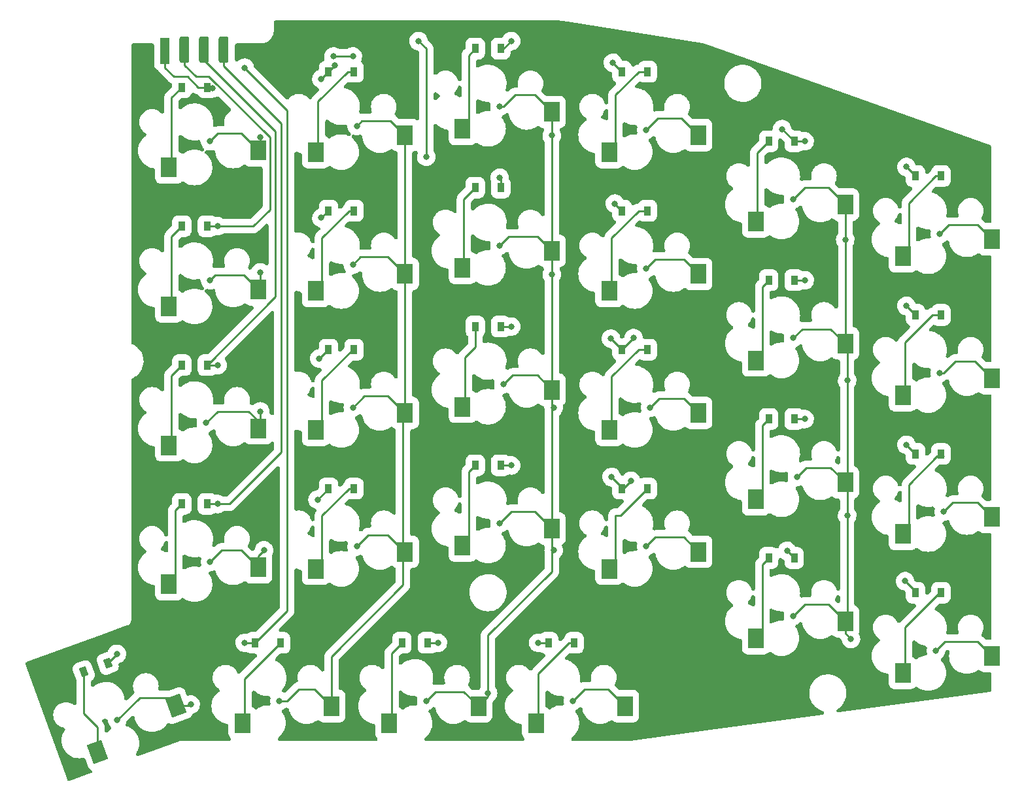
<source format=gtl>
%TF.GenerationSoftware,KiCad,Pcbnew,(6.0.11-0)*%
%TF.CreationDate,2023-02-07T09:35:38+08:00*%
%TF.ProjectId,V4,56342e6b-6963-4616-945f-706362585858,rev?*%
%TF.SameCoordinates,PX7f2c270PY60e4b00*%
%TF.FileFunction,Copper,L1,Top*%
%TF.FilePolarity,Positive*%
%FSLAX46Y46*%
G04 Gerber Fmt 4.6, Leading zero omitted, Abs format (unit mm)*
G04 Created by KiCad (PCBNEW (6.0.11-0)) date 2023-02-07 09:35:38*
%MOMM*%
%LPD*%
G01*
G04 APERTURE LIST*
G04 Aperture macros list*
%AMRoundRect*
0 Rectangle with rounded corners*
0 $1 Rounding radius*
0 $2 $3 $4 $5 $6 $7 $8 $9 X,Y pos of 4 corners*
0 Add a 4 corners polygon primitive as box body*
4,1,4,$2,$3,$4,$5,$6,$7,$8,$9,$2,$3,0*
0 Add four circle primitives for the rounded corners*
1,1,$1+$1,$2,$3*
1,1,$1+$1,$4,$5*
1,1,$1+$1,$6,$7*
1,1,$1+$1,$8,$9*
0 Add four rect primitives between the rounded corners*
20,1,$1+$1,$2,$3,$4,$5,0*
20,1,$1+$1,$4,$5,$6,$7,0*
20,1,$1+$1,$6,$7,$8,$9,0*
20,1,$1+$1,$8,$9,$2,$3,0*%
%AMRotRect*
0 Rectangle, with rotation*
0 The origin of the aperture is its center*
0 $1 length*
0 $2 width*
0 $3 Rotation angle, in degrees counterclockwise*
0 Add horizontal line*
21,1,$1,$2,0,0,$3*%
G04 Aperture macros list end*
%TA.AperFunction,SMDPad,CuDef*%
%ADD10R,2.000000X2.600000*%
%TD*%
%TA.AperFunction,SMDPad,CuDef*%
%ADD11R,0.900000X1.200000*%
%TD*%
%TA.AperFunction,SMDPad,CuDef*%
%ADD12RotRect,0.900000X1.200000X20.000000*%
%TD*%
%TA.AperFunction,ConnectorPad*%
%ADD13RoundRect,0.317500X-0.317500X-1.397000X0.317500X-1.397000X0.317500X1.397000X-0.317500X1.397000X0*%
%TD*%
%TA.AperFunction,ConnectorPad*%
%ADD14R,1.270000X3.429000*%
%TD*%
%TA.AperFunction,SMDPad,CuDef*%
%ADD15RotRect,2.000000X2.600000X200.000000*%
%TD*%
%TA.AperFunction,ViaPad*%
%ADD16C,0.800000*%
%TD*%
%TA.AperFunction,Conductor*%
%ADD17C,0.250000*%
%TD*%
G04 APERTURE END LIST*
D10*
%TO.P,SW17,1,1*%
%TO.N,C12*%
X27255000Y16300000D03*
%TO.P,SW17,2,2*%
%TO.N,Net-(D17-Pad2)*%
X15698000Y14100000D03*
%TD*%
%TO.P,SW29,1,1*%
%TO.N,C12*%
X27255000Y-1700000D03*
%TO.P,SW29,2,2*%
%TO.N,Net-(D29-Pad2)*%
X15698000Y-3900000D03*
%TD*%
%TO.P,SW51,1,1*%
%TO.N,C34*%
X55755000Y-39700000D03*
%TO.P,SW51,2,2*%
%TO.N,Net-(D51-Pad2)*%
X44198000Y-41900000D03*
%TD*%
D11*
%TO.P,D27,1,K*%
%TO.N,Row 3*%
X55350000Y6500000D03*
%TO.P,D27,2,A*%
%TO.N,Net-(D27-Pad2)*%
X58650000Y6500000D03*
%TD*%
%TO.P,D18,1,K*%
%TO.N,Net-(D18-Pad1)*%
X-1650000Y22500000D03*
%TO.P,D18,2,A*%
%TO.N,Row 2*%
X1650000Y22500000D03*
%TD*%
D10*
%TO.P,SW15,1,1*%
%TO.N,C34*%
X65255000Y16300000D03*
%TO.P,SW15,2,2*%
%TO.N,Net-(D15-Pad2)*%
X53698000Y14100000D03*
%TD*%
D11*
%TO.P,D15,1,K*%
%TO.N,Row 2*%
X55350000Y24500000D03*
%TO.P,D15,2,A*%
%TO.N,Net-(D15-Pad2)*%
X58650000Y24500000D03*
%TD*%
%TO.P,D1,1,K*%
%TO.N,Row 1*%
X93350000Y29000000D03*
%TO.P,D1,2,A*%
%TO.N,Net-(D1-Pad2)*%
X96650000Y29000000D03*
%TD*%
%TO.P,D37,1,K*%
%TO.N,Row 4*%
X93350000Y-25000000D03*
%TO.P,D37,2,A*%
%TO.N,Net-(D37-Pad2)*%
X96650000Y-25000000D03*
%TD*%
%TO.P,D52,1,K*%
%TO.N,Net-(D52-Pad1)*%
X26850000Y-31500000D03*
%TO.P,D52,2,A*%
%TO.N,Row 5*%
X30150000Y-31500000D03*
%TD*%
%TO.P,D2,1,K*%
%TO.N,Net-(D2-Pad1)*%
X74350000Y33500000D03*
%TO.P,D2,2,A*%
%TO.N,Row 1*%
X77650000Y33500000D03*
%TD*%
D10*
%TO.P,SW3,1,1*%
%TO.N,C34*%
X65255000Y34300000D03*
%TO.P,SW3,2,2*%
%TO.N,Net-(D3-Pad2)*%
X53698000Y32100000D03*
%TD*%
D11*
%TO.P,D16,1,K*%
%TO.N,Net-(D16-Pad1)*%
X36350000Y27500000D03*
%TO.P,D16,2,A*%
%TO.N,Row 2*%
X39650000Y27500000D03*
%TD*%
D10*
%TO.P,SW4,1,1*%
%TO.N,C34*%
X46255000Y37299997D03*
%TO.P,SW4,2,2*%
%TO.N,Net-(D4-Pad1)*%
X34698000Y35099997D03*
%TD*%
%TO.P,SW26,1,1*%
%TO.N,C56*%
X84255000Y-10700000D03*
%TO.P,SW26,2,2*%
%TO.N,Net-(D26-Pad1)*%
X72698000Y-12900000D03*
%TD*%
D11*
%TO.P,D4,1,K*%
%TO.N,Net-(D4-Pad1)*%
X36350000Y45500000D03*
%TO.P,D4,2,A*%
%TO.N,Row 1*%
X39650000Y45500000D03*
%TD*%
%TO.P,D3,1,K*%
%TO.N,Row 1*%
X55350000Y42500000D03*
%TO.P,D3,2,A*%
%TO.N,Net-(D3-Pad2)*%
X58650000Y42500000D03*
%TD*%
D10*
%TO.P,SW38,1,1*%
%TO.N,C56*%
X84255000Y-28700000D03*
%TO.P,SW38,2,2*%
%TO.N,Net-(D38-Pad1)*%
X72698000Y-30900000D03*
%TD*%
D12*
%TO.P,D54,1,K*%
%TO.N,Net-(D54-Pad1)*%
X-14350493Y-35264333D03*
%TO.P,D54,2,A*%
%TO.N,Row 5*%
X-11249507Y-34135667D03*
%TD*%
D10*
%TO.P,SW27,1,1*%
%TO.N,C34*%
X65255000Y-1700000D03*
%TO.P,SW27,2,2*%
%TO.N,Net-(D27-Pad2)*%
X53698000Y-3900000D03*
%TD*%
D11*
%TO.P,D53,1,K*%
%TO.N,Row 5*%
X7850000Y-31500000D03*
%TO.P,D53,2,A*%
%TO.N,Net-(D53-Pad2)*%
X11150000Y-31500000D03*
%TD*%
%TO.P,D39,1,K*%
%TO.N,Row 4*%
X55350000Y-11500000D03*
%TO.P,D39,2,A*%
%TO.N,Net-(D39-Pad2)*%
X58650000Y-11500000D03*
%TD*%
D10*
%TO.P,SW52,1,1*%
%TO.N,C34*%
X36755000Y-39700000D03*
%TO.P,SW52,2,2*%
%TO.N,Net-(D52-Pad1)*%
X25198000Y-41900000D03*
%TD*%
D11*
%TO.P,D42,1,K*%
%TO.N,Net-(D42-Pad1)*%
X-1650000Y-13500000D03*
%TO.P,D42,2,A*%
%TO.N,Row 4*%
X1650000Y-13500000D03*
%TD*%
%TO.P,D30,1,K*%
%TO.N,Net-(D30-Pad1)*%
X-1650000Y4500000D03*
%TO.P,D30,2,A*%
%TO.N,Row 3*%
X1650000Y4500000D03*
%TD*%
D10*
%TO.P,SW13,1,1*%
%TO.N,C56*%
X103255000Y2800000D03*
%TO.P,SW13,2,2*%
%TO.N,Net-(D13-Pad2)*%
X91698000Y600000D03*
%TD*%
D11*
%TO.P,D28,1,K*%
%TO.N,Net-(D28-Pad1)*%
X36350000Y9500000D03*
%TO.P,D28,2,A*%
%TO.N,Row 3*%
X39650000Y9500000D03*
%TD*%
%TO.P,D6,1,K*%
%TO.N,Net-(D6-Pad1)*%
X-1650000Y40500000D03*
%TO.P,D6,2,A*%
%TO.N,Row 1*%
X1650000Y40500000D03*
%TD*%
D10*
%TO.P,SW5,1,1*%
%TO.N,C12*%
X27255000Y34300002D03*
%TO.P,SW5,2,2*%
%TO.N,Net-(D5-Pad2)*%
X15698000Y32100002D03*
%TD*%
%TO.P,SW28,1,1*%
%TO.N,C34*%
X46255000Y1300000D03*
%TO.P,SW28,2,2*%
%TO.N,Net-(D28-Pad1)*%
X34698000Y-900000D03*
%TD*%
%TO.P,SW1,1,1*%
%TO.N,C56*%
X103255000Y20800000D03*
%TO.P,SW1,2,2*%
%TO.N,Net-(D1-Pad2)*%
X91698000Y18600000D03*
%TD*%
D11*
%TO.P,D13,1,K*%
%TO.N,Row 2*%
X93350000Y11000000D03*
%TO.P,D13,2,A*%
%TO.N,Net-(D13-Pad2)*%
X96650000Y11000000D03*
%TD*%
D10*
%TO.P,SW42,1,1*%
%TO.N,C12*%
X8255000Y-21700000D03*
%TO.P,SW42,2,2*%
%TO.N,Net-(D42-Pad1)*%
X-3302000Y-23900000D03*
%TD*%
%TO.P,SW14,1,1*%
%TO.N,C56*%
X84255000Y7300000D03*
%TO.P,SW14,2,2*%
%TO.N,Net-(D14-Pad1)*%
X72698000Y5100000D03*
%TD*%
%TO.P,SW30,1,1*%
%TO.N,C12*%
X8255000Y-3700000D03*
%TO.P,SW30,2,2*%
%TO.N,Net-(D30-Pad1)*%
X-3302000Y-5900000D03*
%TD*%
D13*
%TO.P,J1,7,Pin_7*%
%TO.N,Row 4*%
X3810000Y45339000D03*
%TO.P,J1,5,Pin_5*%
%TO.N,Row 3*%
X1270000Y45339000D03*
%TO.P,J1,3,Pin_3*%
%TO.N,Row 2*%
X-1270000Y45339000D03*
D14*
%TO.P,J1,1,Pin_1*%
%TO.N,Row 1*%
X-3810000Y45212000D03*
%TD*%
D11*
%TO.P,D26,1,K*%
%TO.N,Net-(D26-Pad1)*%
X74350000Y-2500000D03*
%TO.P,D26,2,A*%
%TO.N,Row 3*%
X77650000Y-2500000D03*
%TD*%
D10*
%TO.P,SW53,1,1*%
%TO.N,C12*%
X17754996Y-39700000D03*
%TO.P,SW53,2,2*%
%TO.N,Net-(D53-Pad2)*%
X6197996Y-41900000D03*
%TD*%
%TO.P,SW18,1,1*%
%TO.N,C12*%
X8255000Y14300000D03*
%TO.P,SW18,2,2*%
%TO.N,Net-(D18-Pad1)*%
X-3302000Y12100000D03*
%TD*%
%TO.P,SW40,1,1*%
%TO.N,C34*%
X46255000Y-16700000D03*
%TO.P,SW40,2,2*%
%TO.N,Net-(D40-Pad1)*%
X34698000Y-18900000D03*
%TD*%
%TO.P,SW41,1,1*%
%TO.N,C12*%
X27255000Y-19700000D03*
%TO.P,SW41,2,2*%
%TO.N,Net-(D41-Pad2)*%
X15698000Y-21900000D03*
%TD*%
D11*
%TO.P,D14,1,K*%
%TO.N,Net-(D14-Pad1)*%
X74350000Y15500000D03*
%TO.P,D14,2,A*%
%TO.N,Row 2*%
X77650000Y15500000D03*
%TD*%
%TO.P,D17,1,K*%
%TO.N,Row 2*%
X17350000Y24500000D03*
%TO.P,D17,2,A*%
%TO.N,Net-(D17-Pad2)*%
X20650000Y24500000D03*
%TD*%
D10*
%TO.P,SW39,1,1*%
%TO.N,C34*%
X65255000Y-19700000D03*
%TO.P,SW39,2,2*%
%TO.N,Net-(D39-Pad2)*%
X53698000Y-21900000D03*
%TD*%
D11*
%TO.P,D40,1,K*%
%TO.N,Net-(D40-Pad1)*%
X36350000Y-8500000D03*
%TO.P,D40,2,A*%
%TO.N,Row 4*%
X39650000Y-8500000D03*
%TD*%
%TO.P,D51,1,K*%
%TO.N,Row 5*%
X45850000Y-31500000D03*
%TO.P,D51,2,A*%
%TO.N,Net-(D51-Pad2)*%
X49150000Y-31500000D03*
%TD*%
D10*
%TO.P,SW6,1,1*%
%TO.N,C12*%
X8255000Y32300000D03*
%TO.P,SW6,2,2*%
%TO.N,Net-(D6-Pad1)*%
X-3302000Y30100000D03*
%TD*%
%TO.P,SW2,1,1*%
%TO.N,C56*%
X84255000Y25300000D03*
%TO.P,SW2,2,2*%
%TO.N,Net-(D2-Pad1)*%
X72698000Y23100000D03*
%TD*%
%TO.P,SW25,1,1*%
%TO.N,C56*%
X103255000Y-15200000D03*
%TO.P,SW25,2,2*%
%TO.N,Net-(D25-Pad2)*%
X91698000Y-17400000D03*
%TD*%
D11*
%TO.P,D29,1,K*%
%TO.N,Row 3*%
X17350000Y6500000D03*
%TO.P,D29,2,A*%
%TO.N,Net-(D29-Pad2)*%
X20650000Y6500000D03*
%TD*%
%TO.P,D5,1,K*%
%TO.N,Row 1*%
X17350000Y42500002D03*
%TO.P,D5,2,A*%
%TO.N,Net-(D5-Pad2)*%
X20650000Y42500002D03*
%TD*%
%TO.P,D25,1,K*%
%TO.N,Row 3*%
X93350000Y-7000000D03*
%TO.P,D25,2,A*%
%TO.N,Net-(D25-Pad2)*%
X96650000Y-7000000D03*
%TD*%
D10*
%TO.P,SW16,1,1*%
%TO.N,C34*%
X46255000Y19300000D03*
%TO.P,SW16,2,2*%
%TO.N,Net-(D16-Pad1)*%
X34698000Y17100000D03*
%TD*%
D15*
%TO.P,SW54,1,1*%
%TO.N,C12*%
X-2447363Y-39617486D03*
%TO.P,SW54,2,2*%
%TO.N,Net-(D54-Pad1)*%
X-12554946Y-45637537D03*
%TD*%
D10*
%TO.P,SW37,1,1*%
%TO.N,C56*%
X103255000Y-33200000D03*
%TO.P,SW37,2,2*%
%TO.N,Net-(D37-Pad2)*%
X91698000Y-35400000D03*
%TD*%
D11*
%TO.P,D38,1,K*%
%TO.N,Net-(D38-Pad1)*%
X74350000Y-20500000D03*
%TO.P,D38,2,A*%
%TO.N,Row 4*%
X77650000Y-20500000D03*
%TD*%
%TO.P,D41,1,K*%
%TO.N,Row 4*%
X17350000Y-11500000D03*
%TO.P,D41,2,A*%
%TO.N,Net-(D41-Pad2)*%
X20650000Y-11500000D03*
%TD*%
D16*
%TO.N,Row 1*%
X92175000Y30175000D03*
X76075000Y35075000D03*
X79000000Y33500000D03*
X16425000Y41575000D03*
X2369856Y40369856D03*
X18174999Y43325001D03*
X41000000Y46500000D03*
X54175000Y43675000D03*
%TO.N,Row 2*%
X54425000Y25425000D03*
X79000000Y15500000D03*
X16425000Y23575000D03*
X39500000Y28775500D03*
X92175000Y12175000D03*
X3000000Y22500000D03*
%TO.N,C12*%
X21000000Y-19000000D03*
X2000000Y15500000D03*
X-10000000Y-41500000D03*
X9000000Y-19500000D03*
X8500000Y16500000D03*
X11000000Y-39000000D03*
X-500000Y-39500000D03*
X1500000Y-3000000D03*
X2000000Y33500000D03*
X21000000Y35500000D03*
X8500000Y-1500000D03*
X2000000Y-21000000D03*
X20500000Y17500000D03*
X8500000Y34000000D03*
X20500000Y-1000000D03*
%TO.N,C34*%
X46500000Y-19500000D03*
X58500000Y17000000D03*
X58500000Y35000000D03*
X46500000Y-1000000D03*
X38000000Y-38000000D03*
X46255000Y34245000D03*
X39500000Y38000000D03*
X59000000Y-1000000D03*
X30000000Y-39000000D03*
X18000000Y44500000D03*
X39500000Y20000000D03*
X49000000Y-39000000D03*
X40000000Y2000000D03*
X46255000Y16255000D03*
X58500000Y-19000000D03*
X20500000Y44500000D03*
X39500000Y-16000000D03*
%TO.N,C56*%
X84500000Y-15000000D03*
X77500000Y-28000000D03*
X77500000Y26000000D03*
X96500000Y21500000D03*
X84500000Y2500000D03*
X77500000Y8000000D03*
X78000000Y-10000000D03*
X85000000Y-31000000D03*
X96500000Y3500000D03*
X30000000Y31500000D03*
X29000000Y46500000D03*
X97000000Y-14500000D03*
X96000000Y-32500000D03*
X84255000Y20755000D03*
%TO.N,Row 3*%
X53925000Y7925000D03*
X79000000Y-2500000D03*
X16162500Y5337500D03*
X56850000Y8000000D03*
X2999997Y4499997D03*
X41000000Y9500000D03*
X92175000Y-5825000D03*
%TO.N,Row 4*%
X76725000Y-19575000D03*
X15925000Y-12925000D03*
X2999997Y-13500003D03*
X54000000Y-10000000D03*
X41000000Y-8500000D03*
X92000000Y-23500000D03*
X56500000Y-10500000D03*
%TO.N,Row 5*%
X44500000Y-31500000D03*
X6500000Y-31500000D03*
X-10073268Y-32926732D03*
X6500000Y43033000D03*
X31500000Y-31500000D03*
%TD*%
D17*
%TO.N,Row 1*%
X55350000Y42500000D02*
X54175000Y43675000D01*
X-3810000Y43010000D02*
X-2700000Y41900000D01*
X93350000Y29000000D02*
X92175000Y30175000D01*
X1650000Y40500000D02*
X2239712Y40500000D01*
X77650000Y33500000D02*
X79000000Y33500000D01*
X2239712Y40500000D02*
X2369856Y40369856D01*
X500000Y40500000D02*
X1650000Y40500000D01*
X-3810000Y44222000D02*
X-3810000Y43010000D01*
X40000000Y45500000D02*
X41000000Y46500000D01*
X-2700000Y41900000D02*
X-900000Y41900000D01*
X-900000Y41900000D02*
X500000Y40500000D01*
X77650000Y33500000D02*
X76075000Y35075000D01*
X39650000Y45500000D02*
X40000000Y45500000D01*
X17350000Y42500002D02*
X18174999Y43325001D01*
X17350000Y42500002D02*
X16425000Y41575000D01*
%TO.N,Net-(D2-Pad1)*%
X72875001Y32025001D02*
X72875001Y23277001D01*
X74350000Y33500000D02*
X72875001Y32025001D01*
%TO.N,Row 2*%
X-1270000Y43370000D02*
X200000Y41900000D01*
X39650000Y27500000D02*
X39650000Y28625500D01*
X77650000Y15500000D02*
X79000000Y15500000D01*
X1650000Y22500000D02*
X3000000Y22500000D01*
X9750000Y34014310D02*
X9750000Y24650000D01*
X9750000Y24650000D02*
X7600000Y22500000D01*
X55350000Y24500000D02*
X54425000Y25425000D01*
X93350000Y11000000D02*
X92175000Y12175000D01*
X7600000Y22500000D02*
X1650000Y22500000D01*
X200000Y41900000D02*
X1864310Y41900000D01*
X1864310Y41900000D02*
X9750000Y34014310D01*
X39650000Y28625500D02*
X39500000Y28775500D01*
X-1270000Y44265868D02*
X-1270000Y43370000D01*
X17350000Y24500000D02*
X16425000Y23575000D01*
%TO.N,Net-(D3-Pad2)*%
X58650000Y42500000D02*
X57500000Y42500000D01*
X54500000Y39500000D02*
X54500000Y32902000D01*
X57500000Y42500000D02*
X54500000Y39500000D01*
%TO.N,Net-(D4-Pad1)*%
X35500000Y44650000D02*
X35500000Y35901997D01*
X36350000Y45500000D02*
X35500000Y44650000D01*
%TO.N,Net-(D5-Pad2)*%
X20650000Y42500002D02*
X19825001Y42500002D01*
X16000000Y38675001D02*
X16000000Y32402002D01*
X19825001Y42500002D02*
X16000000Y38675001D01*
%TO.N,Net-(D6-Pad1)*%
X-3000000Y39150000D02*
X-3000000Y30402000D01*
X-1650000Y40500000D02*
X-3000000Y39150000D01*
%TO.N,Net-(D1-Pad2)*%
X92500000Y25500000D02*
X92500000Y19402000D01*
X96000000Y29000000D02*
X92500000Y25500000D01*
X96650000Y29000000D02*
X96000000Y29000000D01*
%TO.N,Net-(D13-Pad2)*%
X96650000Y11000000D02*
X95575000Y11000000D01*
X92000000Y7425000D02*
X92000000Y902000D01*
X95575000Y11000000D02*
X92000000Y7425000D01*
%TO.N,Net-(D14-Pad1)*%
X73500000Y14650000D02*
X73500000Y5902000D01*
X74350000Y15500000D02*
X73500000Y14650000D01*
%TO.N,Net-(D15-Pad2)*%
X54000000Y21000000D02*
X54000000Y14402000D01*
X57500000Y24500000D02*
X54000000Y21000000D01*
X58650000Y24500000D02*
X57500000Y24500000D01*
%TO.N,Net-(D16-Pad1)*%
X34875001Y26025001D02*
X34875001Y17277001D01*
X36350000Y27500000D02*
X34875001Y26025001D01*
%TO.N,C12*%
X25055000Y18500000D02*
X27255000Y16300000D01*
X1500000Y-3000000D02*
X3000000Y-1500000D01*
X25055000Y-17500000D02*
X27255000Y-19700000D01*
X8500000Y16500000D02*
X8500000Y14545000D01*
X22000000Y500000D02*
X25055000Y500000D01*
X27255000Y34300002D02*
X27255000Y16300000D01*
X3000000Y34500000D02*
X6055000Y34500000D01*
X20500000Y17500000D02*
X21500000Y18500000D01*
X27000000Y-24000000D02*
X17754996Y-33245004D01*
X25379999Y36175003D02*
X21675003Y36175003D01*
X13500000Y-37500000D02*
X15554996Y-37500000D01*
X11000000Y-39000000D02*
X12000000Y-39000000D01*
X8500000Y-1500000D02*
X8500000Y-3455000D01*
X15554996Y-37500000D02*
X17754996Y-39700000D01*
X6055000Y34500000D02*
X8255000Y32300000D01*
X22500000Y-17500000D02*
X25055000Y-17500000D01*
X8255000Y14300000D02*
X6379999Y16175001D01*
X-7103218Y-38603218D02*
X-3461631Y-38603218D01*
X20500000Y-1000000D02*
X22000000Y500000D01*
X8255000Y-21700000D02*
X8255000Y-20245000D01*
X21500000Y18500000D02*
X25055000Y18500000D01*
X-617486Y-39617486D02*
X-500000Y-39500000D01*
X-3461631Y-38603218D02*
X-2447363Y-39617486D01*
X12000000Y-39000000D02*
X13500000Y-37500000D01*
X2000000Y-21000000D02*
X3500000Y-19500000D01*
X27000000Y-19955000D02*
X27000000Y-24000000D01*
X7000000Y-1500000D02*
X8255000Y-2755000D01*
X6379999Y16175001D02*
X2675001Y16175001D01*
X-2447363Y-39617486D02*
X-617486Y-39617486D01*
X8500000Y32545000D02*
X8500000Y34000000D01*
X-10000000Y-41500000D02*
X-7103218Y-38603218D01*
X27000000Y-1955000D02*
X27000000Y-19445000D01*
X2675001Y16175001D02*
X2000000Y15500000D01*
X3000000Y-1500000D02*
X7000000Y-1500000D01*
X6055000Y-19500000D02*
X8255000Y-21700000D01*
X27255000Y34300002D02*
X25379999Y36175003D01*
X21000000Y-19000000D02*
X22500000Y-17500000D01*
X27255000Y16300000D02*
X27255000Y-1700000D01*
X17754996Y-33245004D02*
X17754996Y-39700000D01*
X2000000Y33500000D02*
X3000000Y34500000D01*
X3500000Y-19500000D02*
X6055000Y-19500000D01*
X8255000Y-20245000D02*
X9000000Y-19500000D01*
X25055000Y500000D02*
X27255000Y-1700000D01*
X21675003Y36175003D02*
X21000000Y35500000D01*
%TO.N,Net-(D17-Pad2)*%
X20650000Y24500000D02*
X20000000Y24500000D01*
X16500000Y21000000D02*
X16500000Y14902000D01*
X20000000Y24500000D02*
X16500000Y21000000D01*
%TO.N,Net-(D18-Pad1)*%
X-3000000Y21150000D02*
X-3000000Y12402000D01*
X-1650000Y22500000D02*
X-3000000Y21150000D01*
%TO.N,C34*%
X46255000Y37299997D02*
X46255000Y34245000D01*
X46255000Y1300000D02*
X46255000Y-755000D01*
X63379999Y175001D02*
X65255000Y-1700000D01*
X55755000Y-39700000D02*
X53555000Y-37500000D01*
X31175001Y-37824999D02*
X34879999Y-37824999D01*
X58500000Y-19000000D02*
X59675001Y-17824999D01*
X46255000Y-16700000D02*
X46255000Y-22245000D01*
X46255000Y-16700000D02*
X46255000Y-19255000D01*
X46255000Y19300000D02*
X46255000Y16255000D01*
X34879999Y-37824999D02*
X36755000Y-39700000D01*
X38000000Y-30500000D02*
X38000000Y-38000000D01*
X36755000Y-39700000D02*
X38000000Y-38455000D01*
X60175001Y175001D02*
X63379999Y175001D01*
X44054997Y39500000D02*
X46255000Y37299997D01*
X40000000Y38000000D02*
X41500000Y39500000D01*
X39500000Y38000000D02*
X40000000Y38000000D01*
X40000000Y2000000D02*
X41175001Y3175001D01*
X46255000Y34245000D02*
X46255000Y19300000D01*
X18000000Y44500000D02*
X20500000Y44500000D01*
X53555000Y-37500000D02*
X50500000Y-37500000D01*
X60000000Y36500000D02*
X63055000Y36500000D01*
X59675001Y-17824999D02*
X63379999Y-17824999D01*
X39500000Y20000000D02*
X40675001Y21175001D01*
X58500000Y35000000D02*
X60000000Y36500000D01*
X39500000Y-16000000D02*
X41000000Y-14500000D01*
X44379999Y3175001D02*
X46255000Y1300000D01*
X46255000Y-755000D02*
X46500000Y-1000000D01*
X41500000Y39500000D02*
X44054997Y39500000D01*
X63379999Y18175001D02*
X65255000Y16300000D01*
X58500000Y17000000D02*
X59675001Y18175001D01*
X59675001Y18175001D02*
X63379999Y18175001D01*
X44055000Y-14500000D02*
X46255000Y-16700000D01*
X46255000Y16255000D02*
X46255000Y1300000D01*
X46255000Y1300000D02*
X46255000Y-16700000D01*
X46255000Y-19255000D02*
X46500000Y-19500000D01*
X59000000Y-1000000D02*
X60175001Y175001D01*
X30000000Y-39000000D02*
X31175001Y-37824999D01*
X63379999Y-17824999D02*
X65255000Y-19700000D01*
X41175001Y3175001D02*
X44379999Y3175001D01*
X44379999Y21175001D02*
X46255000Y19300000D01*
X40675001Y21175001D02*
X44379999Y21175001D01*
X50500000Y-37500000D02*
X49000000Y-39000000D01*
X63055000Y36500000D02*
X65255000Y34300000D01*
X38000000Y-38455000D02*
X38000000Y-38000000D01*
X41000000Y-14500000D02*
X44055000Y-14500000D01*
X46255000Y-22245000D02*
X38000000Y-30500000D01*
%TO.N,C56*%
X101379999Y-31324999D02*
X103255000Y-33200000D01*
X84255000Y-28700000D02*
X84255000Y-30255000D01*
X96500000Y21500000D02*
X97675001Y22675001D01*
X97675001Y22675001D02*
X101379999Y22675001D01*
X77500000Y8000000D02*
X78675001Y9175001D01*
X29000000Y46500000D02*
X30000000Y45500000D01*
X97000000Y3500000D02*
X98500000Y5000000D01*
X101055000Y5000000D02*
X103255000Y2800000D01*
X84255000Y-30255000D02*
X85000000Y-31000000D01*
X82055000Y27500000D02*
X84255000Y25300000D01*
X77500000Y26000000D02*
X79000000Y27500000D01*
X79000000Y-26500000D02*
X82055000Y-26500000D01*
X77500000Y-28000000D02*
X79000000Y-26500000D01*
X98500000Y5000000D02*
X101055000Y5000000D01*
X84500000Y7055000D02*
X84500000Y-10455000D01*
X96000000Y-32500000D02*
X97175001Y-31324999D01*
X96500000Y3500000D02*
X97000000Y3500000D01*
X98175001Y-13324999D02*
X97000000Y-14500000D01*
X97175001Y-31324999D02*
X101379999Y-31324999D01*
X84255000Y20755000D02*
X84255000Y7300000D01*
X78675001Y9175001D02*
X82379999Y9175001D01*
X79000000Y27500000D02*
X82055000Y27500000D01*
X101379999Y22675001D02*
X103255000Y20800000D01*
X82379999Y9175001D02*
X84255000Y7300000D01*
X30000000Y45500000D02*
X30000000Y31500000D01*
X78000000Y-10000000D02*
X79175001Y-8824999D01*
X103255000Y-15200000D02*
X101379999Y-13324999D01*
X82379999Y-8824999D02*
X84255000Y-10700000D01*
X101379999Y-13324999D02*
X98175001Y-13324999D01*
X84500000Y-10945000D02*
X84500000Y-28455000D01*
X84255000Y25300000D02*
X84255000Y20755000D01*
X79175001Y-8824999D02*
X82379999Y-8824999D01*
X82055000Y-26500000D02*
X84255000Y-28700000D01*
%TO.N,Row 3*%
X10500000Y13350000D02*
X1650000Y4500000D01*
X77650000Y-2500000D02*
X79000000Y-2500000D01*
X55350000Y6500000D02*
X53925000Y7925000D01*
X93350000Y-7000000D02*
X92175000Y-5825000D01*
X1270000Y43980000D02*
X10500000Y34750000D01*
X17325000Y6500000D02*
X16162500Y5337500D01*
X1270000Y44265868D02*
X1270000Y43980000D01*
X39650000Y9500000D02*
X41000000Y9500000D01*
X10500000Y34750000D02*
X10500000Y13350000D01*
X1650000Y4500000D02*
X2999994Y4500000D01*
X2999994Y4500000D02*
X2999997Y4499997D01*
X55350000Y6500000D02*
X56850000Y8000000D01*
%TO.N,Net-(D25-Pad2)*%
X96174999Y-7325001D02*
X92500000Y-11000000D01*
X96975001Y-7325001D02*
X96174999Y-7325001D01*
X92500000Y-11000000D02*
X92500000Y-16598000D01*
%TO.N,Net-(D26-Pad1)*%
X73500000Y-3350000D02*
X73500000Y-12098000D01*
X74350000Y-2500000D02*
X73500000Y-3350000D01*
%TO.N,Net-(D27-Pad2)*%
X54000000Y3000000D02*
X54000000Y-3598000D01*
X57500000Y6500000D02*
X54000000Y3000000D01*
X58650000Y6500000D02*
X57500000Y6500000D01*
%TO.N,Net-(D28-Pad1)*%
X35000000Y5500000D02*
X35000000Y-598000D01*
X36350000Y9500000D02*
X36350000Y6850000D01*
X36350000Y6850000D02*
X35000000Y5500000D01*
%TO.N,Net-(D29-Pad2)*%
X20500000Y6500000D02*
X16500000Y2500000D01*
X16500000Y2500000D02*
X16500000Y-3098000D01*
%TO.N,Net-(D30-Pad1)*%
X-1650000Y4500000D02*
X-3000000Y3150000D01*
X-3000000Y3150000D02*
X-3000000Y-5598000D01*
%TO.N,Row 4*%
X77650000Y-20500000D02*
X76725000Y-19575000D01*
X1650000Y-13500000D02*
X2999994Y-13500000D01*
X11250000Y-6750000D02*
X4499997Y-13500003D01*
X2999994Y-13500000D02*
X2999997Y-13500003D01*
X17350000Y-11500000D02*
X15925000Y-12925000D01*
X93350000Y-25000000D02*
X93350000Y-24850000D01*
X55500000Y-11500000D02*
X56500000Y-10500000D01*
X3810000Y43240000D02*
X11250000Y35800000D01*
X4499997Y-13500003D02*
X2999997Y-13500003D01*
X55350000Y-11350000D02*
X54000000Y-10000000D01*
X3810000Y43690000D02*
X3810000Y43240000D01*
X39650000Y-8500000D02*
X41000000Y-8500000D01*
X93350000Y-24850000D02*
X92000000Y-23500000D01*
X11250000Y35800000D02*
X11250000Y-6750000D01*
%TO.N,Net-(D37-Pad2)*%
X96500000Y-25000000D02*
X92000000Y-29500000D01*
X92000000Y-29500000D02*
X92000000Y-35098000D01*
%TO.N,Net-(D38-Pad1)*%
X74350000Y-20500000D02*
X73500000Y-21350000D01*
X73500000Y-21350000D02*
X73500000Y-30098000D01*
%TO.N,Net-(D39-Pad2)*%
X58650000Y-11500000D02*
X55150000Y-15000000D01*
X55150000Y-15000000D02*
X54500000Y-15000000D01*
X54500000Y-15000000D02*
X54500000Y-21098000D01*
%TO.N,Net-(D40-Pad1)*%
X36350000Y-8500000D02*
X35500000Y-9350000D01*
X35500000Y-9350000D02*
X35500000Y-18098000D01*
%TO.N,Net-(D41-Pad2)*%
X16500000Y-15000000D02*
X16500000Y-21098000D01*
X20650000Y-11500000D02*
X20000000Y-11500000D01*
X20000000Y-11500000D02*
X16500000Y-15000000D01*
%TO.N,Net-(D42-Pad1)*%
X-2500000Y-23098000D02*
X-2500000Y-14350000D01*
X-2500000Y-14350000D02*
X-1650000Y-13500000D01*
%TO.N,Row 5*%
X7850000Y-31500000D02*
X6500000Y-31500000D01*
X7850000Y-31500000D02*
X12000000Y-27350000D01*
X12000000Y-27350000D02*
X12000000Y37533000D01*
X-11249507Y-34102971D02*
X-10073268Y-32926732D01*
X12000000Y37533000D02*
X6500000Y43033000D01*
X45850000Y-31500000D02*
X44500000Y-31500000D01*
X30150000Y-31500000D02*
X31500000Y-31500000D01*
%TO.N,Net-(D51-Pad2)*%
X44500000Y-35500000D02*
X44500000Y-41598000D01*
X48500000Y-31500000D02*
X44500000Y-35500000D01*
X49150000Y-31500000D02*
X48500000Y-31500000D01*
%TO.N,Net-(D52-Pad1)*%
X26850000Y-31500000D02*
X25500000Y-32850000D01*
X25500000Y-32850000D02*
X25500000Y-41598000D01*
%TO.N,Net-(D53-Pad2)*%
X6500000Y-36150000D02*
X6500000Y-41597996D01*
X11150000Y-31500000D02*
X6500000Y-36150000D01*
%TO.N,Net-(D54-Pad1)*%
X-12554946Y-42445054D02*
X-12554946Y-45637537D01*
X-14350493Y-40649507D02*
X-12554946Y-42445054D01*
X-14350493Y-35264333D02*
X-14350493Y-40649507D01*
%TD*%
%TA.AperFunction,NonConductor*%
G36*
X34383628Y40709063D02*
G01*
X34471858Y40668388D01*
X34537807Y40597045D01*
X34571434Y40505895D01*
X34574500Y40466943D01*
X34574500Y39480584D01*
X34555546Y39385296D01*
X34501570Y39304514D01*
X34420788Y39250538D01*
X34325500Y39231584D01*
X34230212Y39250538D01*
X34187165Y39273547D01*
X34159495Y39292035D01*
X34159492Y39292037D01*
X34152718Y39296563D01*
X33882252Y39429942D01*
X33874533Y39432562D01*
X33874524Y39432566D01*
X33801738Y39457274D01*
X33717600Y39505852D01*
X33658456Y39582930D01*
X33633311Y39676775D01*
X33645993Y39773099D01*
X33692437Y39854772D01*
X33693249Y39855722D01*
X33825122Y40010126D01*
X33833062Y40019422D01*
X33833063Y40019423D01*
X33839412Y40026857D01*
X33938604Y40188725D01*
X33970044Y40240030D01*
X33970045Y40240031D01*
X33975154Y40248369D01*
X33982358Y40265759D01*
X34070830Y40479350D01*
X34070831Y40479353D01*
X34074573Y40488387D01*
X34078777Y40505895D01*
X34083380Y40525071D01*
X34124055Y40613301D01*
X34195398Y40679250D01*
X34286548Y40712877D01*
X34383628Y40709063D01*
G37*
%TD.AperFunction*%
%TA.AperFunction,NonConductor*%
G36*
X31269788Y39864118D02*
G01*
X31336213Y39823413D01*
X31464775Y39713611D01*
X31526860Y39660585D01*
X31535195Y39655477D01*
X31535201Y39655473D01*
X31646514Y39587261D01*
X31717858Y39521312D01*
X31758533Y39433082D01*
X31762348Y39336002D01*
X31728721Y39244852D01*
X31662772Y39173508D01*
X31654772Y39167932D01*
X31596539Y39129022D01*
X31369811Y38930186D01*
X31364436Y38924057D01*
X31364433Y38924054D01*
X31361711Y38920950D01*
X31360069Y38919690D01*
X31358673Y38918294D01*
X31358489Y38918478D01*
X31284633Y38861804D01*
X31190789Y38836657D01*
X31094465Y38849337D01*
X31010326Y38897913D01*
X30951180Y38974991D01*
X30926033Y39068835D01*
X30925500Y39085124D01*
X30925500Y39634072D01*
X30944454Y39729360D01*
X30998430Y39810142D01*
X31079212Y39864118D01*
X31174500Y39883072D01*
X31269788Y39864118D01*
G37*
%TD.AperFunction*%
%TA.AperFunction,NonConductor*%
G36*
X36769788Y38935818D02*
G01*
X36800315Y38920647D01*
X36912336Y38855056D01*
X36912342Y38855053D01*
X36919189Y38851044D01*
X36926477Y38847943D01*
X36926483Y38847940D01*
X37193701Y38734238D01*
X37193705Y38734237D01*
X37201006Y38731130D01*
X37208648Y38728975D01*
X37208650Y38728974D01*
X37228042Y38723505D01*
X37495775Y38647996D01*
X37798718Y38602991D01*
X37805268Y38602716D01*
X37805273Y38602716D01*
X37879474Y38599606D01*
X37879492Y38599606D01*
X37882084Y38599497D01*
X38077474Y38599497D01*
X38081422Y38599749D01*
X38083186Y38599805D01*
X38179029Y38583892D01*
X38261487Y38532513D01*
X38318006Y38453490D01*
X38339982Y38358853D01*
X38328908Y38277094D01*
X38324090Y38261579D01*
X38324087Y38261566D01*
X38320703Y38250667D01*
X38294770Y38031560D01*
X38296839Y38000000D01*
X38301524Y37928519D01*
X38309200Y37811396D01*
X38334920Y37710126D01*
X38340004Y37613104D01*
X38307573Y37521522D01*
X38242564Y37449322D01*
X38154873Y37407495D01*
X38083477Y37400932D01*
X38083450Y37400097D01*
X38079381Y37400230D01*
X38075310Y37400497D01*
X37924690Y37400497D01*
X37770953Y37390421D01*
X37707211Y37386243D01*
X37707210Y37386243D01*
X37699080Y37385710D01*
X37691092Y37384121D01*
X37691084Y37384120D01*
X37411301Y37328467D01*
X37411297Y37328466D01*
X37403309Y37326877D01*
X37117748Y37229942D01*
X36847282Y37096563D01*
X36840508Y37092037D01*
X36840505Y37092035D01*
X36812835Y37073547D01*
X36723075Y37036368D01*
X36625920Y37036369D01*
X36536161Y37073549D01*
X36467463Y37142249D01*
X36430284Y37232009D01*
X36425500Y37280584D01*
X36425500Y38705772D01*
X36444454Y38801060D01*
X36498430Y38881842D01*
X36579212Y38935818D01*
X36674500Y38954772D01*
X36769788Y38935818D01*
G37*
%TD.AperFunction*%
%TA.AperFunction,NonConductor*%
G36*
X-122133Y39790582D02*
G01*
X-58480Y39757163D01*
X-56692Y39755864D01*
X-46992Y39747130D01*
X-35693Y39740607D01*
X-26504Y39733930D01*
X-16974Y39727741D01*
X-6840Y39719535D01*
X4779Y39713615D01*
X4785Y39713611D01*
X52419Y39689341D01*
X63879Y39683119D01*
X91909Y39666936D01*
X121492Y39649856D01*
X133907Y39645822D01*
X144278Y39641205D01*
X154874Y39637137D01*
X166503Y39631212D01*
X230800Y39613984D01*
X243240Y39610298D01*
X306518Y39589738D01*
X319493Y39588374D01*
X330605Y39586012D01*
X341819Y39584236D01*
X354422Y39580859D01*
X355161Y39580820D01*
X440123Y39549476D01*
X511466Y39483527D01*
X513863Y39479986D01*
X518336Y39470734D01*
X630380Y39330380D01*
X641262Y39321693D01*
X754139Y39231584D01*
X770734Y39218336D01*
X875406Y39167736D01*
X919116Y39146606D01*
X932423Y39140173D01*
X945985Y39137042D01*
X1097136Y39102146D01*
X1097138Y39102146D01*
X1107411Y39099774D01*
X1112163Y39099500D01*
X1115759Y39099500D01*
X1652705Y39099501D01*
X2187836Y39099501D01*
X2192589Y39099774D01*
X2367577Y39140173D01*
X2380110Y39146232D01*
X2380114Y39146233D01*
X2380885Y39146606D01*
X2383087Y39147280D01*
X2393241Y39150856D01*
X2393389Y39150435D01*
X2453522Y39168847D01*
X2640005Y39195886D01*
X2640006Y39195886D01*
X2651308Y39197525D01*
X2662116Y39201194D01*
X2662121Y39201195D01*
X2831633Y39258737D01*
X2860235Y39268446D01*
X2885414Y39282547D01*
X2905248Y39293654D01*
X2997648Y39323676D01*
X3094503Y39316053D01*
X3181069Y39271945D01*
X3202983Y39252472D01*
X4668833Y37786622D01*
X4722809Y37705840D01*
X4741763Y37610552D01*
X4722809Y37515264D01*
X4668833Y37434482D01*
X4622865Y37398245D01*
X4535205Y37344527D01*
X4535194Y37344519D01*
X4526860Y37339412D01*
X4329311Y37170689D01*
X4160588Y36973140D01*
X4024846Y36751628D01*
X4021104Y36742593D01*
X4021102Y36742590D01*
X3929447Y36521315D01*
X3925427Y36511610D01*
X3923144Y36502102D01*
X3923143Y36502098D01*
X3868391Y36274038D01*
X3864779Y36258994D01*
X3844396Y36000000D01*
X3864779Y35741006D01*
X3867064Y35731488D01*
X3868594Y35721828D01*
X3867225Y35721611D01*
X3870603Y35635537D01*
X3836972Y35544389D01*
X3771020Y35473048D01*
X3682788Y35432377D01*
X3624670Y35425500D01*
X3092441Y35425500D01*
X3074641Y35426901D01*
X3074625Y35426599D01*
X3061591Y35427282D01*
X3048704Y35429323D01*
X2984990Y35425984D01*
X2982258Y35425841D01*
X2969227Y35425500D01*
X2951496Y35425500D01*
X2945020Y35424819D01*
X2944995Y35424818D01*
X2933856Y35423647D01*
X2920865Y35422624D01*
X2867450Y35419825D01*
X2867447Y35419824D01*
X2854423Y35419142D01*
X2841820Y35415765D01*
X2830632Y35413993D01*
X2819498Y35411626D01*
X2806518Y35410262D01*
X2743243Y35389703D01*
X2730762Y35386007D01*
X2688053Y35374563D01*
X2591106Y35368208D01*
X2499107Y35399437D01*
X2426062Y35463496D01*
X2383091Y35550631D01*
X2375993Y35641321D01*
X2376701Y35648001D01*
X2403332Y35899271D01*
X2396651Y36205465D01*
X2351117Y36508330D01*
X2307888Y36660590D01*
X2269635Y36795325D01*
X2269634Y36795329D01*
X2267469Y36802953D01*
X2147063Y37084560D01*
X1991851Y37348585D01*
X1804349Y37590747D01*
X1653828Y37741006D01*
X1593214Y37801514D01*
X1593212Y37801515D01*
X1587596Y37807122D01*
X1468154Y37899271D01*
X1351392Y37989353D01*
X1351386Y37989357D01*
X1345106Y37994202D01*
X1338266Y37998207D01*
X1338260Y37998211D01*
X1158977Y38103185D01*
X1080811Y38148953D01*
X1073522Y38152055D01*
X1073517Y38152057D01*
X806299Y38265759D01*
X806295Y38265760D01*
X798994Y38268867D01*
X791352Y38271022D01*
X791350Y38271023D01*
X677940Y38303008D01*
X504225Y38352001D01*
X201282Y38397006D01*
X194732Y38397281D01*
X194727Y38397281D01*
X120526Y38400391D01*
X120508Y38400391D01*
X117916Y38400500D01*
X-77474Y38400500D01*
X-127937Y38397281D01*
X-297733Y38386450D01*
X-297736Y38386450D01*
X-305647Y38385945D01*
X-606338Y38327768D01*
X-613867Y38325285D01*
X-613872Y38325284D01*
X-889656Y38234344D01*
X-889661Y38234342D01*
X-897200Y38231856D01*
X-1173518Y38099763D01*
X-1430812Y37933631D01*
X-1664910Y37736152D01*
X-1666444Y37737970D01*
X-1736636Y37693839D01*
X-1832414Y37677538D01*
X-1927139Y37699131D01*
X-2006391Y37755329D01*
X-2058103Y37837578D01*
X-2074500Y37926442D01*
X-2074500Y38663505D01*
X-2055546Y38758793D01*
X-2001570Y38839575D01*
X-1814575Y39026570D01*
X-1733793Y39080546D01*
X-1638505Y39099500D01*
X-1133166Y39099501D01*
X-1112164Y39099501D01*
X-1107411Y39099774D01*
X-932423Y39140173D01*
X-919115Y39146606D01*
X-875406Y39167736D01*
X-770734Y39218336D01*
X-754138Y39231584D01*
X-641262Y39321693D01*
X-630380Y39330380D01*
X-569420Y39406743D01*
X-527022Y39459853D01*
X-527021Y39459855D01*
X-518336Y39470734D01*
X-468174Y39574500D01*
X-446232Y39619888D01*
X-446230Y39619893D01*
X-440173Y39632423D01*
X-438202Y39640963D01*
X-390175Y39722009D01*
X-312431Y39780275D01*
X-218307Y39804355D01*
X-122133Y39790582D01*
G37*
%TD.AperFunction*%
%TA.AperFunction,NonConductor*%
G36*
X17269788Y36308583D02*
G01*
X17350416Y36254760D01*
X17412404Y36192880D01*
X17418692Y36188029D01*
X17648608Y36010649D01*
X17648614Y36010645D01*
X17654894Y36005800D01*
X17661734Y36001795D01*
X17661740Y36001791D01*
X17796730Y35922752D01*
X17919189Y35851049D01*
X17926478Y35847947D01*
X17926483Y35847945D01*
X18193701Y35734243D01*
X18193705Y35734242D01*
X18201006Y35731135D01*
X18208648Y35728980D01*
X18208650Y35728979D01*
X18277416Y35709585D01*
X18495775Y35648001D01*
X18798718Y35602996D01*
X18805268Y35602721D01*
X18805273Y35602721D01*
X18879474Y35599611D01*
X18879492Y35599611D01*
X18882084Y35599502D01*
X19077474Y35599502D01*
X19147508Y35603969D01*
X19297733Y35613552D01*
X19297736Y35613552D01*
X19305647Y35614057D01*
X19416668Y35635537D01*
X19506012Y35652823D01*
X19603166Y35652315D01*
X19692730Y35614666D01*
X19761068Y35545608D01*
X19797777Y35455656D01*
X19801777Y35424646D01*
X19802138Y35419142D01*
X19808265Y35325667D01*
X19809200Y35311396D01*
X19812009Y35300335D01*
X19812010Y35300330D01*
X19860701Y35108612D01*
X19863511Y35097548D01*
X19955883Y34897179D01*
X20083222Y34716998D01*
X20091394Y34709037D01*
X20091395Y34709036D01*
X20175702Y34626907D01*
X20230731Y34546839D01*
X20250930Y34451807D01*
X20233224Y34356279D01*
X20180309Y34274798D01*
X20100241Y34219769D01*
X20005209Y34199570D01*
X19909681Y34217276D01*
X19891819Y34225229D01*
X19882252Y34229947D01*
X19596691Y34326882D01*
X19588703Y34328471D01*
X19588699Y34328472D01*
X19308916Y34384125D01*
X19308908Y34384126D01*
X19300920Y34385715D01*
X19292790Y34386248D01*
X19292789Y34386248D01*
X19229047Y34390426D01*
X19075310Y34400502D01*
X18924690Y34400502D01*
X18770953Y34390426D01*
X18707211Y34386248D01*
X18707210Y34386248D01*
X18699080Y34385715D01*
X18691092Y34384126D01*
X18691084Y34384125D01*
X18411301Y34328472D01*
X18411297Y34328471D01*
X18403309Y34326882D01*
X18117748Y34229947D01*
X17847282Y34096568D01*
X17596539Y33929027D01*
X17595604Y33930427D01*
X17518637Y33892473D01*
X17421690Y33886121D01*
X17329692Y33917353D01*
X17278127Y33956920D01*
X17276307Y33958740D01*
X17267620Y33969622D01*
X17227325Y34001789D01*
X17138147Y34072980D01*
X17138145Y34072981D01*
X17127266Y34081666D01*
X17066128Y34111221D01*
X16988588Y34169758D01*
X16939351Y34253512D01*
X16925500Y34335401D01*
X16925500Y36078537D01*
X16944454Y36173825D01*
X16998430Y36254607D01*
X17079212Y36308583D01*
X17174500Y36327537D01*
X17269788Y36308583D01*
G37*
%TD.AperFunction*%
%TA.AperFunction,NonConductor*%
G36*
X-1730212Y34308581D02*
G01*
X-1649584Y34254758D01*
X-1597599Y34202864D01*
X-1587596Y34192878D01*
X-1549283Y34163320D01*
X-1351392Y34010647D01*
X-1351386Y34010643D01*
X-1345106Y34005798D01*
X-1338266Y34001793D01*
X-1338260Y34001789D01*
X-1212860Y33928365D01*
X-1080811Y33851047D01*
X-1073522Y33847945D01*
X-1073517Y33847943D01*
X-806299Y33734241D01*
X-806295Y33734240D01*
X-798994Y33731133D01*
X-791352Y33728978D01*
X-791350Y33728977D01*
X-722591Y33709585D01*
X-504225Y33647999D01*
X-201282Y33602994D01*
X-194732Y33602719D01*
X-194727Y33602719D01*
X-120526Y33599609D01*
X-120508Y33599609D01*
X-117916Y33599500D01*
X77474Y33599500D01*
X147508Y33603967D01*
X297733Y33613550D01*
X297736Y33613550D01*
X305647Y33614055D01*
X437192Y33639506D01*
X506012Y33652821D01*
X603166Y33652313D01*
X692730Y33614664D01*
X761068Y33545606D01*
X797777Y33455654D01*
X801778Y33424642D01*
X809200Y33311396D01*
X812009Y33300335D01*
X812010Y33300330D01*
X850880Y33147282D01*
X863511Y33097548D01*
X955883Y32897179D01*
X1083222Y32716998D01*
X1091394Y32709037D01*
X1091395Y32709036D01*
X1175706Y32626903D01*
X1230735Y32546835D01*
X1250934Y32451803D01*
X1233228Y32356275D01*
X1180313Y32274794D01*
X1100245Y32219765D01*
X1005213Y32199566D01*
X909685Y32217272D01*
X891823Y32225225D01*
X882252Y32229945D01*
X596691Y32326880D01*
X588703Y32328469D01*
X588699Y32328470D01*
X308916Y32384123D01*
X308908Y32384124D01*
X300920Y32385713D01*
X292790Y32386246D01*
X292789Y32386246D01*
X192959Y32392789D01*
X75310Y32400500D01*
X-75310Y32400500D01*
X-192959Y32392789D01*
X-292789Y32386246D01*
X-292790Y32386246D01*
X-300920Y32385713D01*
X-308908Y32384124D01*
X-308916Y32384123D01*
X-588699Y32328470D01*
X-588703Y32328469D01*
X-596691Y32326880D01*
X-882252Y32229945D01*
X-1152718Y32096566D01*
X-1403461Y31929025D01*
X-1404396Y31930425D01*
X-1481363Y31892471D01*
X-1578310Y31886119D01*
X-1670308Y31917351D01*
X-1721873Y31956918D01*
X-1723693Y31958738D01*
X-1732380Y31969620D01*
X-1788335Y32014289D01*
X-1861853Y32072978D01*
X-1861855Y32072979D01*
X-1872734Y32081664D01*
X-1933872Y32111219D01*
X-2011412Y32169756D01*
X-2060649Y32253510D01*
X-2074500Y32335399D01*
X-2074500Y34078535D01*
X-2055546Y34173823D01*
X-2001570Y34254605D01*
X-1920788Y34308581D01*
X-1825500Y34327535D01*
X-1730212Y34308581D01*
G37*
%TD.AperFunction*%
%TA.AperFunction,NonConductor*%
G36*
X91383628Y24209066D02*
G01*
X91471858Y24168391D01*
X91537807Y24097048D01*
X91571434Y24005898D01*
X91574500Y23966946D01*
X91574500Y22980587D01*
X91555546Y22885299D01*
X91501570Y22804517D01*
X91420788Y22750541D01*
X91325500Y22731587D01*
X91230212Y22750541D01*
X91187165Y22773550D01*
X91159495Y22792038D01*
X91159492Y22792040D01*
X91152718Y22796566D01*
X90882252Y22929945D01*
X90874533Y22932565D01*
X90874524Y22932569D01*
X90801738Y22957277D01*
X90717600Y23005855D01*
X90658456Y23082933D01*
X90633311Y23176778D01*
X90645993Y23273102D01*
X90692437Y23354775D01*
X90707999Y23372995D01*
X90839412Y23526860D01*
X90960130Y23723855D01*
X90970044Y23740033D01*
X90970045Y23740034D01*
X90975154Y23748372D01*
X90995180Y23796717D01*
X91070830Y23979353D01*
X91070831Y23979356D01*
X91074573Y23988390D01*
X91078777Y24005898D01*
X91083380Y24025074D01*
X91124055Y24113304D01*
X91195398Y24179253D01*
X91286548Y24212880D01*
X91383628Y24209066D01*
G37*
%TD.AperFunction*%
%TA.AperFunction,NonConductor*%
G36*
X93769788Y22435821D02*
G01*
X93800315Y22420650D01*
X93912336Y22355059D01*
X93912343Y22355055D01*
X93919189Y22351047D01*
X93926478Y22347945D01*
X93926483Y22347943D01*
X94193701Y22234241D01*
X94193705Y22234240D01*
X94201006Y22231133D01*
X94208648Y22228978D01*
X94208650Y22228977D01*
X94221096Y22225467D01*
X94495775Y22147999D01*
X94798718Y22102994D01*
X94805268Y22102719D01*
X94805273Y22102719D01*
X94879474Y22099609D01*
X94879492Y22099609D01*
X94882084Y22099500D01*
X95077474Y22099500D01*
X95081421Y22099752D01*
X95083187Y22099808D01*
X95179030Y22083895D01*
X95261488Y22032516D01*
X95318007Y21953493D01*
X95339983Y21858856D01*
X95328909Y21777096D01*
X95326746Y21770130D01*
X95320703Y21750667D01*
X95319361Y21739328D01*
X95296778Y21548523D01*
X95294770Y21531560D01*
X95298467Y21475154D01*
X95308241Y21326030D01*
X95309200Y21311396D01*
X95334919Y21210127D01*
X95340004Y21113109D01*
X95307574Y21021526D01*
X95242565Y20949326D01*
X95154875Y20907499D01*
X95083477Y20900935D01*
X95083450Y20900100D01*
X95079381Y20900233D01*
X95075310Y20900500D01*
X94924690Y20900500D01*
X94770953Y20890424D01*
X94707211Y20886246D01*
X94707210Y20886246D01*
X94699080Y20885713D01*
X94691092Y20884124D01*
X94691084Y20884123D01*
X94411301Y20828470D01*
X94411297Y20828469D01*
X94403309Y20826880D01*
X94117748Y20729945D01*
X93847282Y20596566D01*
X93840508Y20592040D01*
X93840505Y20592038D01*
X93812835Y20573550D01*
X93723075Y20536371D01*
X93625920Y20536372D01*
X93536161Y20573552D01*
X93467463Y20642252D01*
X93430284Y20732012D01*
X93425500Y20780587D01*
X93425500Y22205775D01*
X93444454Y22301063D01*
X93498430Y22381845D01*
X93579212Y22435821D01*
X93674500Y22454775D01*
X93769788Y22435821D01*
G37*
%TD.AperFunction*%
%TA.AperFunction,NonConductor*%
G36*
X21566685Y34347474D02*
G01*
X21643763Y34288330D01*
X21692341Y34204191D01*
X21705022Y34140438D01*
X21711256Y34045330D01*
X21714287Y33999082D01*
X21715876Y33991094D01*
X21715877Y33991086D01*
X21771530Y33711303D01*
X21773120Y33703311D01*
X21870055Y33417750D01*
X22003434Y33147284D01*
X22170975Y32896541D01*
X22369811Y32669813D01*
X22596539Y32470977D01*
X22847282Y32303436D01*
X23117748Y32170057D01*
X23403309Y32073122D01*
X23411297Y32071533D01*
X23411301Y32071532D01*
X23691084Y32015879D01*
X23691092Y32015878D01*
X23699080Y32014289D01*
X23707210Y32013756D01*
X23707211Y32013756D01*
X23770953Y32009578D01*
X23924690Y31999502D01*
X24075310Y31999502D01*
X24229047Y32009578D01*
X24292789Y32013756D01*
X24292790Y32013756D01*
X24300920Y32014289D01*
X24308908Y32015878D01*
X24308916Y32015879D01*
X24588699Y32071532D01*
X24588703Y32071533D01*
X24596691Y32073122D01*
X24882252Y32170057D01*
X25152718Y32303436D01*
X25159746Y32308132D01*
X25379531Y32454986D01*
X25469290Y32492166D01*
X25566445Y32492165D01*
X25656205Y32454986D01*
X25683851Y32432298D01*
X25685380Y32430382D01*
X25704885Y32414811D01*
X25806977Y32333312D01*
X25825734Y32318338D01*
X25987423Y32240175D01*
X26086627Y32217272D01*
X26136513Y32205755D01*
X26225095Y32165852D01*
X26291664Y32095087D01*
X26326085Y32004234D01*
X26329500Y31963137D01*
X26329500Y21056277D01*
X26310546Y20960989D01*
X26256570Y20880207D01*
X26175788Y20826231D01*
X26080500Y20807277D01*
X25985212Y20826231D01*
X25904430Y20880207D01*
X25868192Y20926175D01*
X25844520Y20964804D01*
X25839412Y20973140D01*
X25748879Y21079140D01*
X25677046Y21163246D01*
X25670689Y21170689D01*
X25661770Y21178307D01*
X25480576Y21333061D01*
X25473140Y21339412D01*
X25296623Y21447581D01*
X25259967Y21470044D01*
X25259966Y21470045D01*
X25251628Y21475154D01*
X25242593Y21478896D01*
X25242590Y21478898D01*
X25020647Y21570830D01*
X25020644Y21570831D01*
X25011610Y21574573D01*
X25002102Y21576856D01*
X25002098Y21576857D01*
X24768512Y21632936D01*
X24768511Y21632936D01*
X24758994Y21635221D01*
X24564853Y21650500D01*
X24435147Y21650500D01*
X24241006Y21635221D01*
X24231489Y21632936D01*
X24231488Y21632936D01*
X23997902Y21576857D01*
X23997898Y21576856D01*
X23988390Y21574573D01*
X23979356Y21570831D01*
X23979353Y21570830D01*
X23757410Y21478898D01*
X23757407Y21478896D01*
X23748372Y21475154D01*
X23740034Y21470045D01*
X23740033Y21470044D01*
X23703377Y21447581D01*
X23526860Y21339412D01*
X23519424Y21333061D01*
X23338231Y21178307D01*
X23329311Y21170689D01*
X23322954Y21163246D01*
X23251121Y21079140D01*
X23160588Y20973140D01*
X23085770Y20851047D01*
X23059472Y20808132D01*
X23024846Y20751628D01*
X23021104Y20742593D01*
X23021102Y20742590D01*
X22929170Y20520647D01*
X22925427Y20511610D01*
X22923144Y20502102D01*
X22923143Y20502098D01*
X22869125Y20277096D01*
X22864779Y20258994D01*
X22844396Y20000000D01*
X22864779Y19741006D01*
X22867064Y19731488D01*
X22868594Y19721828D01*
X22867225Y19721611D01*
X22870603Y19635537D01*
X22836972Y19544389D01*
X22771020Y19473048D01*
X22682788Y19432377D01*
X22624670Y19425500D01*
X21629904Y19425500D01*
X21534616Y19444454D01*
X21453834Y19498430D01*
X21399858Y19579212D01*
X21380904Y19674500D01*
X21382291Y19700743D01*
X21384526Y19721828D01*
X21403332Y19899271D01*
X21397169Y20181716D01*
X21396824Y20197538D01*
X21396824Y20197539D01*
X21396651Y20205465D01*
X21351117Y20508330D01*
X21320275Y20616961D01*
X21269635Y20795325D01*
X21269634Y20795329D01*
X21267469Y20802953D01*
X21147063Y21084560D01*
X20991851Y21348585D01*
X20804349Y21590747D01*
X20659933Y21734911D01*
X20593214Y21801514D01*
X20593212Y21801515D01*
X20587596Y21807122D01*
X20470634Y21897358D01*
X20351392Y21989353D01*
X20351386Y21989357D01*
X20345106Y21994202D01*
X20338266Y21998207D01*
X20338260Y21998211D01*
X20189585Y22085263D01*
X20080811Y22148953D01*
X20073522Y22152055D01*
X20073517Y22152057D01*
X19806299Y22265759D01*
X19806295Y22265760D01*
X19798994Y22268867D01*
X19791352Y22271022D01*
X19791350Y22271023D01*
X19645277Y22312220D01*
X19558711Y22356327D01*
X19495614Y22430205D01*
X19465592Y22522605D01*
X19473215Y22619460D01*
X19517322Y22706026D01*
X19536796Y22727941D01*
X19848317Y23039462D01*
X19929099Y23093438D01*
X20024387Y23112392D01*
X20080392Y23106012D01*
X20107411Y23099774D01*
X20112163Y23099500D01*
X20115759Y23099500D01*
X20652705Y23099501D01*
X21187836Y23099501D01*
X21192589Y23099774D01*
X21367577Y23140173D01*
X21529266Y23218336D01*
X21552699Y23237042D01*
X21658738Y23321693D01*
X21669620Y23330380D01*
X21760685Y23444454D01*
X21772978Y23459853D01*
X21772979Y23459855D01*
X21781664Y23470734D01*
X21843005Y23597624D01*
X21853770Y23619893D01*
X21853771Y23619895D01*
X21859827Y23632423D01*
X21887944Y23754212D01*
X21897854Y23797136D01*
X21897854Y23797138D01*
X21900226Y23807411D01*
X21900500Y23812163D01*
X21900500Y24500000D01*
X21900499Y25184276D01*
X21900499Y25187836D01*
X21900226Y25192589D01*
X21859827Y25367577D01*
X21853768Y25380112D01*
X21815336Y25459612D01*
X21781664Y25529266D01*
X21771515Y25541980D01*
X21678307Y25658738D01*
X21669620Y25669620D01*
X21613305Y25714576D01*
X21540147Y25772978D01*
X21540145Y25772979D01*
X21529266Y25781664D01*
X21399241Y25844520D01*
X21380107Y25853770D01*
X21380105Y25853771D01*
X21367577Y25859827D01*
X21336018Y25867113D01*
X21202864Y25897854D01*
X21202862Y25897854D01*
X21192589Y25900226D01*
X21187837Y25900500D01*
X21184241Y25900500D01*
X20647295Y25900499D01*
X20112164Y25900499D01*
X20107411Y25900226D01*
X19932423Y25859827D01*
X19919895Y25853771D01*
X19919893Y25853770D01*
X19900759Y25844520D01*
X19770734Y25781664D01*
X19759855Y25772979D01*
X19759853Y25772978D01*
X19686695Y25714576D01*
X19630380Y25669620D01*
X19621693Y25658738D01*
X19528486Y25541980D01*
X19518336Y25529266D01*
X19484664Y25459612D01*
X19446233Y25380112D01*
X19440173Y25367577D01*
X19437043Y25354017D01*
X19437041Y25354013D01*
X19421034Y25284677D01*
X19381131Y25196094D01*
X19345030Y25155646D01*
X19308431Y25122692D01*
X19300756Y25112129D01*
X19292032Y25102439D01*
X19291807Y25102642D01*
X19280216Y25089071D01*
X19025569Y24834424D01*
X18944787Y24780448D01*
X18849499Y24761494D01*
X18754211Y24780448D01*
X18673429Y24834424D01*
X18619453Y24915206D01*
X18600499Y25010494D01*
X18600499Y25187836D01*
X18600226Y25192589D01*
X18559827Y25367577D01*
X18553768Y25380112D01*
X18515336Y25459612D01*
X18481664Y25529266D01*
X18471515Y25541980D01*
X18378307Y25658738D01*
X18369620Y25669620D01*
X18313305Y25714576D01*
X18240147Y25772978D01*
X18240145Y25772979D01*
X18229266Y25781664D01*
X18099241Y25844520D01*
X18080107Y25853770D01*
X18080105Y25853771D01*
X18067577Y25859827D01*
X18036018Y25867113D01*
X17902864Y25897854D01*
X17902862Y25897854D01*
X17892589Y25900226D01*
X17887837Y25900500D01*
X17884241Y25900500D01*
X17347295Y25900499D01*
X16812164Y25900499D01*
X16807411Y25900226D01*
X16632423Y25859827D01*
X16619895Y25853771D01*
X16619893Y25853770D01*
X16600759Y25844520D01*
X16470734Y25781664D01*
X16459855Y25772979D01*
X16459853Y25772978D01*
X16386695Y25714576D01*
X16330380Y25669620D01*
X16321693Y25658738D01*
X16228486Y25541980D01*
X16218336Y25529266D01*
X16184664Y25459612D01*
X16146233Y25380112D01*
X16140173Y25367577D01*
X16137042Y25354015D01*
X16109888Y25236396D01*
X16099774Y25192589D01*
X16099500Y25187837D01*
X16099500Y24908141D01*
X16080546Y24812853D01*
X16026570Y24732071D01*
X15945788Y24678095D01*
X15936695Y24674536D01*
X15924620Y24670081D01*
X15916666Y24667147D01*
X15916664Y24667146D01*
X15905957Y24663196D01*
X15716341Y24550386D01*
X15707756Y24542857D01*
X15559038Y24412436D01*
X15559034Y24412432D01*
X15550457Y24404910D01*
X15543392Y24395948D01*
X15543391Y24395947D01*
X15519357Y24365460D01*
X15413863Y24231640D01*
X15311131Y24036380D01*
X15307747Y24025481D01*
X15307746Y24025479D01*
X15283695Y23948022D01*
X15245703Y23825667D01*
X15244361Y23814328D01*
X15225946Y23658738D01*
X15219770Y23606560D01*
X15221166Y23585263D01*
X15231887Y23421693D01*
X15234200Y23386396D01*
X15237009Y23375335D01*
X15237010Y23375330D01*
X15280812Y23202864D01*
X15288511Y23172548D01*
X15293289Y23162184D01*
X15293290Y23162181D01*
X15322185Y23099504D01*
X15380883Y22972179D01*
X15508222Y22791998D01*
X15516394Y22784037D01*
X15516395Y22784036D01*
X15658082Y22646009D01*
X15658086Y22646006D01*
X15666264Y22638039D01*
X15849717Y22515460D01*
X15860207Y22510953D01*
X15860209Y22510952D01*
X15934517Y22479027D01*
X16052436Y22428365D01*
X16074475Y22423378D01*
X16163229Y22383864D01*
X16230107Y22313391D01*
X16264926Y22222690D01*
X16262384Y22125568D01*
X16222869Y22036812D01*
X16195593Y22004448D01*
X15910929Y21719784D01*
X15897358Y21708193D01*
X15897561Y21707968D01*
X15887873Y21699245D01*
X15877308Y21691569D01*
X15836264Y21645985D01*
X15832801Y21642139D01*
X15823828Y21632683D01*
X15811275Y21620130D01*
X15807172Y21615064D01*
X15807170Y21615061D01*
X15800110Y21606343D01*
X15791645Y21596432D01*
X15755863Y21556692D01*
X15755859Y21556687D01*
X15747130Y21546992D01*
X15740606Y21535693D01*
X15733937Y21526513D01*
X15727745Y21516979D01*
X15719535Y21506840D01*
X15713615Y21495221D01*
X15713611Y21495215D01*
X15689341Y21447581D01*
X15683119Y21436121D01*
X15658858Y21394099D01*
X15649856Y21378508D01*
X15645822Y21366093D01*
X15641205Y21355722D01*
X15637137Y21345126D01*
X15631212Y21333497D01*
X15613984Y21269200D01*
X15610298Y21256760D01*
X15589738Y21193482D01*
X15588374Y21180507D01*
X15586014Y21169404D01*
X15584237Y21158184D01*
X15580859Y21145578D01*
X15580176Y21132548D01*
X15580176Y21132547D01*
X15577377Y21079140D01*
X15576354Y21066145D01*
X15574500Y21048504D01*
X15574500Y21030768D01*
X15574159Y21017737D01*
X15570677Y20951297D01*
X15572718Y20938410D01*
X15573401Y20925376D01*
X15573099Y20925360D01*
X15574500Y20907560D01*
X15574500Y20533054D01*
X15555546Y20437766D01*
X15501570Y20356984D01*
X15420788Y20303008D01*
X15325500Y20284054D01*
X15230212Y20303008D01*
X15149430Y20356984D01*
X15095454Y20437766D01*
X15083380Y20474926D01*
X15076857Y20502098D01*
X15076856Y20502102D01*
X15074573Y20511610D01*
X15070830Y20520647D01*
X14978898Y20742590D01*
X14978896Y20742593D01*
X14975154Y20751628D01*
X14940529Y20808132D01*
X14914230Y20851047D01*
X14839412Y20973140D01*
X14748879Y21079140D01*
X14677046Y21163246D01*
X14670689Y21170689D01*
X14661770Y21178307D01*
X14480576Y21333061D01*
X14473140Y21339412D01*
X14296623Y21447581D01*
X14259967Y21470044D01*
X14259966Y21470045D01*
X14251628Y21475154D01*
X14242593Y21478896D01*
X14242590Y21478898D01*
X14020647Y21570830D01*
X14020644Y21570831D01*
X14011610Y21574573D01*
X14002102Y21576856D01*
X14002098Y21576857D01*
X13768512Y21632936D01*
X13768511Y21632936D01*
X13758994Y21635221D01*
X13564853Y21650500D01*
X13435147Y21650500D01*
X13241006Y21635221D01*
X13231487Y21632936D01*
X13221828Y21631406D01*
X13221611Y21632775D01*
X13135537Y21629397D01*
X13044389Y21663028D01*
X12973048Y21728980D01*
X12932377Y21817212D01*
X12925500Y21875330D01*
X12925500Y31887837D01*
X12944454Y31983125D01*
X12998430Y32063907D01*
X13079212Y32117883D01*
X13174500Y32136837D01*
X13254539Y32123622D01*
X13395586Y32075743D01*
X13395595Y32075741D01*
X13403309Y32073122D01*
X13411297Y32071533D01*
X13411301Y32071532D01*
X13697079Y32014687D01*
X13786838Y31977508D01*
X13855537Y31908809D01*
X13892717Y31819049D01*
X13897501Y31770472D01*
X13897501Y30712166D01*
X13897774Y30707413D01*
X13938173Y30532425D01*
X14016336Y30370736D01*
X14025021Y30359857D01*
X14025022Y30359855D01*
X14067063Y30307192D01*
X14128380Y30230382D01*
X14144015Y30217901D01*
X14203156Y30170689D01*
X14268734Y30118338D01*
X14430423Y30040175D01*
X14443985Y30037044D01*
X14595136Y30002148D01*
X14595138Y30002148D01*
X14605411Y29999776D01*
X14610163Y29999502D01*
X14613759Y29999502D01*
X15703472Y29999503D01*
X16785836Y29999503D01*
X16790589Y29999776D01*
X16965577Y30040175D01*
X17127266Y30118338D01*
X17192845Y30170689D01*
X17251985Y30217901D01*
X17267620Y30230382D01*
X17276307Y30241264D01*
X17278127Y30243084D01*
X17358909Y30297060D01*
X17454197Y30316014D01*
X17549485Y30297060D01*
X17596017Y30270195D01*
X17596539Y30270977D01*
X17847282Y30103436D01*
X18117748Y29970057D01*
X18403309Y29873122D01*
X18411297Y29871533D01*
X18411301Y29871532D01*
X18691084Y29815879D01*
X18691092Y29815878D01*
X18699080Y29814289D01*
X18707210Y29813756D01*
X18707211Y29813756D01*
X18770953Y29809578D01*
X18924690Y29799502D01*
X19075310Y29799502D01*
X19229047Y29809578D01*
X19292789Y29813756D01*
X19292790Y29813756D01*
X19300920Y29814289D01*
X19308908Y29815878D01*
X19308916Y29815879D01*
X19588699Y29871532D01*
X19588703Y29871533D01*
X19596691Y29873122D01*
X19882252Y29970057D01*
X20152718Y30103436D01*
X20403461Y30270977D01*
X20630189Y30469813D01*
X20829025Y30696541D01*
X20996566Y30947284D01*
X21129945Y31217750D01*
X21226880Y31503311D01*
X21265129Y31695600D01*
X21284123Y31791086D01*
X21284124Y31791094D01*
X21285713Y31799082D01*
X21298867Y31999769D01*
X21304903Y32091870D01*
X21305436Y32100002D01*
X21297680Y32218336D01*
X21286246Y32392791D01*
X21286246Y32392792D01*
X21285713Y32400922D01*
X21284123Y32408916D01*
X21284123Y32408918D01*
X21228470Y32688701D01*
X21228469Y32688705D01*
X21226880Y32696693D01*
X21129945Y32982254D01*
X20996566Y33252720D01*
X20829025Y33503463D01*
X20630189Y33730191D01*
X20624060Y33735566D01*
X20624053Y33735573D01*
X20410584Y33922781D01*
X20351439Y33999860D01*
X20326294Y34093704D01*
X20338976Y34190028D01*
X20387553Y34274166D01*
X20464632Y34333311D01*
X20558476Y34358456D01*
X20629714Y34352849D01*
X20831490Y34307192D01*
X20831492Y34307192D01*
X20842632Y34304671D01*
X20952865Y34300340D01*
X21051687Y34296457D01*
X21051691Y34296457D01*
X21063098Y34296009D01*
X21208670Y34317116D01*
X21270149Y34326030D01*
X21270150Y34326030D01*
X21281452Y34327669D01*
X21292260Y34331338D01*
X21292265Y34331339D01*
X21376517Y34359939D01*
X21472841Y34372620D01*
X21566685Y34347474D01*
G37*
%TD.AperFunction*%
%TA.AperFunction,NonConductor*%
G36*
X36144789Y21433362D02*
G01*
X36225417Y21379539D01*
X36386902Y21218336D01*
X36412404Y21192878D01*
X36444993Y21167736D01*
X36648608Y21010647D01*
X36648614Y21010643D01*
X36654894Y21005798D01*
X36661734Y21001793D01*
X36661740Y21001789D01*
X36789199Y20927159D01*
X36919189Y20851047D01*
X36926478Y20847945D01*
X36926483Y20847943D01*
X37193701Y20734241D01*
X37193705Y20734240D01*
X37201006Y20731133D01*
X37208648Y20728978D01*
X37208650Y20728977D01*
X37218011Y20726337D01*
X37495775Y20647999D01*
X37798718Y20602994D01*
X37805268Y20602719D01*
X37805273Y20602719D01*
X37879474Y20599609D01*
X37879492Y20599609D01*
X37882084Y20599500D01*
X38077474Y20599500D01*
X38081421Y20599752D01*
X38083187Y20599808D01*
X38179030Y20583895D01*
X38261488Y20532516D01*
X38318007Y20453493D01*
X38339983Y20358856D01*
X38328909Y20277096D01*
X38326354Y20268867D01*
X38320703Y20250667D01*
X38319361Y20239328D01*
X38300750Y20082082D01*
X38294770Y20031560D01*
X38295517Y20020166D01*
X38303610Y19896691D01*
X38309200Y19811396D01*
X38334919Y19710127D01*
X38340004Y19613109D01*
X38307574Y19521526D01*
X38242565Y19449326D01*
X38154875Y19407499D01*
X38083477Y19400935D01*
X38083450Y19400100D01*
X38079381Y19400233D01*
X38075310Y19400500D01*
X37924690Y19400500D01*
X37770953Y19390424D01*
X37707211Y19386246D01*
X37707210Y19386246D01*
X37699080Y19385713D01*
X37691092Y19384124D01*
X37691084Y19384123D01*
X37411301Y19328470D01*
X37411297Y19328469D01*
X37403309Y19326880D01*
X37117748Y19229945D01*
X36847282Y19096566D01*
X36596539Y18929025D01*
X36595604Y18930425D01*
X36518637Y18892471D01*
X36421690Y18886119D01*
X36329692Y18917351D01*
X36278127Y18956918D01*
X36276307Y18958738D01*
X36267620Y18969620D01*
X36230366Y18999360D01*
X36138147Y19072978D01*
X36138145Y19072979D01*
X36127266Y19081664D01*
X35965577Y19159827D01*
X35961839Y19160690D01*
X35883214Y19207279D01*
X35824947Y19285023D01*
X35800866Y19379146D01*
X35800501Y19392616D01*
X35800501Y21203316D01*
X35819455Y21298604D01*
X35873431Y21379386D01*
X35954213Y21433362D01*
X36049501Y21452316D01*
X36144789Y21433362D01*
G37*
%TD.AperFunction*%
%TA.AperFunction,NonConductor*%
G36*
X15383628Y19709066D02*
G01*
X15471858Y19668391D01*
X15537807Y19597048D01*
X15571434Y19505898D01*
X15574500Y19466946D01*
X15574500Y18480587D01*
X15555546Y18385299D01*
X15501570Y18304517D01*
X15420788Y18250541D01*
X15325500Y18231587D01*
X15230212Y18250541D01*
X15187165Y18273550D01*
X15159495Y18292038D01*
X15159492Y18292040D01*
X15152718Y18296566D01*
X14882252Y18429945D01*
X14874533Y18432565D01*
X14874524Y18432569D01*
X14801738Y18457277D01*
X14717600Y18505855D01*
X14658456Y18582933D01*
X14633311Y18676778D01*
X14645993Y18773102D01*
X14692437Y18854775D01*
X14707999Y18872995D01*
X14839412Y19026860D01*
X14963862Y19229945D01*
X14970044Y19240033D01*
X14970045Y19240034D01*
X14975154Y19248372D01*
X14984377Y19270637D01*
X15070830Y19479353D01*
X15070831Y19479356D01*
X15074573Y19488390D01*
X15076984Y19498430D01*
X15083380Y19525074D01*
X15124055Y19613304D01*
X15195398Y19679253D01*
X15286548Y19712880D01*
X15383628Y19709066D01*
G37*
%TD.AperFunction*%
%TA.AperFunction,NonConductor*%
G36*
X17769788Y17935821D02*
G01*
X17800315Y17920650D01*
X17912336Y17855059D01*
X17912343Y17855055D01*
X17919189Y17851047D01*
X17926478Y17847945D01*
X17926483Y17847943D01*
X18193701Y17734241D01*
X18193705Y17734240D01*
X18201006Y17731133D01*
X18208648Y17728978D01*
X18208650Y17728977D01*
X18305094Y17701777D01*
X18495775Y17647999D01*
X18798718Y17602994D01*
X18805268Y17602719D01*
X18805273Y17602719D01*
X18879474Y17599609D01*
X18879492Y17599609D01*
X18882084Y17599500D01*
X19057103Y17599500D01*
X19152391Y17580546D01*
X19233173Y17526570D01*
X19287149Y17445788D01*
X19305570Y17366784D01*
X19308176Y17327022D01*
X19309200Y17311396D01*
X19312009Y17300335D01*
X19312010Y17300330D01*
X19351080Y17146495D01*
X19363511Y17097548D01*
X19368289Y17087184D01*
X19368290Y17087181D01*
X19399136Y17020271D01*
X19455883Y16897179D01*
X19542205Y16775036D01*
X19581720Y16686283D01*
X19584264Y16589161D01*
X19549446Y16498459D01*
X19482569Y16427985D01*
X19393814Y16388469D01*
X19307062Y16384491D01*
X19300920Y16385713D01*
X19075310Y16400500D01*
X18924690Y16400500D01*
X18770953Y16390424D01*
X18707211Y16386246D01*
X18707210Y16386246D01*
X18699080Y16385713D01*
X18691092Y16384124D01*
X18691084Y16384123D01*
X18411301Y16328470D01*
X18411297Y16328469D01*
X18403309Y16326880D01*
X18117748Y16229945D01*
X17847282Y16096566D01*
X17840510Y16092041D01*
X17840505Y16092038D01*
X17812835Y16073550D01*
X17723075Y16036371D01*
X17625920Y16036372D01*
X17536161Y16073552D01*
X17467463Y16142252D01*
X17430284Y16232012D01*
X17425500Y16280587D01*
X17425500Y17705775D01*
X17444454Y17801063D01*
X17498430Y17881845D01*
X17579212Y17935821D01*
X17674500Y17954775D01*
X17769788Y17935821D01*
G37*
%TD.AperFunction*%
%TA.AperFunction,NonConductor*%
G36*
X-1730212Y16308581D02*
G01*
X-1649584Y16254758D01*
X-1597599Y16202864D01*
X-1587596Y16192878D01*
X-1549283Y16163320D01*
X-1351392Y16010647D01*
X-1351386Y16010643D01*
X-1345106Y16005798D01*
X-1338266Y16001793D01*
X-1338260Y16001789D01*
X-1205508Y15924060D01*
X-1080811Y15851047D01*
X-1073522Y15847945D01*
X-1073517Y15847943D01*
X-806299Y15734241D01*
X-806295Y15734240D01*
X-798994Y15731133D01*
X-791352Y15728978D01*
X-791350Y15728977D01*
X-700338Y15703309D01*
X-504225Y15647999D01*
X-201282Y15602994D01*
X-194732Y15602719D01*
X-194727Y15602719D01*
X-120526Y15599609D01*
X-120508Y15599609D01*
X-117916Y15599500D01*
X77474Y15599500D01*
X147508Y15603967D01*
X297733Y15613550D01*
X297736Y15613550D01*
X305647Y15614055D01*
X316181Y15616093D01*
X506012Y15652821D01*
X603166Y15652313D01*
X692730Y15614664D01*
X761068Y15545606D01*
X797777Y15455654D01*
X801778Y15424642D01*
X802709Y15410432D01*
X806133Y15358198D01*
X809200Y15311396D01*
X812009Y15300335D01*
X812010Y15300330D01*
X849024Y15154589D01*
X863511Y15097548D01*
X955883Y14897179D01*
X1083222Y14716998D01*
X1091394Y14709037D01*
X1091395Y14709036D01*
X1175706Y14626903D01*
X1230735Y14546835D01*
X1250934Y14451803D01*
X1233228Y14356275D01*
X1180313Y14274794D01*
X1100245Y14219765D01*
X1005213Y14199566D01*
X909685Y14217272D01*
X891823Y14225225D01*
X882252Y14229945D01*
X596691Y14326880D01*
X588703Y14328469D01*
X588699Y14328470D01*
X308916Y14384123D01*
X308908Y14384124D01*
X300920Y14385713D01*
X292790Y14386246D01*
X292789Y14386246D01*
X192959Y14392789D01*
X75310Y14400500D01*
X-75310Y14400500D01*
X-192959Y14392789D01*
X-292789Y14386246D01*
X-292790Y14386246D01*
X-300920Y14385713D01*
X-308908Y14384124D01*
X-308916Y14384123D01*
X-588699Y14328470D01*
X-588703Y14328469D01*
X-596691Y14326880D01*
X-882252Y14229945D01*
X-1152718Y14096566D01*
X-1403461Y13929025D01*
X-1404396Y13930425D01*
X-1481363Y13892471D01*
X-1578310Y13886119D01*
X-1670308Y13917351D01*
X-1721873Y13956918D01*
X-1723693Y13958738D01*
X-1732380Y13969620D01*
X-1788333Y14014287D01*
X-1861853Y14072978D01*
X-1861855Y14072979D01*
X-1872734Y14081664D01*
X-1933872Y14111219D01*
X-2011412Y14169756D01*
X-2060649Y14253510D01*
X-2074500Y14335399D01*
X-2074500Y16078535D01*
X-2055546Y16173823D01*
X-2001570Y16254605D01*
X-1920788Y16308581D01*
X-1825500Y16327535D01*
X-1730212Y16308581D01*
G37*
%TD.AperFunction*%
%TA.AperFunction,NonConductor*%
G36*
X93269788Y4808581D02*
G01*
X93350416Y4754758D01*
X93412404Y4692878D01*
X93453082Y4661495D01*
X93648608Y4510647D01*
X93648614Y4510643D01*
X93654894Y4505798D01*
X93661734Y4501793D01*
X93661740Y4501789D01*
X93784967Y4429637D01*
X93919189Y4351047D01*
X93926478Y4347945D01*
X93926483Y4347943D01*
X94193701Y4234241D01*
X94193705Y4234240D01*
X94201006Y4231133D01*
X94208648Y4228978D01*
X94208650Y4228977D01*
X94221096Y4225467D01*
X94495775Y4147999D01*
X94798718Y4102994D01*
X94805268Y4102719D01*
X94805273Y4102719D01*
X94879474Y4099609D01*
X94879492Y4099609D01*
X94882084Y4099500D01*
X95077474Y4099500D01*
X95081421Y4099752D01*
X95083187Y4099808D01*
X95179030Y4083895D01*
X95261488Y4032516D01*
X95318007Y3953493D01*
X95339983Y3858856D01*
X95328909Y3777096D01*
X95326746Y3770130D01*
X95320703Y3750667D01*
X95319361Y3739328D01*
X95296778Y3548523D01*
X95294770Y3531560D01*
X95298467Y3475154D01*
X95308134Y3327666D01*
X95309200Y3311396D01*
X95334919Y3210127D01*
X95340004Y3113109D01*
X95307574Y3021526D01*
X95242565Y2949326D01*
X95154875Y2907499D01*
X95083477Y2900935D01*
X95083450Y2900100D01*
X95079381Y2900233D01*
X95075310Y2900500D01*
X94924690Y2900500D01*
X94770953Y2890424D01*
X94707211Y2886246D01*
X94707210Y2886246D01*
X94699080Y2885713D01*
X94691092Y2884124D01*
X94691084Y2884123D01*
X94411301Y2828470D01*
X94411297Y2828469D01*
X94403309Y2826880D01*
X94117748Y2729945D01*
X93847282Y2596566D01*
X93596539Y2429025D01*
X93595604Y2430425D01*
X93518637Y2392471D01*
X93421690Y2386119D01*
X93329692Y2417351D01*
X93278127Y2456918D01*
X93276307Y2458738D01*
X93267620Y2469620D01*
X93228954Y2500487D01*
X93138147Y2572978D01*
X93138145Y2572979D01*
X93127266Y2581664D01*
X93066128Y2611219D01*
X92988588Y2669756D01*
X92939351Y2753510D01*
X92925500Y2835399D01*
X92925500Y4578535D01*
X92944454Y4673823D01*
X92998430Y4754605D01*
X93079212Y4808581D01*
X93174500Y4827535D01*
X93269788Y4808581D01*
G37*
%TD.AperFunction*%
%TA.AperFunction,NonConductor*%
G36*
X21567938Y16626719D02*
G01*
X21643442Y16565578D01*
X21689801Y16480196D01*
X21700468Y16390074D01*
X21694564Y16300000D01*
X21695097Y16291868D01*
X21709444Y16072978D01*
X21714287Y15999080D01*
X21715876Y15991092D01*
X21715877Y15991084D01*
X21771530Y15711301D01*
X21773120Y15703309D01*
X21870055Y15417748D01*
X22003434Y15147282D01*
X22170975Y14896539D01*
X22369811Y14669811D01*
X22596539Y14470975D01*
X22847282Y14303434D01*
X23117748Y14170055D01*
X23403309Y14073120D01*
X23411297Y14071531D01*
X23411301Y14071530D01*
X23691084Y14015877D01*
X23691092Y14015876D01*
X23699080Y14014287D01*
X23707210Y14013754D01*
X23707211Y14013754D01*
X23770953Y14009576D01*
X23924690Y13999500D01*
X24075310Y13999500D01*
X24229047Y14009576D01*
X24292789Y14013754D01*
X24292790Y14013754D01*
X24300920Y14014287D01*
X24308908Y14015876D01*
X24308916Y14015877D01*
X24588699Y14071530D01*
X24588703Y14071531D01*
X24596691Y14073120D01*
X24882252Y14170055D01*
X25152718Y14303434D01*
X25159749Y14308132D01*
X25379531Y14454984D01*
X25469290Y14492164D01*
X25566445Y14492163D01*
X25656205Y14454984D01*
X25683851Y14432296D01*
X25685380Y14430380D01*
X25696262Y14421693D01*
X25809446Y14331339D01*
X25825734Y14318336D01*
X25987423Y14240173D01*
X26047354Y14226337D01*
X26136513Y14205753D01*
X26225095Y14165850D01*
X26291664Y14095085D01*
X26326085Y14004232D01*
X26329500Y13963135D01*
X26329500Y3056277D01*
X26310546Y2960989D01*
X26256570Y2880207D01*
X26175788Y2826231D01*
X26080500Y2807277D01*
X25985212Y2826231D01*
X25904430Y2880207D01*
X25868192Y2926175D01*
X25854005Y2949326D01*
X25839412Y2973140D01*
X25749396Y3078535D01*
X25677046Y3163246D01*
X25670689Y3170689D01*
X25661770Y3178307D01*
X25480576Y3333061D01*
X25473140Y3339412D01*
X25251628Y3475154D01*
X25242593Y3478896D01*
X25242590Y3478898D01*
X25020647Y3570830D01*
X25020644Y3570831D01*
X25011610Y3574573D01*
X25002102Y3576856D01*
X25002098Y3576857D01*
X24768512Y3632936D01*
X24768511Y3632936D01*
X24758994Y3635221D01*
X24564853Y3650500D01*
X24435147Y3650500D01*
X24241006Y3635221D01*
X24231489Y3632936D01*
X24231488Y3632936D01*
X23997902Y3576857D01*
X23997898Y3576856D01*
X23988390Y3574573D01*
X23979356Y3570831D01*
X23979353Y3570830D01*
X23757410Y3478898D01*
X23757407Y3478896D01*
X23748372Y3475154D01*
X23526860Y3339412D01*
X23519424Y3333061D01*
X23338231Y3178307D01*
X23329311Y3170689D01*
X23322954Y3163246D01*
X23250604Y3078535D01*
X23160588Y2973140D01*
X23085770Y2851047D01*
X23048123Y2789612D01*
X23024846Y2751628D01*
X23021104Y2742593D01*
X23021102Y2742590D01*
X22930660Y2524243D01*
X22925427Y2511610D01*
X22923144Y2502102D01*
X22923143Y2502098D01*
X22870795Y2284054D01*
X22864779Y2258994D01*
X22844396Y2000000D01*
X22864779Y1741006D01*
X22867064Y1731488D01*
X22868594Y1721828D01*
X22867225Y1721611D01*
X22870603Y1635537D01*
X22836972Y1544389D01*
X22771020Y1473048D01*
X22682788Y1432377D01*
X22624670Y1425500D01*
X22092440Y1425500D01*
X22074640Y1426901D01*
X22074624Y1426599D01*
X22061590Y1427282D01*
X22048703Y1429323D01*
X21982264Y1425841D01*
X21969232Y1425500D01*
X21951496Y1425500D01*
X21945009Y1424818D01*
X21945006Y1424818D01*
X21933855Y1423646D01*
X21920860Y1422623D01*
X21867453Y1419824D01*
X21867452Y1419824D01*
X21854422Y1419141D01*
X21841816Y1415763D01*
X21830596Y1413986D01*
X21819493Y1411626D01*
X21806518Y1410262D01*
X21743240Y1389702D01*
X21730800Y1386016D01*
X21688047Y1374561D01*
X21591105Y1368207D01*
X21499106Y1399437D01*
X21426061Y1463496D01*
X21383090Y1550631D01*
X21375993Y1641320D01*
X21385322Y1729339D01*
X21403332Y1899271D01*
X21397169Y2181716D01*
X21396824Y2197538D01*
X21396824Y2197539D01*
X21396651Y2205465D01*
X21351117Y2508330D01*
X21307985Y2660250D01*
X21269635Y2795325D01*
X21269634Y2795329D01*
X21267469Y2802953D01*
X21147063Y3084560D01*
X20991851Y3348585D01*
X20804349Y3590747D01*
X20661737Y3733110D01*
X20593214Y3801514D01*
X20593212Y3801515D01*
X20587596Y3807122D01*
X20466543Y3900514D01*
X20351392Y3989353D01*
X20351386Y3989357D01*
X20345106Y3994202D01*
X20338266Y3998207D01*
X20338260Y3998211D01*
X20189585Y4085263D01*
X20080811Y4148953D01*
X20073515Y4152057D01*
X20073506Y4152062D01*
X19983139Y4190513D01*
X19902879Y4245261D01*
X19849680Y4326557D01*
X19831640Y4422022D01*
X19851508Y4517124D01*
X19904559Y4595704D01*
X20335425Y5026570D01*
X20416207Y5080546D01*
X20511495Y5099500D01*
X21161829Y5099501D01*
X21187836Y5099501D01*
X21192589Y5099774D01*
X21367577Y5140173D01*
X21390833Y5151415D01*
X21422945Y5166939D01*
X21529266Y5218336D01*
X21552699Y5237042D01*
X21658738Y5321693D01*
X21669620Y5330380D01*
X21709552Y5380401D01*
X21772978Y5459853D01*
X21772979Y5459855D01*
X21781664Y5470734D01*
X21859827Y5632423D01*
X21887634Y5752870D01*
X21897854Y5797136D01*
X21897854Y5797138D01*
X21900226Y5807411D01*
X21900500Y5812163D01*
X21900500Y6500000D01*
X21900499Y7184276D01*
X21900499Y7187836D01*
X21900226Y7192589D01*
X21859827Y7367577D01*
X21851829Y7384123D01*
X21837660Y7413432D01*
X21781664Y7529266D01*
X21714733Y7613109D01*
X21678307Y7658738D01*
X21669620Y7669620D01*
X21618873Y7710131D01*
X21540147Y7772978D01*
X21540145Y7772979D01*
X21529266Y7781664D01*
X21399241Y7844520D01*
X21380107Y7853770D01*
X21380105Y7853771D01*
X21367577Y7859827D01*
X21253360Y7886196D01*
X21202864Y7897854D01*
X21202862Y7897854D01*
X21192589Y7900226D01*
X21187837Y7900500D01*
X21184241Y7900500D01*
X20647295Y7900499D01*
X20112164Y7900499D01*
X20107411Y7900226D01*
X19932423Y7859827D01*
X19919895Y7853771D01*
X19919893Y7853770D01*
X19900759Y7844520D01*
X19770734Y7781664D01*
X19759855Y7772979D01*
X19759853Y7772978D01*
X19681127Y7710131D01*
X19630380Y7669620D01*
X19621693Y7658738D01*
X19585268Y7613109D01*
X19518336Y7529266D01*
X19462340Y7413432D01*
X19448172Y7384123D01*
X19440173Y7367577D01*
X19436577Y7352001D01*
X19409186Y7233355D01*
X19399774Y7192589D01*
X19399500Y7187837D01*
X19399500Y6811495D01*
X19380546Y6716207D01*
X19326570Y6635425D01*
X19025570Y6334425D01*
X18944788Y6280449D01*
X18849500Y6261495D01*
X18754212Y6280449D01*
X18673430Y6334425D01*
X18619454Y6415207D01*
X18600500Y6510495D01*
X18600499Y7184276D01*
X18600499Y7187836D01*
X18600226Y7192589D01*
X18559827Y7367577D01*
X18551829Y7384123D01*
X18537660Y7413432D01*
X18481664Y7529266D01*
X18414733Y7613109D01*
X18378307Y7658738D01*
X18369620Y7669620D01*
X18318873Y7710131D01*
X18240147Y7772978D01*
X18240145Y7772979D01*
X18229266Y7781664D01*
X18099241Y7844520D01*
X18080107Y7853770D01*
X18080105Y7853771D01*
X18067577Y7859827D01*
X17953360Y7886196D01*
X17902864Y7897854D01*
X17902862Y7897854D01*
X17892589Y7900226D01*
X17887837Y7900500D01*
X17884241Y7900500D01*
X17347295Y7900499D01*
X16812164Y7900499D01*
X16807411Y7900226D01*
X16632423Y7859827D01*
X16619895Y7853771D01*
X16619893Y7853770D01*
X16600759Y7844520D01*
X16470734Y7781664D01*
X16459855Y7772979D01*
X16459853Y7772978D01*
X16381127Y7710131D01*
X16330380Y7669620D01*
X16321693Y7658738D01*
X16285268Y7613109D01*
X16218336Y7529266D01*
X16162340Y7413432D01*
X16148172Y7384123D01*
X16140173Y7367577D01*
X16136577Y7352001D01*
X16109186Y7233355D01*
X16099774Y7192589D01*
X16099500Y7187837D01*
X16099500Y6754719D01*
X16080546Y6659431D01*
X16026570Y6578649D01*
X15945788Y6524673D01*
X15892666Y6509315D01*
X15850457Y6502062D01*
X15787668Y6478898D01*
X15654166Y6429647D01*
X15654164Y6429646D01*
X15643457Y6425696D01*
X15453841Y6312886D01*
X15445256Y6305357D01*
X15296538Y6174936D01*
X15296534Y6174932D01*
X15287957Y6167410D01*
X15280892Y6158448D01*
X15280891Y6158447D01*
X15260581Y6132683D01*
X15151363Y5994140D01*
X15048631Y5798880D01*
X15045247Y5787981D01*
X15045246Y5787979D01*
X15030358Y5740030D01*
X14983203Y5588167D01*
X14981861Y5576828D01*
X14960079Y5392789D01*
X14957270Y5369060D01*
X14959805Y5330380D01*
X14970934Y5160588D01*
X14971700Y5148896D01*
X14974509Y5137835D01*
X14974510Y5137830D01*
X15009515Y5000000D01*
X15026011Y4935048D01*
X15030789Y4924684D01*
X15030790Y4924681D01*
X15046139Y4891387D01*
X15118383Y4734679D01*
X15245722Y4554498D01*
X15253894Y4546537D01*
X15253895Y4546536D01*
X15395582Y4408509D01*
X15395586Y4408506D01*
X15403764Y4400539D01*
X15587217Y4277960D01*
X15597707Y4273453D01*
X15597709Y4273452D01*
X15746364Y4209585D01*
X15789936Y4190865D01*
X16005132Y4142171D01*
X16225598Y4133509D01*
X16225527Y4131706D01*
X16307261Y4119854D01*
X16390756Y4070179D01*
X16448886Y3992333D01*
X16472801Y3898168D01*
X16458859Y3802018D01*
X16409184Y3718523D01*
X16400212Y3709067D01*
X15910929Y3219784D01*
X15897358Y3208193D01*
X15897561Y3207968D01*
X15887873Y3199245D01*
X15877308Y3191569D01*
X15832801Y3142139D01*
X15823828Y3132683D01*
X15811275Y3120130D01*
X15807172Y3115064D01*
X15807170Y3115061D01*
X15800110Y3106343D01*
X15791645Y3096432D01*
X15755863Y3056692D01*
X15755859Y3056687D01*
X15747130Y3046992D01*
X15740606Y3035693D01*
X15733937Y3026513D01*
X15727745Y3016979D01*
X15719535Y3006840D01*
X15713615Y2995221D01*
X15713611Y2995215D01*
X15689341Y2947581D01*
X15683119Y2936121D01*
X15660426Y2896815D01*
X15649856Y2878508D01*
X15645822Y2866093D01*
X15641205Y2855722D01*
X15637137Y2845126D01*
X15631212Y2833497D01*
X15613984Y2769200D01*
X15610298Y2756760D01*
X15589738Y2693482D01*
X15588374Y2680507D01*
X15586014Y2669404D01*
X15584237Y2658184D01*
X15580859Y2645578D01*
X15580176Y2632548D01*
X15580176Y2632547D01*
X15577377Y2579140D01*
X15576354Y2566145D01*
X15574500Y2548504D01*
X15574500Y2533054D01*
X15555546Y2437766D01*
X15501570Y2356984D01*
X15420788Y2303008D01*
X15325500Y2284054D01*
X15230212Y2303008D01*
X15149430Y2356984D01*
X15095454Y2437766D01*
X15083380Y2474926D01*
X15076857Y2502098D01*
X15076856Y2502102D01*
X15074573Y2511610D01*
X15069340Y2524243D01*
X14978898Y2742590D01*
X14978896Y2742593D01*
X14975154Y2751628D01*
X14951878Y2789612D01*
X14914230Y2851047D01*
X14839412Y2973140D01*
X14749396Y3078535D01*
X14677046Y3163246D01*
X14670689Y3170689D01*
X14661770Y3178307D01*
X14480576Y3333061D01*
X14473140Y3339412D01*
X14251628Y3475154D01*
X14242593Y3478896D01*
X14242590Y3478898D01*
X14020647Y3570830D01*
X14020644Y3570831D01*
X14011610Y3574573D01*
X14002102Y3576856D01*
X14002098Y3576857D01*
X13768512Y3632936D01*
X13768511Y3632936D01*
X13758994Y3635221D01*
X13564853Y3650500D01*
X13435147Y3650500D01*
X13241006Y3635221D01*
X13231487Y3632936D01*
X13221828Y3631406D01*
X13221611Y3632775D01*
X13135537Y3629397D01*
X13044389Y3663028D01*
X12973048Y3728980D01*
X12932377Y3817212D01*
X12925500Y3875330D01*
X12925500Y13887835D01*
X12944454Y13983123D01*
X12998430Y14063905D01*
X13079212Y14117881D01*
X13174500Y14136835D01*
X13254539Y14123620D01*
X13395586Y14075741D01*
X13395595Y14075739D01*
X13403309Y14073120D01*
X13411297Y14071531D01*
X13411301Y14071530D01*
X13697079Y14014685D01*
X13786838Y13977506D01*
X13855537Y13908807D01*
X13892717Y13819047D01*
X13897501Y13770470D01*
X13897501Y12712164D01*
X13897774Y12707411D01*
X13938173Y12532423D01*
X14016336Y12370734D01*
X14025021Y12359855D01*
X14025022Y12359853D01*
X14075151Y12297058D01*
X14128380Y12230380D01*
X14139262Y12221693D01*
X14218124Y12158738D01*
X14268734Y12118336D01*
X14430423Y12040173D01*
X14443985Y12037042D01*
X14595136Y12002146D01*
X14595138Y12002146D01*
X14605411Y11999774D01*
X14610163Y11999500D01*
X14613759Y11999500D01*
X15703472Y11999501D01*
X16785836Y11999501D01*
X16790589Y11999774D01*
X16965577Y12040173D01*
X17127266Y12118336D01*
X17177877Y12158738D01*
X17256738Y12221693D01*
X17267620Y12230380D01*
X17276307Y12241262D01*
X17278127Y12243082D01*
X17358909Y12297058D01*
X17454197Y12316012D01*
X17549485Y12297058D01*
X17596017Y12270193D01*
X17596539Y12270975D01*
X17847282Y12103434D01*
X18117748Y11970055D01*
X18403309Y11873120D01*
X18411297Y11871531D01*
X18411301Y11871530D01*
X18691084Y11815877D01*
X18691092Y11815876D01*
X18699080Y11814287D01*
X18707210Y11813754D01*
X18707211Y11813754D01*
X18760750Y11810245D01*
X18924690Y11799500D01*
X19075310Y11799500D01*
X19239250Y11810245D01*
X19292789Y11813754D01*
X19292790Y11813754D01*
X19300920Y11814287D01*
X19308908Y11815876D01*
X19308916Y11815877D01*
X19588699Y11871530D01*
X19588703Y11871531D01*
X19596691Y11873120D01*
X19882252Y11970055D01*
X20152718Y12103434D01*
X20403461Y12270975D01*
X20630189Y12469811D01*
X20829025Y12696539D01*
X20996566Y12947282D01*
X21129945Y13217748D01*
X21226880Y13503309D01*
X21228470Y13511301D01*
X21284123Y13791084D01*
X21284124Y13791092D01*
X21285713Y13799080D01*
X21287692Y13829266D01*
X21304903Y14091868D01*
X21305436Y14100000D01*
X21292328Y14300000D01*
X21286246Y14392789D01*
X21286246Y14392790D01*
X21285713Y14400920D01*
X21284124Y14408908D01*
X21284123Y14408916D01*
X21228470Y14688699D01*
X21228469Y14688703D01*
X21226880Y14696691D01*
X21129945Y14982252D01*
X20996566Y15252718D01*
X20829025Y15503461D01*
X20630189Y15730189D01*
X20495917Y15847943D01*
X20473100Y15867953D01*
X20413956Y15945032D01*
X20388811Y16038876D01*
X20401493Y16135200D01*
X20450070Y16219339D01*
X20527149Y16278483D01*
X20601548Y16301584D01*
X20770149Y16326030D01*
X20770150Y16326030D01*
X20781452Y16327669D01*
X20792260Y16331338D01*
X20792265Y16331339D01*
X20952444Y16385713D01*
X20990379Y16398590D01*
X21182884Y16506398D01*
X21230777Y16546230D01*
X21292780Y16597798D01*
X21378162Y16644157D01*
X21474784Y16654312D01*
X21567938Y16626719D01*
G37*
%TD.AperFunction*%
%TA.AperFunction,NonConductor*%
G36*
X36269788Y3308581D02*
G01*
X36350416Y3254758D01*
X36369307Y3235900D01*
X36405904Y3199367D01*
X36412404Y3192878D01*
X36444993Y3167736D01*
X36648608Y3010647D01*
X36648614Y3010643D01*
X36654894Y3005798D01*
X36661734Y3001793D01*
X36661740Y3001789D01*
X36789199Y2927159D01*
X36919189Y2851047D01*
X36926478Y2847945D01*
X36926483Y2847943D01*
X37193701Y2734241D01*
X37193705Y2734240D01*
X37201006Y2731133D01*
X37208648Y2728978D01*
X37208650Y2728977D01*
X37218011Y2726337D01*
X37495775Y2647999D01*
X37798718Y2602994D01*
X37805268Y2602719D01*
X37805273Y2602719D01*
X37879474Y2599609D01*
X37879492Y2599609D01*
X37882084Y2599500D01*
X38077474Y2599500D01*
X38147508Y2603967D01*
X38297733Y2613550D01*
X38297736Y2613550D01*
X38305647Y2614055D01*
X38565196Y2664272D01*
X38662349Y2663764D01*
X38751912Y2626115D01*
X38820251Y2557058D01*
X38856960Y2467105D01*
X38856452Y2369951D01*
X38850294Y2345968D01*
X38827024Y2271023D01*
X38820703Y2250667D01*
X38819361Y2239328D01*
X38801068Y2084769D01*
X38794770Y2031560D01*
X38795517Y2020166D01*
X38803610Y1896691D01*
X38809200Y1811396D01*
X38812009Y1800335D01*
X38812010Y1800330D01*
X38852963Y1639080D01*
X38858048Y1542058D01*
X38825617Y1450475D01*
X38760608Y1378275D01*
X38672918Y1336449D01*
X38575896Y1331364D01*
X38563057Y1333570D01*
X38477212Y1350646D01*
X38308916Y1384123D01*
X38308908Y1384124D01*
X38300920Y1385713D01*
X38292790Y1386246D01*
X38292789Y1386246D01*
X38229047Y1390424D01*
X38075310Y1400500D01*
X37924690Y1400500D01*
X37770953Y1390424D01*
X37707211Y1386246D01*
X37707210Y1386246D01*
X37699080Y1385713D01*
X37691092Y1384124D01*
X37691084Y1384123D01*
X37411301Y1328470D01*
X37411297Y1328469D01*
X37403309Y1326880D01*
X37117748Y1229945D01*
X36847282Y1096566D01*
X36596539Y929025D01*
X36595604Y930425D01*
X36518637Y892471D01*
X36421690Y886119D01*
X36329692Y917351D01*
X36278127Y956918D01*
X36276307Y958738D01*
X36267620Y969620D01*
X36150597Y1063039D01*
X36138147Y1072978D01*
X36138145Y1072979D01*
X36127266Y1081664D01*
X36066128Y1111219D01*
X35988588Y1169756D01*
X35939351Y1253510D01*
X35925500Y1335399D01*
X35925500Y3078535D01*
X35944454Y3173823D01*
X35998430Y3254605D01*
X36079212Y3308581D01*
X36174500Y3327535D01*
X36269788Y3308581D01*
G37*
%TD.AperFunction*%
%TA.AperFunction,NonConductor*%
G36*
X15383628Y1709066D02*
G01*
X15471858Y1668391D01*
X15537807Y1597048D01*
X15571434Y1505898D01*
X15574500Y1466946D01*
X15574500Y480587D01*
X15555546Y385299D01*
X15501570Y304517D01*
X15420788Y250541D01*
X15325500Y231587D01*
X15230212Y250541D01*
X15187165Y273550D01*
X15159495Y292038D01*
X15159492Y292040D01*
X15152718Y296566D01*
X14882252Y429945D01*
X14874533Y432565D01*
X14874524Y432569D01*
X14801738Y457277D01*
X14717600Y505855D01*
X14658456Y582933D01*
X14633311Y676778D01*
X14645993Y773102D01*
X14692437Y854775D01*
X14707999Y872995D01*
X14839412Y1026860D01*
X14963862Y1229945D01*
X14970044Y1240033D01*
X14970045Y1240034D01*
X14975154Y1248372D01*
X14982079Y1265089D01*
X15070830Y1479353D01*
X15070831Y1479356D01*
X15074573Y1488390D01*
X15078777Y1505898D01*
X15083380Y1525074D01*
X15124055Y1613304D01*
X15195398Y1679253D01*
X15286548Y1712880D01*
X15383628Y1709066D01*
G37*
%TD.AperFunction*%
%TA.AperFunction,NonConductor*%
G36*
X17769788Y-64179D02*
G01*
X17800315Y-79350D01*
X17912336Y-144941D01*
X17912343Y-144945D01*
X17919189Y-148953D01*
X17926478Y-152055D01*
X17926483Y-152057D01*
X18193701Y-265759D01*
X18193705Y-265760D01*
X18201006Y-268867D01*
X18208648Y-271022D01*
X18208650Y-271023D01*
X18305094Y-298223D01*
X18495775Y-352001D01*
X18798718Y-397006D01*
X18805268Y-397281D01*
X18805273Y-397281D01*
X18879474Y-400391D01*
X18879492Y-400391D01*
X18882084Y-400500D01*
X19077474Y-400500D01*
X19081421Y-400248D01*
X19083187Y-400192D01*
X19179030Y-416105D01*
X19261488Y-467484D01*
X19318007Y-546507D01*
X19339983Y-641144D01*
X19328909Y-722904D01*
X19320703Y-749333D01*
X19319361Y-760672D01*
X19299999Y-924263D01*
X19294770Y-968440D01*
X19298817Y-1030189D01*
X19308026Y-1170689D01*
X19309200Y-1188604D01*
X19334919Y-1289873D01*
X19340004Y-1386891D01*
X19307574Y-1478474D01*
X19242565Y-1550674D01*
X19154875Y-1592501D01*
X19083477Y-1599065D01*
X19083450Y-1599900D01*
X19079381Y-1599767D01*
X19075310Y-1599500D01*
X18924690Y-1599500D01*
X18770953Y-1609576D01*
X18707211Y-1613754D01*
X18707210Y-1613754D01*
X18699080Y-1614287D01*
X18691092Y-1615876D01*
X18691084Y-1615877D01*
X18411301Y-1671530D01*
X18411297Y-1671531D01*
X18403309Y-1673120D01*
X18117748Y-1770055D01*
X17847282Y-1903434D01*
X17840510Y-1907959D01*
X17840505Y-1907962D01*
X17812835Y-1926450D01*
X17723075Y-1963629D01*
X17625920Y-1963628D01*
X17536161Y-1926448D01*
X17467463Y-1857748D01*
X17430284Y-1767988D01*
X17425500Y-1719413D01*
X17425500Y-294225D01*
X17444454Y-198937D01*
X17498430Y-118155D01*
X17579212Y-64179D01*
X17674500Y-45225D01*
X17769788Y-64179D01*
G37*
%TD.AperFunction*%
%TA.AperFunction,NonConductor*%
G36*
X-1730212Y-1691419D02*
G01*
X-1649584Y-1745242D01*
X-1648334Y-1746490D01*
X-1597599Y-1797136D01*
X-1587596Y-1807122D01*
X-1549283Y-1836680D01*
X-1351392Y-1989353D01*
X-1351386Y-1989357D01*
X-1345106Y-1994202D01*
X-1338266Y-1998207D01*
X-1338260Y-1998211D01*
X-1205508Y-2075940D01*
X-1080811Y-2148953D01*
X-1073522Y-2152055D01*
X-1073517Y-2152057D01*
X-806299Y-2265759D01*
X-806295Y-2265760D01*
X-798994Y-2268867D01*
X-791352Y-2271022D01*
X-791350Y-2271023D01*
X-700338Y-2296691D01*
X-504225Y-2352001D01*
X-201282Y-2397006D01*
X-194732Y-2397281D01*
X-194727Y-2397281D01*
X-120526Y-2400391D01*
X-120508Y-2400391D01*
X-117916Y-2400500D01*
X77474Y-2400500D01*
X81421Y-2400248D01*
X83187Y-2400192D01*
X179030Y-2416105D01*
X261488Y-2467484D01*
X318007Y-2546507D01*
X339983Y-2641144D01*
X328909Y-2722904D01*
X327009Y-2729025D01*
X320703Y-2749333D01*
X319361Y-2760672D01*
X301228Y-2913879D01*
X294770Y-2968440D01*
X296493Y-2994732D01*
X305259Y-3128470D01*
X309200Y-3188604D01*
X334919Y-3289873D01*
X340004Y-3386891D01*
X307574Y-3478474D01*
X242565Y-3550674D01*
X154875Y-3592501D01*
X83477Y-3599065D01*
X83450Y-3599900D01*
X79381Y-3599767D01*
X75310Y-3599500D01*
X-75310Y-3599500D01*
X-192959Y-3607211D01*
X-292789Y-3613754D01*
X-292790Y-3613754D01*
X-300920Y-3614287D01*
X-308908Y-3615876D01*
X-308916Y-3615877D01*
X-588699Y-3671530D01*
X-588703Y-3671531D01*
X-596691Y-3673120D01*
X-882252Y-3770055D01*
X-1152718Y-3903434D01*
X-1403461Y-4070975D01*
X-1404396Y-4069575D01*
X-1481363Y-4107529D01*
X-1578310Y-4113881D01*
X-1670308Y-4082649D01*
X-1721873Y-4043082D01*
X-1723693Y-4041262D01*
X-1732380Y-4030380D01*
X-1770144Y-4000233D01*
X-1861853Y-3927022D01*
X-1861855Y-3927021D01*
X-1872734Y-3918336D01*
X-1933872Y-3888781D01*
X-2011412Y-3830244D01*
X-2060649Y-3746490D01*
X-2074500Y-3664601D01*
X-2074500Y-1921465D01*
X-2055546Y-1826177D01*
X-2001570Y-1745395D01*
X-1920788Y-1691419D01*
X-1825500Y-1672465D01*
X-1730212Y-1691419D01*
G37*
%TD.AperFunction*%
%TA.AperFunction,NonConductor*%
G36*
X91383628Y-11790934D02*
G01*
X91471858Y-11831609D01*
X91537807Y-11902952D01*
X91571434Y-11994102D01*
X91574500Y-12033054D01*
X91574500Y-13019413D01*
X91555546Y-13114701D01*
X91501570Y-13195483D01*
X91420788Y-13249459D01*
X91325500Y-13268413D01*
X91230212Y-13249459D01*
X91187165Y-13226450D01*
X91159495Y-13207962D01*
X91159492Y-13207960D01*
X91152718Y-13203434D01*
X90882252Y-13070055D01*
X90874533Y-13067435D01*
X90874524Y-13067431D01*
X90801738Y-13042723D01*
X90717600Y-12994145D01*
X90658456Y-12917067D01*
X90633311Y-12823222D01*
X90645993Y-12726898D01*
X90692437Y-12645225D01*
X90707999Y-12627005D01*
X90839412Y-12473140D01*
X90964901Y-12268360D01*
X90970044Y-12259967D01*
X90970045Y-12259966D01*
X90975154Y-12251628D01*
X90995180Y-12203283D01*
X91070830Y-12020647D01*
X91070831Y-12020644D01*
X91074573Y-12011610D01*
X91078777Y-11994102D01*
X91083380Y-11974926D01*
X91124055Y-11886696D01*
X91195398Y-11820747D01*
X91286548Y-11787120D01*
X91383628Y-11790934D01*
G37*
%TD.AperFunction*%
%TA.AperFunction,NonConductor*%
G36*
X34383628Y-13290934D02*
G01*
X34471858Y-13331609D01*
X34537807Y-13402952D01*
X34571434Y-13494102D01*
X34574500Y-13533054D01*
X34574500Y-14519413D01*
X34555546Y-14614701D01*
X34501570Y-14695483D01*
X34420788Y-14749459D01*
X34325500Y-14768413D01*
X34230212Y-14749459D01*
X34187165Y-14726450D01*
X34159495Y-14707962D01*
X34159492Y-14707960D01*
X34152718Y-14703434D01*
X33882252Y-14570055D01*
X33874533Y-14567435D01*
X33874524Y-14567431D01*
X33801738Y-14542723D01*
X33717600Y-14494145D01*
X33658456Y-14417067D01*
X33633311Y-14323222D01*
X33645993Y-14226898D01*
X33692437Y-14145225D01*
X33693389Y-14144111D01*
X33825825Y-13989048D01*
X33833062Y-13980575D01*
X33833063Y-13980574D01*
X33839412Y-13973140D01*
X33951385Y-13790415D01*
X33970044Y-13759967D01*
X33970045Y-13759966D01*
X33975154Y-13751628D01*
X33982079Y-13734911D01*
X34070830Y-13520647D01*
X34070831Y-13520644D01*
X34074573Y-13511610D01*
X34078753Y-13494202D01*
X34083380Y-13474926D01*
X34124055Y-13386696D01*
X34195398Y-13320747D01*
X34286548Y-13287120D01*
X34383628Y-13290934D01*
G37*
%TD.AperFunction*%
%TA.AperFunction,NonConductor*%
G36*
X93769788Y-13564179D02*
G01*
X93800315Y-13579350D01*
X93912336Y-13644941D01*
X93912343Y-13644945D01*
X93919189Y-13648953D01*
X93926478Y-13652055D01*
X93926483Y-13652057D01*
X94193701Y-13765759D01*
X94193705Y-13765760D01*
X94201006Y-13768867D01*
X94208648Y-13771022D01*
X94208650Y-13771023D01*
X94221096Y-13774533D01*
X94495775Y-13852001D01*
X94798718Y-13897006D01*
X94805268Y-13897281D01*
X94805273Y-13897281D01*
X94879474Y-13900391D01*
X94879492Y-13900391D01*
X94882084Y-13900500D01*
X95077474Y-13900500D01*
X95147508Y-13896033D01*
X95297733Y-13886450D01*
X95297736Y-13886450D01*
X95305647Y-13885945D01*
X95565196Y-13835728D01*
X95662349Y-13836236D01*
X95751912Y-13873885D01*
X95820251Y-13942942D01*
X95856960Y-14032895D01*
X95856452Y-14130049D01*
X95850294Y-14154032D01*
X95830602Y-14217453D01*
X95820703Y-14249333D01*
X95819361Y-14260672D01*
X95796778Y-14451477D01*
X95794770Y-14468440D01*
X95798421Y-14524141D01*
X95808134Y-14672334D01*
X95809200Y-14688604D01*
X95812009Y-14699665D01*
X95812010Y-14699670D01*
X95852963Y-14860920D01*
X95858048Y-14957942D01*
X95825617Y-15049525D01*
X95760608Y-15121725D01*
X95672918Y-15163551D01*
X95575896Y-15168636D01*
X95563057Y-15166430D01*
X95475196Y-15148953D01*
X95308916Y-15115877D01*
X95308908Y-15115876D01*
X95300920Y-15114287D01*
X95292790Y-15113754D01*
X95292789Y-15113754D01*
X95229047Y-15109576D01*
X95075310Y-15099500D01*
X94924690Y-15099500D01*
X94770953Y-15109576D01*
X94707211Y-15113754D01*
X94707210Y-15113754D01*
X94699080Y-15114287D01*
X94691092Y-15115876D01*
X94691084Y-15115877D01*
X94411301Y-15171530D01*
X94411297Y-15171531D01*
X94403309Y-15173120D01*
X94117748Y-15270055D01*
X93847282Y-15403434D01*
X93840508Y-15407960D01*
X93840505Y-15407962D01*
X93812835Y-15426450D01*
X93723075Y-15463629D01*
X93625920Y-15463628D01*
X93536161Y-15426448D01*
X93467463Y-15357748D01*
X93430284Y-15267988D01*
X93425500Y-15219413D01*
X93425500Y-13794225D01*
X93444454Y-13698937D01*
X93498430Y-13618155D01*
X93579212Y-13564179D01*
X93674500Y-13545225D01*
X93769788Y-13564179D01*
G37*
%TD.AperFunction*%
%TA.AperFunction,NonConductor*%
G36*
X36769788Y-15064179D02*
G01*
X36800315Y-15079350D01*
X36912336Y-15144941D01*
X36912343Y-15144945D01*
X36919189Y-15148953D01*
X36926478Y-15152055D01*
X36926483Y-15152057D01*
X37193701Y-15265759D01*
X37193705Y-15265760D01*
X37201006Y-15268867D01*
X37208648Y-15271022D01*
X37208650Y-15271023D01*
X37290918Y-15294225D01*
X37495775Y-15352001D01*
X37798718Y-15397006D01*
X37805268Y-15397281D01*
X37805273Y-15397281D01*
X37879474Y-15400391D01*
X37879492Y-15400391D01*
X37882084Y-15400500D01*
X38077474Y-15400500D01*
X38081421Y-15400248D01*
X38083187Y-15400192D01*
X38179030Y-15416105D01*
X38261488Y-15467484D01*
X38318007Y-15546507D01*
X38339983Y-15641144D01*
X38328909Y-15722904D01*
X38326354Y-15731133D01*
X38320703Y-15749333D01*
X38319361Y-15760672D01*
X38297317Y-15946923D01*
X38294770Y-15968440D01*
X38295517Y-15979834D01*
X38303610Y-16103309D01*
X38309200Y-16188604D01*
X38334919Y-16289873D01*
X38340004Y-16386891D01*
X38307574Y-16478474D01*
X38242565Y-16550674D01*
X38154875Y-16592501D01*
X38083477Y-16599065D01*
X38083450Y-16599900D01*
X38079381Y-16599767D01*
X38075310Y-16599500D01*
X37924690Y-16599500D01*
X37770953Y-16609576D01*
X37707211Y-16613754D01*
X37707210Y-16613754D01*
X37699080Y-16614287D01*
X37691092Y-16615876D01*
X37691084Y-16615877D01*
X37411301Y-16671530D01*
X37411297Y-16671531D01*
X37403309Y-16673120D01*
X37117748Y-16770055D01*
X36847282Y-16903434D01*
X36840508Y-16907960D01*
X36840505Y-16907962D01*
X36812835Y-16926450D01*
X36723075Y-16963629D01*
X36625920Y-16963628D01*
X36536161Y-16926448D01*
X36467463Y-16857748D01*
X36430284Y-16767988D01*
X36425500Y-16719413D01*
X36425500Y-15294225D01*
X36444454Y-15198937D01*
X36498430Y-15118155D01*
X36579212Y-15064179D01*
X36674500Y-15045225D01*
X36769788Y-15064179D01*
G37*
%TD.AperFunction*%
%TA.AperFunction,NonConductor*%
G36*
X21590978Y-1854117D02*
G01*
X21666482Y-1915259D01*
X21712841Y-2000640D01*
X21719256Y-2025902D01*
X21771359Y-2287836D01*
X21773120Y-2296691D01*
X21870055Y-2582252D01*
X22003434Y-2852718D01*
X22170975Y-3103461D01*
X22369811Y-3330189D01*
X22596539Y-3529025D01*
X22847282Y-3696566D01*
X23117748Y-3829945D01*
X23403309Y-3926880D01*
X23411297Y-3928469D01*
X23411301Y-3928470D01*
X23691084Y-3984123D01*
X23691092Y-3984124D01*
X23699080Y-3985713D01*
X23707210Y-3986246D01*
X23707211Y-3986246D01*
X23770953Y-3990424D01*
X23924690Y-4000500D01*
X24075310Y-4000500D01*
X24229047Y-3990424D01*
X24292789Y-3986246D01*
X24292790Y-3986246D01*
X24300920Y-3985713D01*
X24308908Y-3984124D01*
X24308916Y-3984123D01*
X24588699Y-3928470D01*
X24588703Y-3928469D01*
X24596691Y-3926880D01*
X24882252Y-3829945D01*
X25152718Y-3696566D01*
X25159749Y-3691868D01*
X25379531Y-3545016D01*
X25469290Y-3507836D01*
X25566445Y-3507837D01*
X25656205Y-3545016D01*
X25683851Y-3567704D01*
X25685380Y-3569620D01*
X25696262Y-3578307D01*
X25809446Y-3668661D01*
X25825734Y-3681664D01*
X25838266Y-3687722D01*
X25838272Y-3687726D01*
X25933873Y-3733941D01*
X26011413Y-3792478D01*
X26060650Y-3876232D01*
X26074500Y-3958120D01*
X26074500Y-14634075D01*
X26055546Y-14729363D01*
X26001570Y-14810145D01*
X25920788Y-14864121D01*
X25825500Y-14883075D01*
X25730212Y-14864121D01*
X25663787Y-14823416D01*
X25480576Y-14666939D01*
X25473140Y-14660588D01*
X25251628Y-14524846D01*
X25242593Y-14521104D01*
X25242590Y-14521102D01*
X25020647Y-14429170D01*
X25020644Y-14429169D01*
X25011610Y-14425427D01*
X25002102Y-14423144D01*
X25002098Y-14423143D01*
X24768512Y-14367064D01*
X24768511Y-14367064D01*
X24758994Y-14364779D01*
X24564853Y-14349500D01*
X24435147Y-14349500D01*
X24241006Y-14364779D01*
X24231489Y-14367064D01*
X24231488Y-14367064D01*
X23997902Y-14423143D01*
X23997898Y-14423144D01*
X23988390Y-14425427D01*
X23979356Y-14429169D01*
X23979353Y-14429170D01*
X23757410Y-14521102D01*
X23757407Y-14521104D01*
X23748372Y-14524846D01*
X23526860Y-14660588D01*
X23519424Y-14666939D01*
X23338231Y-14821693D01*
X23329311Y-14829311D01*
X23322954Y-14836754D01*
X23292016Y-14872978D01*
X23160588Y-15026860D01*
X23085770Y-15148953D01*
X23059472Y-15191868D01*
X23024846Y-15248372D01*
X23021104Y-15257407D01*
X23021102Y-15257410D01*
X22933370Y-15469213D01*
X22925427Y-15488390D01*
X22923144Y-15497898D01*
X22923143Y-15497902D01*
X22869125Y-15722904D01*
X22864779Y-15741006D01*
X22844396Y-16000000D01*
X22864779Y-16258994D01*
X22867064Y-16268512D01*
X22868594Y-16278172D01*
X22867225Y-16278389D01*
X22870603Y-16364463D01*
X22836972Y-16455611D01*
X22771020Y-16526952D01*
X22682788Y-16567623D01*
X22624670Y-16574500D01*
X22592440Y-16574500D01*
X22574640Y-16573099D01*
X22574624Y-16573401D01*
X22561590Y-16572718D01*
X22548703Y-16570677D01*
X22482264Y-16574159D01*
X22469232Y-16574500D01*
X22451496Y-16574500D01*
X22445009Y-16575182D01*
X22445006Y-16575182D01*
X22433855Y-16576354D01*
X22420860Y-16577377D01*
X22367453Y-16580176D01*
X22367452Y-16580176D01*
X22354422Y-16580859D01*
X22341816Y-16584237D01*
X22330596Y-16586014D01*
X22319493Y-16588374D01*
X22306518Y-16589738D01*
X22243240Y-16610298D01*
X22230800Y-16613984D01*
X22166503Y-16631212D01*
X22154874Y-16637137D01*
X22144278Y-16641205D01*
X22133907Y-16645822D01*
X22121492Y-16649856D01*
X22110192Y-16656380D01*
X22110190Y-16656381D01*
X22063879Y-16683119D01*
X22052419Y-16689341D01*
X22004785Y-16713611D01*
X22004779Y-16713615D01*
X21993160Y-16719535D01*
X21983021Y-16727745D01*
X21973487Y-16733937D01*
X21964307Y-16740606D01*
X21953008Y-16747130D01*
X21943313Y-16755859D01*
X21943308Y-16755863D01*
X21903568Y-16791645D01*
X21893657Y-16800110D01*
X21889707Y-16803309D01*
X21879870Y-16811275D01*
X21867317Y-16823828D01*
X21857862Y-16832800D01*
X21808431Y-16877308D01*
X21800755Y-16887873D01*
X21792032Y-16897561D01*
X21791807Y-16897358D01*
X21780216Y-16910929D01*
X21700595Y-16990550D01*
X21619813Y-17044526D01*
X21524525Y-17063480D01*
X21429237Y-17044526D01*
X21348455Y-16990550D01*
X21294479Y-16909768D01*
X21275525Y-16814480D01*
X21291522Y-16726669D01*
X21300336Y-16703283D01*
X21318240Y-16627837D01*
X21369220Y-16413017D01*
X21369221Y-16413010D01*
X21371053Y-16405291D01*
X21375105Y-16367064D01*
X21384526Y-16278172D01*
X21403332Y-16100729D01*
X21397326Y-15825467D01*
X21396824Y-15802462D01*
X21396824Y-15802461D01*
X21396651Y-15794535D01*
X21351117Y-15491670D01*
X21321100Y-15385945D01*
X21269635Y-15204675D01*
X21269634Y-15204671D01*
X21267469Y-15197047D01*
X21147063Y-14915440D01*
X20991851Y-14651415D01*
X20804349Y-14409253D01*
X20659936Y-14265092D01*
X20593214Y-14198486D01*
X20593212Y-14198485D01*
X20587596Y-14192878D01*
X20483068Y-14112235D01*
X20351392Y-14010647D01*
X20351386Y-14010643D01*
X20345106Y-14005798D01*
X20338266Y-14001793D01*
X20338260Y-14001789D01*
X20157655Y-13896041D01*
X20080811Y-13851047D01*
X20073522Y-13847945D01*
X20073517Y-13847943D01*
X19806299Y-13734241D01*
X19806295Y-13734240D01*
X19798994Y-13731133D01*
X19791352Y-13728978D01*
X19791350Y-13728977D01*
X19645277Y-13687780D01*
X19558711Y-13643673D01*
X19495614Y-13569795D01*
X19465592Y-13477395D01*
X19473215Y-13380540D01*
X19517322Y-13293974D01*
X19536796Y-13272059D01*
X19848317Y-12960538D01*
X19929099Y-12906562D01*
X20024387Y-12887608D01*
X20080392Y-12893988D01*
X20107411Y-12900226D01*
X20112163Y-12900500D01*
X20115759Y-12900500D01*
X20652705Y-12900499D01*
X21187836Y-12900499D01*
X21192589Y-12900226D01*
X21367577Y-12859827D01*
X21529266Y-12781664D01*
X21552699Y-12762958D01*
X21658738Y-12678307D01*
X21669620Y-12669620D01*
X21744371Y-12575982D01*
X21772978Y-12540147D01*
X21772979Y-12540145D01*
X21781664Y-12529266D01*
X21843005Y-12402376D01*
X21853770Y-12380107D01*
X21853771Y-12380105D01*
X21859827Y-12367577D01*
X21887944Y-12245788D01*
X21897854Y-12202864D01*
X21897854Y-12202862D01*
X21900226Y-12192589D01*
X21900500Y-12187837D01*
X21900500Y-11500000D01*
X21900499Y-10815724D01*
X21900499Y-10812164D01*
X21900226Y-10807411D01*
X21859827Y-10632423D01*
X21851829Y-10615877D01*
X21808796Y-10526860D01*
X21781664Y-10470734D01*
X21767514Y-10453008D01*
X21678307Y-10341262D01*
X21669620Y-10330380D01*
X21529266Y-10218336D01*
X21399241Y-10155480D01*
X21380107Y-10146230D01*
X21380105Y-10146229D01*
X21367577Y-10140173D01*
X21336018Y-10132887D01*
X21202864Y-10102146D01*
X21202862Y-10102146D01*
X21192589Y-10099774D01*
X21187837Y-10099500D01*
X21184241Y-10099500D01*
X20647295Y-10099501D01*
X20112164Y-10099501D01*
X20107411Y-10099774D01*
X19932423Y-10140173D01*
X19919895Y-10146229D01*
X19919893Y-10146230D01*
X19900759Y-10155480D01*
X19770734Y-10218336D01*
X19630380Y-10330380D01*
X19621693Y-10341262D01*
X19532487Y-10453008D01*
X19518336Y-10470734D01*
X19491204Y-10526860D01*
X19448172Y-10615877D01*
X19440173Y-10632423D01*
X19437043Y-10645983D01*
X19437041Y-10645987D01*
X19421034Y-10715323D01*
X19381131Y-10803906D01*
X19345030Y-10844354D01*
X19330155Y-10857748D01*
X19308431Y-10877308D01*
X19300756Y-10887871D01*
X19292032Y-10897561D01*
X19291807Y-10897358D01*
X19280216Y-10910929D01*
X19025569Y-11165576D01*
X18944787Y-11219552D01*
X18849499Y-11238506D01*
X18754211Y-11219552D01*
X18673429Y-11165576D01*
X18619453Y-11084794D01*
X18600499Y-10989506D01*
X18600499Y-10812164D01*
X18600226Y-10807411D01*
X18559827Y-10632423D01*
X18551829Y-10615877D01*
X18508796Y-10526860D01*
X18481664Y-10470734D01*
X18467514Y-10453008D01*
X18378307Y-10341262D01*
X18369620Y-10330380D01*
X18229266Y-10218336D01*
X18099241Y-10155480D01*
X18080107Y-10146230D01*
X18080105Y-10146229D01*
X18067577Y-10140173D01*
X18036018Y-10132887D01*
X17902864Y-10102146D01*
X17902862Y-10102146D01*
X17892589Y-10099774D01*
X17887837Y-10099500D01*
X17884241Y-10099500D01*
X17347295Y-10099501D01*
X16812164Y-10099501D01*
X16807411Y-10099774D01*
X16632423Y-10140173D01*
X16619895Y-10146229D01*
X16619893Y-10146230D01*
X16600759Y-10155480D01*
X16470734Y-10218336D01*
X16330380Y-10330380D01*
X16321693Y-10341262D01*
X16232487Y-10453008D01*
X16218336Y-10470734D01*
X16191204Y-10526860D01*
X16148172Y-10615877D01*
X16140173Y-10632423D01*
X16137042Y-10645985D01*
X16102845Y-10794111D01*
X16099774Y-10807411D01*
X16099500Y-10812163D01*
X16099500Y-11338505D01*
X16080546Y-11433793D01*
X16026570Y-11514575D01*
X15871449Y-11669696D01*
X15790667Y-11723672D01*
X15737547Y-11739030D01*
X15612957Y-11760438D01*
X15549346Y-11783905D01*
X15416666Y-11832853D01*
X15416664Y-11832854D01*
X15405957Y-11836804D01*
X15216341Y-11949614D01*
X15207756Y-11957143D01*
X15059038Y-12087564D01*
X15059034Y-12087568D01*
X15050457Y-12095090D01*
X14913863Y-12268360D01*
X14811131Y-12463620D01*
X14745703Y-12674333D01*
X14744361Y-12685672D01*
X14722821Y-12867666D01*
X14719770Y-12893440D01*
X14720517Y-12904834D01*
X14733276Y-13099501D01*
X14734200Y-13113604D01*
X14737009Y-13124665D01*
X14737010Y-13124670D01*
X14781700Y-13300633D01*
X14788511Y-13327452D01*
X14793289Y-13337816D01*
X14793290Y-13337819D01*
X14827398Y-13411804D01*
X14880883Y-13527821D01*
X15008222Y-13708002D01*
X15016394Y-13715963D01*
X15016395Y-13715964D01*
X15158082Y-13853991D01*
X15158086Y-13853994D01*
X15166264Y-13861961D01*
X15349717Y-13984540D01*
X15360207Y-13989047D01*
X15360209Y-13989048D01*
X15512760Y-14054589D01*
X15552436Y-14071635D01*
X15590385Y-14080222D01*
X15679140Y-14119738D01*
X15746017Y-14190212D01*
X15780834Y-14280914D01*
X15778291Y-14378036D01*
X15744897Y-14451741D01*
X15747120Y-14453025D01*
X15744697Y-14457221D01*
X15737997Y-14466969D01*
X15736880Y-14469435D01*
X15733938Y-14473485D01*
X15727744Y-14483022D01*
X15719535Y-14493160D01*
X15713615Y-14504779D01*
X15713611Y-14504785D01*
X15689341Y-14552419D01*
X15683119Y-14563879D01*
X15661449Y-14601413D01*
X15649856Y-14621492D01*
X15645823Y-14633906D01*
X15641205Y-14644278D01*
X15637137Y-14654874D01*
X15631212Y-14666503D01*
X15613984Y-14730800D01*
X15610298Y-14743240D01*
X15589738Y-14806518D01*
X15588374Y-14819493D01*
X15586014Y-14830596D01*
X15584237Y-14841816D01*
X15580859Y-14854422D01*
X15580176Y-14867452D01*
X15580176Y-14867453D01*
X15577377Y-14920860D01*
X15576354Y-14933855D01*
X15574500Y-14951496D01*
X15574500Y-14969232D01*
X15574159Y-14982263D01*
X15570677Y-15048703D01*
X15572718Y-15061590D01*
X15573401Y-15074624D01*
X15573099Y-15074640D01*
X15574500Y-15092440D01*
X15574500Y-15466946D01*
X15555546Y-15562234D01*
X15501570Y-15643016D01*
X15420788Y-15696992D01*
X15325500Y-15715946D01*
X15230212Y-15696992D01*
X15149430Y-15643016D01*
X15095454Y-15562234D01*
X15083380Y-15525074D01*
X15076857Y-15497902D01*
X15076856Y-15497898D01*
X15074573Y-15488390D01*
X15066630Y-15469213D01*
X14978898Y-15257410D01*
X14978896Y-15257407D01*
X14975154Y-15248372D01*
X14940529Y-15191868D01*
X14914230Y-15148953D01*
X14839412Y-15026860D01*
X14707984Y-14872978D01*
X14677046Y-14836754D01*
X14670689Y-14829311D01*
X14661770Y-14821693D01*
X14480576Y-14666939D01*
X14473140Y-14660588D01*
X14251628Y-14524846D01*
X14242593Y-14521104D01*
X14242590Y-14521102D01*
X14020647Y-14429170D01*
X14020644Y-14429169D01*
X14011610Y-14425427D01*
X14002102Y-14423144D01*
X14002098Y-14423143D01*
X13768512Y-14367064D01*
X13768511Y-14367064D01*
X13758994Y-14364779D01*
X13564853Y-14349500D01*
X13435147Y-14349500D01*
X13241006Y-14364779D01*
X13231487Y-14367064D01*
X13221828Y-14368594D01*
X13221611Y-14367225D01*
X13135537Y-14370603D01*
X13044389Y-14336972D01*
X12973048Y-14271020D01*
X12932377Y-14182788D01*
X12925500Y-14124670D01*
X12925500Y-4112165D01*
X12944454Y-4016877D01*
X12998430Y-3936095D01*
X13079212Y-3882119D01*
X13174500Y-3863165D01*
X13254539Y-3876380D01*
X13395586Y-3924259D01*
X13395595Y-3924261D01*
X13403309Y-3926880D01*
X13411297Y-3928469D01*
X13411301Y-3928470D01*
X13697079Y-3985315D01*
X13786838Y-4022494D01*
X13855537Y-4091193D01*
X13892717Y-4180953D01*
X13897501Y-4229530D01*
X13897501Y-5287836D01*
X13897774Y-5292589D01*
X13938173Y-5467577D01*
X14016336Y-5629266D01*
X14025021Y-5640145D01*
X14025022Y-5640147D01*
X14075151Y-5702942D01*
X14128380Y-5769620D01*
X14139262Y-5778307D01*
X14218124Y-5841262D01*
X14268734Y-5881664D01*
X14430423Y-5959827D01*
X14443985Y-5962958D01*
X14595136Y-5997854D01*
X14595138Y-5997854D01*
X14605411Y-6000226D01*
X14610163Y-6000500D01*
X14613759Y-6000500D01*
X15703472Y-6000499D01*
X16785836Y-6000499D01*
X16790589Y-6000226D01*
X16965577Y-5959827D01*
X17127266Y-5881664D01*
X17177877Y-5841262D01*
X17256738Y-5778307D01*
X17267620Y-5769620D01*
X17276307Y-5758738D01*
X17278127Y-5756918D01*
X17358909Y-5702942D01*
X17454197Y-5683988D01*
X17549485Y-5702942D01*
X17596017Y-5729807D01*
X17596539Y-5729025D01*
X17847282Y-5896566D01*
X18117748Y-6029945D01*
X18403309Y-6126880D01*
X18411297Y-6128469D01*
X18411301Y-6128470D01*
X18691084Y-6184123D01*
X18691092Y-6184124D01*
X18699080Y-6185713D01*
X18707210Y-6186246D01*
X18707211Y-6186246D01*
X18760750Y-6189755D01*
X18924690Y-6200500D01*
X19075310Y-6200500D01*
X19239250Y-6189755D01*
X19292789Y-6186246D01*
X19292790Y-6186246D01*
X19300920Y-6185713D01*
X19308908Y-6184124D01*
X19308916Y-6184123D01*
X19588699Y-6128470D01*
X19588703Y-6128469D01*
X19596691Y-6126880D01*
X19882252Y-6029945D01*
X20152718Y-5896566D01*
X20403461Y-5729025D01*
X20630189Y-5530189D01*
X20829025Y-5303461D01*
X20996566Y-5052718D01*
X21129945Y-4782252D01*
X21226880Y-4496691D01*
X21262368Y-4318284D01*
X21284123Y-4208916D01*
X21284124Y-4208908D01*
X21285713Y-4200920D01*
X21287692Y-4170734D01*
X21304903Y-3908132D01*
X21305436Y-3900000D01*
X21292328Y-3700000D01*
X21286246Y-3607211D01*
X21286246Y-3607210D01*
X21285713Y-3599080D01*
X21284124Y-3591092D01*
X21284123Y-3591084D01*
X21228470Y-3311301D01*
X21228469Y-3311297D01*
X21226880Y-3303309D01*
X21129945Y-3017748D01*
X20996566Y-2747282D01*
X20829025Y-2496539D01*
X20829722Y-2496073D01*
X20789856Y-2415231D01*
X20783504Y-2318284D01*
X20814735Y-2226285D01*
X20878795Y-2153242D01*
X20950335Y-2115003D01*
X20950344Y-2115000D01*
X20990379Y-2101410D01*
X21182884Y-1993602D01*
X21315822Y-1883038D01*
X21401201Y-1836680D01*
X21497823Y-1826524D01*
X21590978Y-1854117D01*
G37*
%TD.AperFunction*%
%TA.AperFunction,NonConductor*%
G36*
X15383628Y-16290934D02*
G01*
X15471858Y-16331609D01*
X15537807Y-16402952D01*
X15571434Y-16494102D01*
X15574500Y-16533054D01*
X15574500Y-17519413D01*
X15555546Y-17614701D01*
X15501570Y-17695483D01*
X15420788Y-17749459D01*
X15325500Y-17768413D01*
X15230212Y-17749459D01*
X15187165Y-17726450D01*
X15159495Y-17707962D01*
X15159492Y-17707960D01*
X15152718Y-17703434D01*
X14882252Y-17570055D01*
X14874533Y-17567435D01*
X14874524Y-17567431D01*
X14801738Y-17542723D01*
X14717600Y-17494145D01*
X14658456Y-17417067D01*
X14633311Y-17323222D01*
X14645993Y-17226898D01*
X14692437Y-17145225D01*
X14707999Y-17127005D01*
X14822630Y-16992789D01*
X14833062Y-16980575D01*
X14833063Y-16980574D01*
X14839412Y-16973140D01*
X14965129Y-16767988D01*
X14970044Y-16759967D01*
X14970045Y-16759966D01*
X14975154Y-16751628D01*
X14982079Y-16734911D01*
X15070830Y-16520647D01*
X15070831Y-16520644D01*
X15074573Y-16511610D01*
X15078777Y-16494102D01*
X15083380Y-16474926D01*
X15124055Y-16386696D01*
X15195398Y-16320747D01*
X15286548Y-16287120D01*
X15383628Y-16290934D01*
G37*
%TD.AperFunction*%
%TA.AperFunction,NonConductor*%
G36*
X17769788Y-18064179D02*
G01*
X17800315Y-18079350D01*
X17912336Y-18144941D01*
X17912343Y-18144945D01*
X17919189Y-18148953D01*
X17926478Y-18152055D01*
X17926483Y-18152057D01*
X18193701Y-18265759D01*
X18193705Y-18265760D01*
X18201006Y-18268867D01*
X18208648Y-18271022D01*
X18208650Y-18271023D01*
X18305094Y-18298223D01*
X18495775Y-18352001D01*
X18798718Y-18397006D01*
X18805268Y-18397281D01*
X18805273Y-18397281D01*
X18879474Y-18400391D01*
X18879492Y-18400391D01*
X18882084Y-18400500D01*
X19077474Y-18400500D01*
X19168383Y-18394701D01*
X19297733Y-18386450D01*
X19297736Y-18386450D01*
X19305647Y-18385945D01*
X19565196Y-18335728D01*
X19662349Y-18336236D01*
X19751912Y-18373885D01*
X19820251Y-18442942D01*
X19856960Y-18532895D01*
X19856452Y-18630049D01*
X19850294Y-18654032D01*
X19828909Y-18722904D01*
X19820703Y-18749333D01*
X19819361Y-18760672D01*
X19799999Y-18924263D01*
X19794770Y-18968440D01*
X19798580Y-19026570D01*
X19808026Y-19170689D01*
X19809200Y-19188604D01*
X19812009Y-19199665D01*
X19812010Y-19199670D01*
X19852963Y-19360920D01*
X19858048Y-19457942D01*
X19825617Y-19549525D01*
X19760608Y-19621725D01*
X19672918Y-19663551D01*
X19575896Y-19668636D01*
X19563057Y-19666430D01*
X19477212Y-19649354D01*
X19308916Y-19615877D01*
X19308908Y-19615876D01*
X19300920Y-19614287D01*
X19292790Y-19613754D01*
X19292789Y-19613754D01*
X19229047Y-19609576D01*
X19075310Y-19599500D01*
X18924690Y-19599500D01*
X18770953Y-19609576D01*
X18707211Y-19613754D01*
X18707210Y-19613754D01*
X18699080Y-19614287D01*
X18691092Y-19615876D01*
X18691084Y-19615877D01*
X18411301Y-19671530D01*
X18411297Y-19671531D01*
X18403309Y-19673120D01*
X18117748Y-19770055D01*
X17847282Y-19903434D01*
X17840508Y-19907960D01*
X17840505Y-19907962D01*
X17812835Y-19926450D01*
X17723075Y-19963629D01*
X17625920Y-19963628D01*
X17536161Y-19926448D01*
X17467463Y-19857748D01*
X17430284Y-19767988D01*
X17425500Y-19719413D01*
X17425500Y-18294225D01*
X17444454Y-18198937D01*
X17498430Y-18118155D01*
X17579212Y-18064179D01*
X17674500Y-18045225D01*
X17769788Y-18064179D01*
G37*
%TD.AperFunction*%
%TA.AperFunction,NonConductor*%
G36*
X93269788Y-31191419D02*
G01*
X93350416Y-31245242D01*
X93412404Y-31307122D01*
X93453082Y-31338505D01*
X93648608Y-31489353D01*
X93648614Y-31489357D01*
X93654894Y-31494202D01*
X93661734Y-31498207D01*
X93661740Y-31498211D01*
X93784962Y-31570360D01*
X93919189Y-31648953D01*
X93926478Y-31652055D01*
X93926483Y-31652057D01*
X94193701Y-31765759D01*
X94193705Y-31765760D01*
X94201006Y-31768867D01*
X94208648Y-31771022D01*
X94208650Y-31771023D01*
X94299123Y-31796539D01*
X94495775Y-31852001D01*
X94503617Y-31853166D01*
X94636951Y-31872974D01*
X94728419Y-31905725D01*
X94800392Y-31970986D01*
X94841912Y-32058822D01*
X94846658Y-32155861D01*
X94838163Y-32193103D01*
X94820703Y-32249333D01*
X94819361Y-32260672D01*
X94801228Y-32413879D01*
X94794770Y-32468440D01*
X94798746Y-32529101D01*
X94808241Y-32673970D01*
X94809200Y-32688604D01*
X94812011Y-32699671D01*
X94812011Y-32699673D01*
X94842227Y-32818649D01*
X94847312Y-32915671D01*
X94814881Y-33007253D01*
X94749872Y-33079453D01*
X94662181Y-33121279D01*
X94649514Y-33124146D01*
X94403309Y-33173120D01*
X94117748Y-33270055D01*
X93847282Y-33403434D01*
X93596539Y-33570975D01*
X93595604Y-33569575D01*
X93518637Y-33607529D01*
X93421690Y-33613881D01*
X93329692Y-33582649D01*
X93278127Y-33543082D01*
X93276307Y-33541262D01*
X93267620Y-33530380D01*
X93201247Y-33477395D01*
X93138147Y-33427022D01*
X93138145Y-33427021D01*
X93127266Y-33418336D01*
X93066128Y-33388781D01*
X92988588Y-33330244D01*
X92939351Y-33246490D01*
X92925500Y-33164601D01*
X92925500Y-31421465D01*
X92944454Y-31326177D01*
X92998430Y-31245395D01*
X93079212Y-31191419D01*
X93174500Y-31172465D01*
X93269788Y-31191419D01*
G37*
%TD.AperFunction*%
%TA.AperFunction,NonConductor*%
G36*
X21640513Y-20127465D02*
G01*
X21717592Y-20186609D01*
X21766169Y-20270748D01*
X21770900Y-20286346D01*
X21771530Y-20288697D01*
X21773120Y-20296691D01*
X21870055Y-20582252D01*
X22003434Y-20852718D01*
X22170975Y-21103461D01*
X22369811Y-21330189D01*
X22596539Y-21529025D01*
X22847282Y-21696566D01*
X23117748Y-21829945D01*
X23403309Y-21926880D01*
X23411297Y-21928469D01*
X23411301Y-21928470D01*
X23691084Y-21984123D01*
X23691092Y-21984124D01*
X23699080Y-21985713D01*
X23707210Y-21986246D01*
X23707211Y-21986246D01*
X23770953Y-21990424D01*
X23924690Y-22000500D01*
X24075310Y-22000500D01*
X24229047Y-21990424D01*
X24292789Y-21986246D01*
X24292790Y-21986246D01*
X24300920Y-21985713D01*
X24308908Y-21984124D01*
X24308916Y-21984123D01*
X24588699Y-21928470D01*
X24588703Y-21928469D01*
X24596691Y-21926880D01*
X24882252Y-21829945D01*
X25152718Y-21696566D01*
X25165948Y-21687726D01*
X25379531Y-21545016D01*
X25469290Y-21507836D01*
X25566445Y-21507837D01*
X25656205Y-21545016D01*
X25683851Y-21567704D01*
X25685380Y-21569620D01*
X25825734Y-21681664D01*
X25838266Y-21687722D01*
X25838272Y-21687726D01*
X25933873Y-21733941D01*
X26011413Y-21792478D01*
X26060650Y-21876232D01*
X26074500Y-21958120D01*
X26074500Y-23513505D01*
X26055546Y-23608793D01*
X26001570Y-23689575D01*
X17165925Y-32525220D01*
X17152354Y-32536811D01*
X17152557Y-32537036D01*
X17142869Y-32545759D01*
X17132304Y-32553435D01*
X17094132Y-32595829D01*
X17087797Y-32602865D01*
X17078824Y-32612321D01*
X17066271Y-32624874D01*
X17062168Y-32629940D01*
X17062166Y-32629943D01*
X17055106Y-32638661D01*
X17046641Y-32648572D01*
X17010859Y-32688312D01*
X17010855Y-32688317D01*
X17002126Y-32698012D01*
X16995602Y-32709311D01*
X16988933Y-32718491D01*
X16982741Y-32728025D01*
X16974531Y-32738164D01*
X16968611Y-32749783D01*
X16968607Y-32749789D01*
X16944337Y-32797423D01*
X16938115Y-32808883D01*
X16913053Y-32852292D01*
X16904852Y-32866496D01*
X16900818Y-32878911D01*
X16896201Y-32889282D01*
X16892133Y-32899878D01*
X16886208Y-32911507D01*
X16868980Y-32975804D01*
X16865294Y-32988244D01*
X16844734Y-33051522D01*
X16843370Y-33064497D01*
X16841010Y-33075600D01*
X16839233Y-33086820D01*
X16835855Y-33099426D01*
X16835172Y-33112456D01*
X16835172Y-33112457D01*
X16832373Y-33165864D01*
X16831350Y-33178859D01*
X16829496Y-33196500D01*
X16829496Y-33214236D01*
X16829155Y-33227267D01*
X16825673Y-33293707D01*
X16827714Y-33306594D01*
X16828397Y-33319628D01*
X16828095Y-33319644D01*
X16829496Y-33337444D01*
X16829496Y-34943723D01*
X16810542Y-35039011D01*
X16756566Y-35119793D01*
X16675784Y-35173769D01*
X16580496Y-35192723D01*
X16485208Y-35173769D01*
X16404426Y-35119793D01*
X16368188Y-35073825D01*
X16344516Y-35035196D01*
X16339408Y-35026860D01*
X16170685Y-34829311D01*
X15973136Y-34660588D01*
X15820829Y-34567254D01*
X15759963Y-34529956D01*
X15759962Y-34529955D01*
X15751624Y-34524846D01*
X15742589Y-34521104D01*
X15742586Y-34521102D01*
X15520643Y-34429170D01*
X15520640Y-34429169D01*
X15511606Y-34425427D01*
X15502098Y-34423144D01*
X15502094Y-34423143D01*
X15268508Y-34367064D01*
X15268507Y-34367064D01*
X15258990Y-34364779D01*
X15064849Y-34349500D01*
X14935143Y-34349500D01*
X14741002Y-34364779D01*
X14731485Y-34367064D01*
X14731484Y-34367064D01*
X14497898Y-34423143D01*
X14497894Y-34423144D01*
X14488386Y-34425427D01*
X14479352Y-34429169D01*
X14479349Y-34429170D01*
X14257406Y-34521102D01*
X14257403Y-34521104D01*
X14248368Y-34524846D01*
X14240030Y-34529955D01*
X14240029Y-34529956D01*
X14179163Y-34567254D01*
X14026856Y-34660588D01*
X13829307Y-34829311D01*
X13660584Y-35026860D01*
X13524842Y-35248372D01*
X13521100Y-35257407D01*
X13521098Y-35257410D01*
X13441344Y-35449953D01*
X13425423Y-35488390D01*
X13423140Y-35497898D01*
X13423139Y-35497902D01*
X13376351Y-35692789D01*
X13364775Y-35741006D01*
X13344392Y-36000000D01*
X13364775Y-36258994D01*
X13367060Y-36268512D01*
X13367061Y-36268516D01*
X13380126Y-36322937D01*
X13383940Y-36420017D01*
X13350313Y-36511167D01*
X13284364Y-36582509D01*
X13202457Y-36621578D01*
X13166503Y-36631212D01*
X13154872Y-36637138D01*
X13144278Y-36641205D01*
X13133907Y-36645822D01*
X13121492Y-36649856D01*
X13110192Y-36656380D01*
X13110190Y-36656381D01*
X13063879Y-36683119D01*
X13052419Y-36689341D01*
X13004785Y-36713611D01*
X13004779Y-36713615D01*
X12993160Y-36719535D01*
X12983021Y-36727745D01*
X12973487Y-36733937D01*
X12964307Y-36740606D01*
X12953008Y-36747130D01*
X12943313Y-36755859D01*
X12943308Y-36755863D01*
X12903568Y-36791645D01*
X12893657Y-36800110D01*
X12884939Y-36807170D01*
X12879870Y-36811275D01*
X12867317Y-36823828D01*
X12857862Y-36832800D01*
X12808431Y-36877308D01*
X12800755Y-36887873D01*
X12792032Y-36897561D01*
X12791807Y-36897358D01*
X12780216Y-36910929D01*
X11818932Y-37872213D01*
X11738150Y-37926189D01*
X11642862Y-37945143D01*
X11548231Y-37926320D01*
X11547350Y-37925764D01*
X11542162Y-37923694D01*
X11542155Y-37923691D01*
X11474169Y-37896567D01*
X11392688Y-37843653D01*
X11337659Y-37763585D01*
X11317459Y-37668553D01*
X11335165Y-37573025D01*
X11371204Y-37511412D01*
X11372015Y-37510529D01*
X11548776Y-37260418D01*
X11554282Y-37250041D01*
X11688604Y-36996886D01*
X11688607Y-36996880D01*
X11692324Y-36989874D01*
X11695120Y-36982454D01*
X11695124Y-36982446D01*
X11797533Y-36710711D01*
X11797535Y-36710705D01*
X11800332Y-36703283D01*
X11816602Y-36634725D01*
X11869216Y-36413017D01*
X11869217Y-36413010D01*
X11871049Y-36405291D01*
X11903328Y-36100729D01*
X11896647Y-35794535D01*
X11851113Y-35491670D01*
X11805197Y-35329945D01*
X11769631Y-35204675D01*
X11769630Y-35204671D01*
X11767465Y-35197047D01*
X11647059Y-34915440D01*
X11491847Y-34651415D01*
X11304345Y-34409253D01*
X11142091Y-34247282D01*
X11093210Y-34198486D01*
X11093208Y-34198485D01*
X11087592Y-34192878D01*
X11009001Y-34132245D01*
X10851388Y-34010647D01*
X10851382Y-34010643D01*
X10845102Y-34005798D01*
X10838262Y-34001793D01*
X10838256Y-34001789D01*
X10587654Y-33855056D01*
X10587653Y-33855056D01*
X10580807Y-33851047D01*
X10573567Y-33847966D01*
X10496972Y-33788231D01*
X10449058Y-33703713D01*
X10437134Y-33607292D01*
X10463016Y-33513648D01*
X10509395Y-33449460D01*
X10985425Y-32973430D01*
X11066207Y-32919454D01*
X11161495Y-32900500D01*
X11666834Y-32900499D01*
X11687836Y-32900499D01*
X11692589Y-32900226D01*
X11867577Y-32859827D01*
X12029266Y-32781664D01*
X12089535Y-32733552D01*
X12140573Y-32692808D01*
X12169620Y-32669620D01*
X12217147Y-32610084D01*
X12272978Y-32540147D01*
X12272979Y-32540145D01*
X12281664Y-32529266D01*
X12359827Y-32367577D01*
X12378237Y-32287836D01*
X12397854Y-32202864D01*
X12397854Y-32202862D01*
X12400226Y-32192589D01*
X12400500Y-32187837D01*
X12400500Y-31500000D01*
X12400499Y-30815724D01*
X12400499Y-30812164D01*
X12400226Y-30807411D01*
X12359827Y-30632423D01*
X12343709Y-30599080D01*
X12333666Y-30578307D01*
X12281664Y-30470734D01*
X12271515Y-30458020D01*
X12178307Y-30341262D01*
X12169620Y-30330380D01*
X12070970Y-30251628D01*
X12040147Y-30227022D01*
X12040145Y-30227021D01*
X12029266Y-30218336D01*
X11888940Y-30150500D01*
X11880107Y-30146230D01*
X11880105Y-30146229D01*
X11867577Y-30140173D01*
X11836018Y-30132887D01*
X11702864Y-30102146D01*
X11702862Y-30102146D01*
X11692589Y-30099774D01*
X11687837Y-30099500D01*
X11160495Y-30099500D01*
X11065207Y-30080546D01*
X10984425Y-30026570D01*
X10930449Y-29945788D01*
X10911495Y-29850500D01*
X10930449Y-29755212D01*
X10984425Y-29674430D01*
X12589071Y-28069784D01*
X12602642Y-28058193D01*
X12602439Y-28057968D01*
X12612127Y-28049245D01*
X12622692Y-28041569D01*
X12667200Y-27992138D01*
X12676172Y-27982683D01*
X12688725Y-27970130D01*
X12692830Y-27965061D01*
X12699890Y-27956343D01*
X12708355Y-27946432D01*
X12744137Y-27906692D01*
X12744141Y-27906687D01*
X12752870Y-27896992D01*
X12759394Y-27885693D01*
X12766063Y-27876513D01*
X12772255Y-27866979D01*
X12780465Y-27856840D01*
X12786385Y-27845221D01*
X12786389Y-27845215D01*
X12810659Y-27797581D01*
X12816881Y-27786121D01*
X12843619Y-27739810D01*
X12843620Y-27739808D01*
X12850144Y-27728508D01*
X12854178Y-27716093D01*
X12858795Y-27705722D01*
X12862863Y-27695126D01*
X12868788Y-27683497D01*
X12886016Y-27619200D01*
X12889707Y-27606743D01*
X12910262Y-27543482D01*
X12911626Y-27530507D01*
X12913986Y-27519404D01*
X12915763Y-27508184D01*
X12919141Y-27495578D01*
X12922623Y-27429140D01*
X12923646Y-27416145D01*
X12924818Y-27404994D01*
X12924818Y-27404991D01*
X12925500Y-27398504D01*
X12925500Y-27380768D01*
X12925841Y-27367736D01*
X12926716Y-27351047D01*
X12929323Y-27301297D01*
X12927282Y-27288410D01*
X12926599Y-27275376D01*
X12926901Y-27275360D01*
X12925500Y-27257560D01*
X12925500Y-22112165D01*
X12944454Y-22016877D01*
X12998430Y-21936095D01*
X13079212Y-21882119D01*
X13174500Y-21863165D01*
X13254539Y-21876380D01*
X13395586Y-21924259D01*
X13395595Y-21924261D01*
X13403309Y-21926880D01*
X13411297Y-21928469D01*
X13411301Y-21928470D01*
X13697079Y-21985315D01*
X13786838Y-22022494D01*
X13855537Y-22091193D01*
X13892717Y-22180953D01*
X13897501Y-22229530D01*
X13897501Y-23287836D01*
X13897774Y-23292589D01*
X13938173Y-23467577D01*
X14016336Y-23629266D01*
X14025021Y-23640145D01*
X14025022Y-23640147D01*
X14075151Y-23702942D01*
X14128380Y-23769620D01*
X14139262Y-23778307D01*
X14218124Y-23841262D01*
X14268734Y-23881664D01*
X14362846Y-23927159D01*
X14412778Y-23951297D01*
X14430423Y-23959827D01*
X14443985Y-23962958D01*
X14595136Y-23997854D01*
X14595138Y-23997854D01*
X14605411Y-24000226D01*
X14610163Y-24000500D01*
X14613759Y-24000500D01*
X15703472Y-24000499D01*
X16785836Y-24000499D01*
X16790589Y-24000226D01*
X16965577Y-23959827D01*
X16983223Y-23951297D01*
X17033154Y-23927159D01*
X17127266Y-23881664D01*
X17177877Y-23841262D01*
X17256738Y-23778307D01*
X17267620Y-23769620D01*
X17276307Y-23758738D01*
X17278127Y-23756918D01*
X17358909Y-23702942D01*
X17454197Y-23683988D01*
X17549485Y-23702942D01*
X17596017Y-23729807D01*
X17596539Y-23729025D01*
X17847282Y-23896566D01*
X18117748Y-24029945D01*
X18403309Y-24126880D01*
X18411297Y-24128469D01*
X18411301Y-24128470D01*
X18691084Y-24184123D01*
X18691092Y-24184124D01*
X18699080Y-24185713D01*
X18707210Y-24186246D01*
X18707211Y-24186246D01*
X18760750Y-24189755D01*
X18924690Y-24200500D01*
X19075310Y-24200500D01*
X19239250Y-24189755D01*
X19292789Y-24186246D01*
X19292790Y-24186246D01*
X19300920Y-24185713D01*
X19308908Y-24184124D01*
X19308916Y-24184123D01*
X19588699Y-24128470D01*
X19588703Y-24128469D01*
X19596691Y-24126880D01*
X19882252Y-24029945D01*
X20152718Y-23896566D01*
X20403461Y-23729025D01*
X20630189Y-23530189D01*
X20829025Y-23303461D01*
X20996566Y-23052718D01*
X21129945Y-22782252D01*
X21226880Y-22496691D01*
X21238459Y-22438482D01*
X21284123Y-22208916D01*
X21284124Y-22208908D01*
X21285713Y-22200920D01*
X21295638Y-22049499D01*
X21304903Y-21908132D01*
X21305436Y-21900000D01*
X21292328Y-21700000D01*
X21286246Y-21607211D01*
X21286246Y-21607210D01*
X21285713Y-21599080D01*
X21284124Y-21591092D01*
X21284123Y-21591084D01*
X21228470Y-21311301D01*
X21228469Y-21311297D01*
X21226880Y-21303309D01*
X21129945Y-21017748D01*
X20996566Y-20747282D01*
X20992045Y-20740515D01*
X20992041Y-20740509D01*
X20890678Y-20588809D01*
X20853498Y-20499049D01*
X20853499Y-20401894D01*
X20890678Y-20312135D01*
X20959377Y-20243436D01*
X21049137Y-20206256D01*
X21063172Y-20204504D01*
X21063098Y-20203991D01*
X21270149Y-20173970D01*
X21270150Y-20173970D01*
X21281452Y-20172331D01*
X21292260Y-20168662D01*
X21292265Y-20168661D01*
X21450345Y-20115000D01*
X21546669Y-20102319D01*
X21640513Y-20127465D01*
G37*
%TD.AperFunction*%
%TA.AperFunction,NonConductor*%
G36*
X26769788Y-37691419D02*
G01*
X26850416Y-37745242D01*
X26912404Y-37807122D01*
X26947913Y-37834517D01*
X27148608Y-37989353D01*
X27148614Y-37989357D01*
X27154894Y-37994202D01*
X27161734Y-37998207D01*
X27161740Y-37998211D01*
X27284962Y-38070360D01*
X27419189Y-38148953D01*
X27426478Y-38152055D01*
X27426483Y-38152057D01*
X27693701Y-38265759D01*
X27693705Y-38265760D01*
X27701006Y-38268867D01*
X27708648Y-38271022D01*
X27708650Y-38271023D01*
X27805094Y-38298223D01*
X27995775Y-38352001D01*
X28298718Y-38397006D01*
X28305268Y-38397281D01*
X28305273Y-38397281D01*
X28379474Y-38400391D01*
X28379492Y-38400391D01*
X28382084Y-38400500D01*
X28577474Y-38400500D01*
X28581421Y-38400248D01*
X28583187Y-38400192D01*
X28679030Y-38416105D01*
X28761488Y-38467484D01*
X28818007Y-38546507D01*
X28839983Y-38641144D01*
X28828909Y-38722904D01*
X28820703Y-38749333D01*
X28819361Y-38760672D01*
X28796927Y-38950218D01*
X28794770Y-38968440D01*
X28796905Y-39001009D01*
X28803610Y-39103309D01*
X28809200Y-39188604D01*
X28834919Y-39289873D01*
X28840004Y-39386891D01*
X28807574Y-39478474D01*
X28742565Y-39550674D01*
X28654875Y-39592501D01*
X28583477Y-39599065D01*
X28583450Y-39599900D01*
X28579381Y-39599767D01*
X28575310Y-39599500D01*
X28424690Y-39599500D01*
X28270953Y-39609576D01*
X28207211Y-39613754D01*
X28207210Y-39613754D01*
X28199080Y-39614287D01*
X28191092Y-39615876D01*
X28191084Y-39615877D01*
X27911301Y-39671530D01*
X27911297Y-39671531D01*
X27903309Y-39673120D01*
X27617748Y-39770055D01*
X27347282Y-39903434D01*
X27096539Y-40070975D01*
X27095604Y-40069575D01*
X27018637Y-40107529D01*
X26921690Y-40113881D01*
X26829692Y-40082649D01*
X26778127Y-40043082D01*
X26776307Y-40041262D01*
X26767620Y-40030380D01*
X26729995Y-40000344D01*
X26638147Y-39927022D01*
X26638145Y-39927021D01*
X26627266Y-39918336D01*
X26566128Y-39888781D01*
X26488588Y-39830244D01*
X26439351Y-39746490D01*
X26425500Y-39664601D01*
X26425500Y-37921465D01*
X26444454Y-37826177D01*
X26498430Y-37745395D01*
X26579212Y-37691419D01*
X26674500Y-37672465D01*
X26769788Y-37691419D01*
G37*
%TD.AperFunction*%
%TA.AperFunction,NonConductor*%
G36*
X45769788Y-37691419D02*
G01*
X45850416Y-37745242D01*
X45912404Y-37807122D01*
X45947913Y-37834517D01*
X46148608Y-37989353D01*
X46148614Y-37989357D01*
X46154894Y-37994202D01*
X46161734Y-37998207D01*
X46161740Y-37998211D01*
X46284962Y-38070360D01*
X46419189Y-38148953D01*
X46426478Y-38152055D01*
X46426483Y-38152057D01*
X46693701Y-38265759D01*
X46693705Y-38265760D01*
X46701006Y-38268867D01*
X46708648Y-38271022D01*
X46708650Y-38271023D01*
X46805094Y-38298223D01*
X46995775Y-38352001D01*
X47298718Y-38397006D01*
X47305268Y-38397281D01*
X47305273Y-38397281D01*
X47379474Y-38400391D01*
X47379492Y-38400391D01*
X47382084Y-38400500D01*
X47577474Y-38400500D01*
X47581421Y-38400248D01*
X47583187Y-38400192D01*
X47679030Y-38416105D01*
X47761488Y-38467484D01*
X47818007Y-38546507D01*
X47839983Y-38641144D01*
X47828909Y-38722904D01*
X47820703Y-38749333D01*
X47819361Y-38760672D01*
X47796927Y-38950218D01*
X47794770Y-38968440D01*
X47796905Y-39001009D01*
X47803610Y-39103309D01*
X47809200Y-39188604D01*
X47834919Y-39289873D01*
X47840004Y-39386891D01*
X47807574Y-39478474D01*
X47742565Y-39550674D01*
X47654875Y-39592501D01*
X47583477Y-39599065D01*
X47583450Y-39599900D01*
X47579381Y-39599767D01*
X47575310Y-39599500D01*
X47424690Y-39599500D01*
X47270953Y-39609576D01*
X47207211Y-39613754D01*
X47207210Y-39613754D01*
X47199080Y-39614287D01*
X47191092Y-39615876D01*
X47191084Y-39615877D01*
X46911301Y-39671530D01*
X46911297Y-39671531D01*
X46903309Y-39673120D01*
X46617748Y-39770055D01*
X46347282Y-39903434D01*
X46096539Y-40070975D01*
X46095604Y-40069575D01*
X46018637Y-40107529D01*
X45921690Y-40113881D01*
X45829692Y-40082649D01*
X45778127Y-40043082D01*
X45776307Y-40041262D01*
X45767620Y-40030380D01*
X45729995Y-40000344D01*
X45638147Y-39927022D01*
X45638145Y-39927021D01*
X45627266Y-39918336D01*
X45566128Y-39888781D01*
X45488588Y-39830244D01*
X45439351Y-39746490D01*
X45425500Y-39664601D01*
X45425500Y-37921465D01*
X45444454Y-37826177D01*
X45498430Y-37745395D01*
X45579212Y-37691419D01*
X45674500Y-37672465D01*
X45769788Y-37691419D01*
G37*
%TD.AperFunction*%
%TA.AperFunction,NonConductor*%
G36*
X7769788Y-37691423D02*
G01*
X7850416Y-37745246D01*
X7912400Y-37807122D01*
X7947909Y-37834517D01*
X8148604Y-37989353D01*
X8148610Y-37989357D01*
X8154890Y-37994202D01*
X8161730Y-37998207D01*
X8161736Y-37998211D01*
X8284958Y-38070360D01*
X8419185Y-38148953D01*
X8426474Y-38152055D01*
X8426479Y-38152057D01*
X8693697Y-38265759D01*
X8693701Y-38265760D01*
X8701002Y-38268867D01*
X8708644Y-38271022D01*
X8708646Y-38271023D01*
X8805090Y-38298223D01*
X8995771Y-38352001D01*
X9298714Y-38397006D01*
X9305264Y-38397281D01*
X9305269Y-38397281D01*
X9379470Y-38400391D01*
X9379488Y-38400391D01*
X9382080Y-38400500D01*
X9577470Y-38400500D01*
X9581426Y-38400248D01*
X9583171Y-38400192D01*
X9679015Y-38416098D01*
X9761476Y-38467472D01*
X9818001Y-38546492D01*
X9839982Y-38641127D01*
X9828910Y-38722900D01*
X9828909Y-38722904D01*
X9820703Y-38749333D01*
X9819361Y-38760672D01*
X9796927Y-38950218D01*
X9794770Y-38968440D01*
X9796905Y-39001009D01*
X9803610Y-39103309D01*
X9809200Y-39188604D01*
X9834919Y-39289873D01*
X9840004Y-39386891D01*
X9807574Y-39478474D01*
X9742565Y-39550674D01*
X9654875Y-39592501D01*
X9583473Y-39599070D01*
X9583446Y-39599900D01*
X9579377Y-39599767D01*
X9575306Y-39599500D01*
X9424686Y-39599500D01*
X9270949Y-39609576D01*
X9207207Y-39613754D01*
X9207206Y-39613754D01*
X9199076Y-39614287D01*
X9191088Y-39615876D01*
X9191080Y-39615877D01*
X8911297Y-39671530D01*
X8911293Y-39671531D01*
X8903305Y-39673120D01*
X8617744Y-39770055D01*
X8347278Y-39903434D01*
X8096535Y-40070975D01*
X8095600Y-40069575D01*
X8018633Y-40107529D01*
X7921686Y-40113881D01*
X7829688Y-40082649D01*
X7778123Y-40043082D01*
X7776303Y-40041262D01*
X7767616Y-40030380D01*
X7729991Y-40000344D01*
X7638143Y-39927022D01*
X7638141Y-39927021D01*
X7627262Y-39918336D01*
X7566128Y-39888783D01*
X7488588Y-39830246D01*
X7439351Y-39746492D01*
X7425500Y-39664603D01*
X7425500Y-37921469D01*
X7444454Y-37826181D01*
X7498430Y-37745399D01*
X7579212Y-37691423D01*
X7674500Y-37672469D01*
X7769788Y-37691423D01*
G37*
%TD.AperFunction*%
%TA.AperFunction,NonConductor*%
G36*
X-11695454Y-41357415D02*
G01*
X-11677780Y-41360041D01*
X-11677774Y-41360042D01*
X-11671282Y-41361006D01*
X-11664732Y-41361281D01*
X-11664727Y-41361281D01*
X-11590526Y-41364391D01*
X-11590508Y-41364391D01*
X-11587916Y-41364500D01*
X-11445257Y-41364500D01*
X-11349969Y-41383454D01*
X-11269187Y-41437430D01*
X-11215211Y-41518212D01*
X-11196790Y-41597214D01*
X-11196260Y-41605295D01*
X-11190800Y-41688604D01*
X-11187991Y-41699665D01*
X-11187990Y-41699670D01*
X-11139299Y-41891388D01*
X-11136489Y-41902452D01*
X-11131711Y-41912816D01*
X-11131710Y-41912819D01*
X-11114643Y-41949839D01*
X-11044117Y-42102821D01*
X-10916778Y-42283002D01*
X-10908605Y-42290964D01*
X-10908604Y-42290965D01*
X-10866705Y-42331782D01*
X-10811677Y-42411850D01*
X-10791478Y-42506882D01*
X-10809184Y-42602410D01*
X-10862100Y-42683891D01*
X-10876280Y-42697347D01*
X-11076134Y-42872615D01*
X-11076141Y-42872622D01*
X-11082270Y-42877997D01*
X-11087645Y-42884126D01*
X-11193238Y-43004531D01*
X-11270317Y-43063675D01*
X-11364161Y-43088820D01*
X-11460485Y-43076138D01*
X-11544624Y-43027561D01*
X-11603768Y-42950482D01*
X-11628913Y-42856638D01*
X-11629446Y-42840353D01*
X-11629446Y-42537494D01*
X-11628045Y-42519694D01*
X-11628347Y-42519678D01*
X-11627664Y-42506644D01*
X-11625623Y-42493757D01*
X-11629105Y-42427317D01*
X-11629446Y-42414286D01*
X-11629446Y-42396550D01*
X-11631300Y-42378909D01*
X-11632323Y-42365914D01*
X-11635122Y-42312507D01*
X-11635122Y-42312506D01*
X-11635805Y-42299476D01*
X-11639183Y-42286870D01*
X-11640960Y-42275650D01*
X-11643320Y-42264547D01*
X-11644684Y-42251572D01*
X-11665244Y-42188294D01*
X-11668930Y-42175854D01*
X-11686158Y-42111557D01*
X-11692083Y-42099928D01*
X-11696151Y-42089332D01*
X-11700768Y-42078961D01*
X-11704802Y-42066546D01*
X-11730235Y-42022494D01*
X-11738065Y-42008933D01*
X-11744287Y-41997473D01*
X-11768557Y-41949839D01*
X-11768561Y-41949833D01*
X-11774481Y-41938214D01*
X-11782691Y-41928075D01*
X-11788883Y-41918541D01*
X-11795552Y-41909361D01*
X-11802076Y-41898062D01*
X-11810805Y-41888367D01*
X-11810809Y-41888362D01*
X-11846591Y-41848622D01*
X-11855056Y-41838711D01*
X-11862116Y-41829993D01*
X-11862118Y-41829990D01*
X-11866221Y-41824924D01*
X-11878774Y-41812371D01*
X-11887748Y-41802914D01*
X-11889921Y-41800500D01*
X-11917092Y-41770324D01*
X-11966766Y-41686828D01*
X-11980707Y-41590679D01*
X-11956791Y-41496513D01*
X-11898661Y-41418667D01*
X-11815165Y-41368993D01*
X-11719016Y-41355052D01*
X-11695454Y-41357415D01*
G37*
%TD.AperFunction*%
%TA.AperFunction,NonConductor*%
G36*
X40564955Y37154534D02*
G01*
X40647123Y37102692D01*
X40703197Y37023353D01*
X40719942Y36970649D01*
X40726020Y36940092D01*
X40759237Y36773102D01*
X40773120Y36703306D01*
X40870055Y36417745D01*
X41003434Y36147279D01*
X41170975Y35896536D01*
X41369811Y35669808D01*
X41596539Y35470972D01*
X41847282Y35303431D01*
X42117748Y35170052D01*
X42403309Y35073117D01*
X42411297Y35071528D01*
X42411301Y35071527D01*
X42691084Y35015874D01*
X42691092Y35015873D01*
X42699080Y35014284D01*
X42707210Y35013751D01*
X42707211Y35013751D01*
X42762520Y35010126D01*
X42924690Y34999497D01*
X43075310Y34999497D01*
X43237480Y35010126D01*
X43292789Y35013751D01*
X43292790Y35013751D01*
X43300920Y35014284D01*
X43308908Y35015873D01*
X43308916Y35015874D01*
X43588699Y35071527D01*
X43588703Y35071528D01*
X43596691Y35073117D01*
X43882252Y35170052D01*
X44152718Y35303431D01*
X44159498Y35307961D01*
X44379531Y35454981D01*
X44469290Y35492161D01*
X44566445Y35492160D01*
X44656205Y35454981D01*
X44683851Y35432293D01*
X44685380Y35430377D01*
X44696262Y35421690D01*
X44762531Y35368788D01*
X44825734Y35318333D01*
X44935875Y35265089D01*
X44965709Y35250667D01*
X44987423Y35240170D01*
X45043126Y35227310D01*
X45060144Y35223381D01*
X45148726Y35183478D01*
X45215295Y35112713D01*
X45249716Y35021860D01*
X45246749Y34924750D01*
X45224493Y34864824D01*
X45141131Y34706380D01*
X45137747Y34695481D01*
X45137746Y34695479D01*
X45134287Y34684338D01*
X45075703Y34495667D01*
X45074361Y34484328D01*
X45052545Y34300002D01*
X45049770Y34276560D01*
X45052654Y34232565D01*
X45063076Y34073550D01*
X45064200Y34056396D01*
X45067009Y34045335D01*
X45067010Y34045330D01*
X45106839Y33888506D01*
X45118511Y33842548D01*
X45210883Y33642179D01*
X45217469Y33632860D01*
X45283844Y33538941D01*
X45323360Y33450185D01*
X45329500Y33395232D01*
X45329500Y24056277D01*
X45310546Y23960989D01*
X45256570Y23880207D01*
X45175788Y23826231D01*
X45080500Y23807277D01*
X44985212Y23826231D01*
X44904430Y23880207D01*
X44868192Y23926175D01*
X44844520Y23964804D01*
X44839412Y23973140D01*
X44728839Y24102604D01*
X44677046Y24163246D01*
X44670689Y24170689D01*
X44588359Y24241006D01*
X44480576Y24333061D01*
X44480575Y24333062D01*
X44473140Y24339412D01*
X44251628Y24475154D01*
X44242593Y24478896D01*
X44242590Y24478898D01*
X44020647Y24570830D01*
X44020644Y24570831D01*
X44011610Y24574573D01*
X44002102Y24576856D01*
X44002098Y24576857D01*
X43768512Y24632936D01*
X43768511Y24632936D01*
X43758994Y24635221D01*
X43564853Y24650500D01*
X43435147Y24650500D01*
X43241006Y24635221D01*
X43231489Y24632936D01*
X43231488Y24632936D01*
X42997902Y24576857D01*
X42997898Y24576856D01*
X42988390Y24574573D01*
X42979356Y24570831D01*
X42979353Y24570830D01*
X42757410Y24478898D01*
X42757407Y24478896D01*
X42748372Y24475154D01*
X42526860Y24339412D01*
X42519425Y24333062D01*
X42519424Y24333061D01*
X42411642Y24241006D01*
X42329311Y24170689D01*
X42322954Y24163246D01*
X42271161Y24102604D01*
X42160588Y23973140D01*
X42024846Y23751628D01*
X42021104Y23742593D01*
X42021102Y23742590D01*
X41935056Y23534856D01*
X41925427Y23511610D01*
X41923144Y23502102D01*
X41923143Y23502098D01*
X41868166Y23273102D01*
X41864779Y23258994D01*
X41844396Y23000000D01*
X41864779Y22741006D01*
X41867064Y22731489D01*
X41867064Y22731488D01*
X41921248Y22505798D01*
X41925427Y22488390D01*
X41938439Y22456976D01*
X41943487Y22444789D01*
X41962441Y22349500D01*
X41943487Y22254212D01*
X41889510Y22173431D01*
X41808729Y22119455D01*
X41713441Y22100501D01*
X40767441Y22100501D01*
X40749641Y22101902D01*
X40749625Y22101600D01*
X40736591Y22102283D01*
X40723704Y22104324D01*
X40657265Y22100842D01*
X40644233Y22100501D01*
X40626497Y22100501D01*
X40620010Y22099819D01*
X40620007Y22099819D01*
X40608856Y22098647D01*
X40595857Y22097624D01*
X40580855Y22096838D01*
X40484706Y22110780D01*
X40401211Y22160456D01*
X40343082Y22238303D01*
X40319168Y22332469D01*
X40325556Y22402991D01*
X40369220Y22586983D01*
X40369221Y22586990D01*
X40371053Y22594709D01*
X40378993Y22669620D01*
X40385174Y22727941D01*
X40403332Y22899271D01*
X40396651Y23205465D01*
X40351117Y23508330D01*
X40301146Y23684338D01*
X40269635Y23795325D01*
X40269634Y23795329D01*
X40267469Y23802953D01*
X40147063Y24084560D01*
X39991851Y24348585D01*
X39804349Y24590747D01*
X39629035Y24765755D01*
X39593214Y24801514D01*
X39593212Y24801515D01*
X39587596Y24807122D01*
X39486656Y24884997D01*
X39351392Y24989353D01*
X39351386Y24989357D01*
X39345106Y24994202D01*
X39338266Y24998207D01*
X39338260Y24998211D01*
X39110743Y25131427D01*
X39080811Y25148953D01*
X39073522Y25152055D01*
X39073517Y25152057D01*
X38806299Y25265759D01*
X38806295Y25265760D01*
X38798994Y25268867D01*
X38791352Y25271022D01*
X38791350Y25271023D01*
X38659772Y25308132D01*
X38504225Y25352001D01*
X38201282Y25397006D01*
X38194732Y25397281D01*
X38194727Y25397281D01*
X38120526Y25400391D01*
X38120508Y25400391D01*
X38117916Y25400500D01*
X37922526Y25400500D01*
X37872063Y25397281D01*
X37702267Y25386450D01*
X37702264Y25386450D01*
X37694353Y25385945D01*
X37393662Y25327768D01*
X37386133Y25325285D01*
X37386128Y25325284D01*
X37110344Y25234344D01*
X37110339Y25234342D01*
X37102800Y25231856D01*
X36826482Y25099763D01*
X36819825Y25095465D01*
X36819822Y25095463D01*
X36809923Y25089071D01*
X36569188Y24933631D01*
X36335090Y24736152D01*
X36329738Y24730321D01*
X36329726Y24730310D01*
X36232936Y24624867D01*
X36154536Y24567486D01*
X36060145Y24544477D01*
X35964133Y24559340D01*
X35881119Y24609814D01*
X35823738Y24688214D01*
X35800729Y24782605D01*
X35800501Y24793249D01*
X35800501Y25538506D01*
X35819455Y25633794D01*
X35873431Y25714576D01*
X36185425Y26026570D01*
X36266207Y26080546D01*
X36361495Y26099500D01*
X36866834Y26099501D01*
X36887836Y26099501D01*
X36892589Y26099774D01*
X37067577Y26140173D01*
X37229266Y26218336D01*
X37263854Y26245947D01*
X37358738Y26321693D01*
X37369620Y26330380D01*
X37394858Y26361994D01*
X37472978Y26459853D01*
X37472979Y26459855D01*
X37481664Y26470734D01*
X37559827Y26632423D01*
X37583092Y26733194D01*
X37597854Y26797136D01*
X37597854Y26797138D01*
X37600226Y26807411D01*
X37600500Y26812163D01*
X37600499Y28187836D01*
X37600226Y28192589D01*
X37559827Y28367577D01*
X37481664Y28529266D01*
X37469592Y28544389D01*
X37378307Y28658738D01*
X37369620Y28669620D01*
X37322280Y28707411D01*
X37240147Y28772978D01*
X37240145Y28772979D01*
X37229266Y28781664D01*
X37176732Y28807060D01*
X38294770Y28807060D01*
X38296360Y28782801D01*
X38300371Y28721611D01*
X38309200Y28586896D01*
X38312009Y28575835D01*
X38312010Y28575830D01*
X38360701Y28384112D01*
X38363511Y28373048D01*
X38380804Y28335537D01*
X38403485Y28241070D01*
X38401335Y28199352D01*
X38399774Y28192589D01*
X38399500Y28187837D01*
X38399501Y26812164D01*
X38399774Y26807411D01*
X38440173Y26632423D01*
X38518336Y26470734D01*
X38527021Y26459855D01*
X38527022Y26459853D01*
X38605142Y26361994D01*
X38630380Y26330380D01*
X38641262Y26321693D01*
X38736147Y26245947D01*
X38770734Y26218336D01*
X38932423Y26140173D01*
X38945985Y26137042D01*
X39097136Y26102146D01*
X39097138Y26102146D01*
X39107411Y26099774D01*
X39112163Y26099500D01*
X39115759Y26099500D01*
X39652705Y26099501D01*
X40187836Y26099501D01*
X40192589Y26099774D01*
X40367577Y26140173D01*
X40529266Y26218336D01*
X40563854Y26245947D01*
X40658738Y26321693D01*
X40669620Y26330380D01*
X40694858Y26361994D01*
X40772978Y26459853D01*
X40772979Y26459855D01*
X40781664Y26470734D01*
X40859827Y26632423D01*
X40883092Y26733194D01*
X40897854Y26797136D01*
X40897854Y26797138D01*
X40900226Y26807411D01*
X40900500Y26812163D01*
X40900499Y28187836D01*
X40900226Y28192589D01*
X40859827Y28367577D01*
X40781664Y28529266D01*
X40758511Y28558269D01*
X40713875Y28644564D01*
X40704193Y28720136D01*
X40704238Y28721828D01*
X40705643Y28775500D01*
X40685454Y28995211D01*
X40625565Y29207564D01*
X40527980Y29405447D01*
X40395967Y29582233D01*
X40233949Y29732001D01*
X40217167Y29742590D01*
X40057007Y29843643D01*
X40057006Y29843643D01*
X40047350Y29849736D01*
X40036750Y29853965D01*
X40036746Y29853967D01*
X39853025Y29927264D01*
X39853020Y29927266D01*
X39842421Y29931494D01*
X39789624Y29941996D01*
X39637216Y29972312D01*
X39637214Y29972312D01*
X39626024Y29974538D01*
X39506275Y29976106D01*
X39416812Y29977277D01*
X39416809Y29977277D01*
X39405406Y29977426D01*
X39311747Y29961333D01*
X39199210Y29941996D01*
X39199206Y29941995D01*
X39187957Y29940062D01*
X39108603Y29910787D01*
X38991666Y29867647D01*
X38991664Y29867646D01*
X38980957Y29863696D01*
X38791341Y29750886D01*
X38782756Y29743357D01*
X38634038Y29612936D01*
X38634034Y29612932D01*
X38625457Y29605410D01*
X38618392Y29596448D01*
X38618391Y29596447D01*
X38582207Y29550547D01*
X38488863Y29432140D01*
X38386131Y29236880D01*
X38320703Y29026167D01*
X38319361Y29014828D01*
X38306622Y28907194D01*
X38294770Y28807060D01*
X37176732Y28807060D01*
X37067577Y28859827D01*
X37036018Y28867113D01*
X36902864Y28897854D01*
X36902862Y28897854D01*
X36892589Y28900226D01*
X36887837Y28900500D01*
X36884241Y28900500D01*
X36347295Y28900499D01*
X35812164Y28900499D01*
X35807411Y28900226D01*
X35632423Y28859827D01*
X35470734Y28781664D01*
X35459855Y28772979D01*
X35459853Y28772978D01*
X35377720Y28707411D01*
X35330380Y28669620D01*
X35321693Y28658738D01*
X35230409Y28544389D01*
X35218336Y28529266D01*
X35140173Y28367577D01*
X35137042Y28354015D01*
X35110727Y28240030D01*
X35099774Y28192589D01*
X35099500Y28187837D01*
X35099500Y27661495D01*
X35080546Y27566207D01*
X35026570Y27485425D01*
X34285930Y26744785D01*
X34272359Y26733194D01*
X34272562Y26732969D01*
X34262874Y26724246D01*
X34252309Y26716570D01*
X34207802Y26667140D01*
X34198829Y26657684D01*
X34186276Y26645131D01*
X34182173Y26640065D01*
X34182171Y26640062D01*
X34175111Y26631344D01*
X34166646Y26621433D01*
X34130864Y26581693D01*
X34130860Y26581688D01*
X34122131Y26571993D01*
X34115607Y26560694D01*
X34108938Y26551514D01*
X34102746Y26541980D01*
X34094536Y26531841D01*
X34088616Y26520222D01*
X34088612Y26520216D01*
X34064342Y26472582D01*
X34058120Y26461122D01*
X34053716Y26453493D01*
X34024857Y26403509D01*
X34020823Y26391094D01*
X34016206Y26380723D01*
X34012138Y26370127D01*
X34006213Y26358498D01*
X33988985Y26294201D01*
X33985299Y26281761D01*
X33964739Y26218483D01*
X33963375Y26205508D01*
X33961015Y26194405D01*
X33959238Y26183185D01*
X33955860Y26170579D01*
X33955177Y26157549D01*
X33955177Y26157548D01*
X33952378Y26104141D01*
X33951355Y26091146D01*
X33949501Y26073505D01*
X33949501Y26055769D01*
X33949160Y26042738D01*
X33945678Y25976298D01*
X33947719Y25963411D01*
X33948402Y25950377D01*
X33948100Y25950361D01*
X33949501Y25932561D01*
X33949501Y24472684D01*
X33930547Y24377396D01*
X33876571Y24296614D01*
X33795789Y24242638D01*
X33700501Y24223684D01*
X33605213Y24242638D01*
X33538788Y24283343D01*
X33480575Y24333062D01*
X33480574Y24333063D01*
X33473140Y24339412D01*
X33251628Y24475154D01*
X33242593Y24478896D01*
X33242590Y24478898D01*
X33020647Y24570830D01*
X33020644Y24570831D01*
X33011610Y24574573D01*
X33002102Y24576856D01*
X33002098Y24576857D01*
X32768512Y24632936D01*
X32768511Y24632936D01*
X32758994Y24635221D01*
X32564853Y24650500D01*
X32435147Y24650500D01*
X32241006Y24635221D01*
X32231489Y24632936D01*
X32231488Y24632936D01*
X31997902Y24576857D01*
X31997898Y24576856D01*
X31988390Y24574573D01*
X31979356Y24570831D01*
X31979353Y24570830D01*
X31757410Y24478898D01*
X31757407Y24478896D01*
X31748372Y24475154D01*
X31526860Y24339412D01*
X31519425Y24333062D01*
X31519424Y24333061D01*
X31411642Y24241006D01*
X31329311Y24170689D01*
X31322954Y24163246D01*
X31271161Y24102604D01*
X31160588Y23973140D01*
X31024846Y23751628D01*
X31021104Y23742593D01*
X31021102Y23742590D01*
X30935056Y23534856D01*
X30925427Y23511610D01*
X30923144Y23502102D01*
X30923143Y23502098D01*
X30868166Y23273102D01*
X30864779Y23258994D01*
X30844396Y23000000D01*
X30864779Y22741006D01*
X30867064Y22731489D01*
X30867064Y22731488D01*
X30921248Y22505798D01*
X30925427Y22488390D01*
X30929169Y22479356D01*
X30929170Y22479353D01*
X31016357Y22268867D01*
X31024846Y22248372D01*
X31029955Y22240034D01*
X31029956Y22240033D01*
X31048615Y22209585D01*
X31160588Y22026860D01*
X31329311Y21829311D01*
X31336754Y21822954D01*
X31349389Y21812163D01*
X31526860Y21660588D01*
X31535195Y21655480D01*
X31535201Y21655476D01*
X31646514Y21587264D01*
X31717858Y21521315D01*
X31758533Y21433085D01*
X31762348Y21336005D01*
X31728721Y21244855D01*
X31662772Y21173511D01*
X31654772Y21167935D01*
X31596539Y21129025D01*
X31369811Y20930189D01*
X31170975Y20703461D01*
X31003434Y20452718D01*
X30870055Y20182252D01*
X30773120Y19896691D01*
X30771531Y19888703D01*
X30771530Y19888699D01*
X30715877Y19608916D01*
X30715876Y19608908D01*
X30714287Y19600920D01*
X30713754Y19592790D01*
X30713754Y19592789D01*
X30701125Y19400100D01*
X30694564Y19300000D01*
X30695097Y19291868D01*
X30712954Y19019425D01*
X30714287Y18999080D01*
X30715876Y18991092D01*
X30715877Y18991084D01*
X30764582Y18746230D01*
X30773120Y18703309D01*
X30870055Y18417748D01*
X31003434Y18147282D01*
X31170975Y17896539D01*
X31369811Y17669811D01*
X31596539Y17470975D01*
X31847282Y17303434D01*
X32117748Y17170055D01*
X32403309Y17073120D01*
X32411297Y17071531D01*
X32411301Y17071530D01*
X32697079Y17014685D01*
X32786838Y16977506D01*
X32855537Y16908807D01*
X32892717Y16819047D01*
X32897501Y16770470D01*
X32897501Y15712164D01*
X32897774Y15707411D01*
X32938173Y15532423D01*
X33016336Y15370734D01*
X33025021Y15359855D01*
X33025022Y15359853D01*
X33091686Y15276346D01*
X33128380Y15230380D01*
X33139262Y15221693D01*
X33235064Y15145215D01*
X33268734Y15118336D01*
X33430423Y15040173D01*
X33443985Y15037042D01*
X33595136Y15002146D01*
X33595138Y15002146D01*
X33605411Y14999774D01*
X33610163Y14999500D01*
X33613759Y14999500D01*
X34703472Y14999501D01*
X35785836Y14999501D01*
X35790589Y14999774D01*
X35965577Y15040173D01*
X36127266Y15118336D01*
X36160937Y15145215D01*
X36256738Y15221693D01*
X36267620Y15230380D01*
X36276307Y15241262D01*
X36278127Y15243082D01*
X36358909Y15297058D01*
X36454197Y15316012D01*
X36549485Y15297058D01*
X36596017Y15270193D01*
X36596539Y15270975D01*
X36847282Y15103434D01*
X37117748Y14970055D01*
X37403309Y14873120D01*
X37411297Y14871531D01*
X37411301Y14871530D01*
X37691084Y14815877D01*
X37691092Y14815876D01*
X37699080Y14814287D01*
X37707210Y14813754D01*
X37707211Y14813754D01*
X37770953Y14809576D01*
X37924690Y14799500D01*
X38075310Y14799500D01*
X38229047Y14809576D01*
X38292789Y14813754D01*
X38292790Y14813754D01*
X38300920Y14814287D01*
X38308908Y14815876D01*
X38308916Y14815877D01*
X38588699Y14871530D01*
X38588703Y14871531D01*
X38596691Y14873120D01*
X38882252Y14970055D01*
X39152718Y15103434D01*
X39403461Y15270975D01*
X39630189Y15469811D01*
X39829025Y15696539D01*
X39996566Y15947282D01*
X40129945Y16217748D01*
X40226880Y16503309D01*
X40231569Y16526880D01*
X40284123Y16791084D01*
X40284124Y16791092D01*
X40285713Y16799080D01*
X40290964Y16879188D01*
X40304903Y17091868D01*
X40305436Y17100000D01*
X40298897Y17199774D01*
X40286246Y17392789D01*
X40286246Y17392790D01*
X40285713Y17400920D01*
X40284124Y17408908D01*
X40284123Y17408916D01*
X40228470Y17688699D01*
X40228469Y17688703D01*
X40226880Y17696691D01*
X40129945Y17982252D01*
X39996566Y18252718D01*
X39829025Y18503461D01*
X39829722Y18503927D01*
X39789856Y18584769D01*
X39783504Y18681716D01*
X39814735Y18773715D01*
X39878795Y18846758D01*
X39950335Y18884997D01*
X39990379Y18898590D01*
X40182884Y19006398D01*
X40315822Y19116962D01*
X40401201Y19163320D01*
X40497823Y19173476D01*
X40590978Y19145883D01*
X40666482Y19084741D01*
X40712841Y18999360D01*
X40719256Y18974098D01*
X40763509Y18751628D01*
X40773120Y18703309D01*
X40870055Y18417748D01*
X41003434Y18147282D01*
X41170975Y17896539D01*
X41369811Y17669811D01*
X41596539Y17470975D01*
X41847282Y17303434D01*
X42117748Y17170055D01*
X42403309Y17073120D01*
X42411297Y17071531D01*
X42411301Y17071530D01*
X42691084Y17015877D01*
X42691092Y17015876D01*
X42699080Y17014287D01*
X42707210Y17013754D01*
X42707211Y17013754D01*
X42746118Y17011204D01*
X42924690Y16999500D01*
X43075310Y16999500D01*
X43253882Y17011204D01*
X43292789Y17013754D01*
X43292790Y17013754D01*
X43300920Y17014287D01*
X43308908Y17015876D01*
X43308916Y17015877D01*
X43588699Y17071530D01*
X43588703Y17071531D01*
X43596691Y17073120D01*
X43882252Y17170055D01*
X44152718Y17303434D01*
X44164634Y17311396D01*
X44379531Y17454984D01*
X44469290Y17492164D01*
X44566445Y17492163D01*
X44656205Y17454984D01*
X44683851Y17432296D01*
X44685380Y17430380D01*
X44696262Y17421693D01*
X44811236Y17329910D01*
X44825734Y17318336D01*
X44987423Y17240173D01*
X45000983Y17237042D01*
X45000987Y17237041D01*
X45055453Y17224467D01*
X45144035Y17184564D01*
X45210605Y17113799D01*
X45245026Y17022947D01*
X45242059Y16925837D01*
X45219803Y16865910D01*
X45141131Y16716380D01*
X45075703Y16505667D01*
X45074361Y16494328D01*
X45051302Y16299500D01*
X45049770Y16286560D01*
X45053309Y16232565D01*
X45062998Y16084741D01*
X45064200Y16066396D01*
X45067009Y16055335D01*
X45067010Y16055330D01*
X45099088Y15929025D01*
X45118511Y15852548D01*
X45210883Y15652179D01*
X45217469Y15642860D01*
X45283844Y15548941D01*
X45323360Y15460185D01*
X45329500Y15405232D01*
X45329500Y6056277D01*
X45310546Y5960989D01*
X45256570Y5880207D01*
X45175788Y5826231D01*
X45080500Y5807277D01*
X44985212Y5826231D01*
X44904430Y5880207D01*
X44868192Y5926175D01*
X44844520Y5964804D01*
X44839412Y5973140D01*
X44695073Y6142139D01*
X44677046Y6163246D01*
X44670689Y6170689D01*
X44588359Y6241006D01*
X44504198Y6312886D01*
X44473140Y6339412D01*
X44251628Y6475154D01*
X44242593Y6478896D01*
X44242590Y6478898D01*
X44020647Y6570830D01*
X44020644Y6570831D01*
X44011610Y6574573D01*
X44002102Y6576856D01*
X44002098Y6576857D01*
X43768512Y6632936D01*
X43768511Y6632936D01*
X43758994Y6635221D01*
X43564853Y6650500D01*
X43435147Y6650500D01*
X43241006Y6635221D01*
X43231489Y6632936D01*
X43231488Y6632936D01*
X42997902Y6576857D01*
X42997898Y6576856D01*
X42988390Y6574573D01*
X42979356Y6570831D01*
X42979353Y6570830D01*
X42757410Y6478898D01*
X42757407Y6478896D01*
X42748372Y6475154D01*
X42526860Y6339412D01*
X42495802Y6312886D01*
X42411642Y6241006D01*
X42329311Y6170689D01*
X42322954Y6163246D01*
X42304927Y6142139D01*
X42160588Y5973140D01*
X42108226Y5887693D01*
X42038146Y5773331D01*
X42024846Y5751628D01*
X42021104Y5742593D01*
X42021102Y5742590D01*
X41930660Y5524243D01*
X41925427Y5511610D01*
X41923144Y5502102D01*
X41923143Y5502098D01*
X41867064Y5268512D01*
X41864779Y5258994D01*
X41844396Y5000000D01*
X41864779Y4741006D01*
X41867064Y4731489D01*
X41867064Y4731488D01*
X41921248Y4505798D01*
X41925427Y4488390D01*
X41929171Y4479352D01*
X41943487Y4444789D01*
X41962441Y4349500D01*
X41943487Y4254212D01*
X41889510Y4173431D01*
X41808729Y4119455D01*
X41713441Y4100501D01*
X41267441Y4100501D01*
X41249641Y4101902D01*
X41249625Y4101600D01*
X41236591Y4102283D01*
X41223704Y4104324D01*
X41157265Y4100842D01*
X41144233Y4100501D01*
X41126497Y4100501D01*
X41120010Y4099819D01*
X41120007Y4099819D01*
X41108856Y4098647D01*
X41095861Y4097624D01*
X41042454Y4094825D01*
X41042453Y4094825D01*
X41029423Y4094142D01*
X41016817Y4090764D01*
X41005597Y4088987D01*
X40994494Y4086627D01*
X40981519Y4085263D01*
X40918241Y4064703D01*
X40905801Y4061017D01*
X40841504Y4043789D01*
X40829875Y4037864D01*
X40819279Y4033796D01*
X40808908Y4029179D01*
X40796493Y4025145D01*
X40785193Y4018621D01*
X40785191Y4018620D01*
X40738880Y3991882D01*
X40727420Y3985660D01*
X40679786Y3961390D01*
X40679780Y3961386D01*
X40668161Y3955466D01*
X40658025Y3947258D01*
X40647075Y3940147D01*
X40645170Y3943081D01*
X40581164Y3909405D01*
X40484416Y3900514D01*
X40391631Y3929323D01*
X40316934Y3991447D01*
X40271696Y4077427D01*
X40262805Y4174175D01*
X40277439Y4235962D01*
X40297537Y4289290D01*
X40300336Y4296717D01*
X40302169Y4304441D01*
X40369220Y4586983D01*
X40369221Y4586990D01*
X40371053Y4594709D01*
X40378993Y4669620D01*
X40385465Y4730689D01*
X40403332Y4899271D01*
X40396651Y5205465D01*
X40351117Y5508330D01*
X40300810Y5685520D01*
X40269635Y5795325D01*
X40269634Y5795329D01*
X40267469Y5802953D01*
X40147063Y6084560D01*
X39991851Y6348585D01*
X39804349Y6590747D01*
X39635808Y6758994D01*
X39593214Y6801514D01*
X39593212Y6801515D01*
X39587596Y6807122D01*
X39533078Y6849183D01*
X39351392Y6989353D01*
X39351386Y6989357D01*
X39345106Y6994202D01*
X39338266Y6998207D01*
X39338260Y6998211D01*
X39190477Y7084741D01*
X39080811Y7148953D01*
X39073522Y7152055D01*
X39073517Y7152057D01*
X38806299Y7265759D01*
X38806295Y7265760D01*
X38798994Y7268867D01*
X38791352Y7271022D01*
X38791350Y7271023D01*
X38659772Y7308132D01*
X38504225Y7352001D01*
X38201282Y7397006D01*
X38194732Y7397281D01*
X38194727Y7397281D01*
X38120526Y7400391D01*
X38120508Y7400391D01*
X38117916Y7400500D01*
X37922526Y7400500D01*
X37872063Y7397281D01*
X37702267Y7386450D01*
X37702264Y7386450D01*
X37694353Y7385945D01*
X37571796Y7362233D01*
X37474644Y7362742D01*
X37385081Y7400391D01*
X37316742Y7469449D01*
X37280033Y7559402D01*
X37275500Y7606700D01*
X37275500Y8135409D01*
X37294454Y8230697D01*
X37348430Y8311479D01*
X37349319Y8312274D01*
X37358738Y8321693D01*
X37369620Y8330380D01*
X37481664Y8470734D01*
X37550948Y8614055D01*
X37553770Y8619893D01*
X37553771Y8619895D01*
X37559827Y8632423D01*
X37582616Y8731133D01*
X37597854Y8797136D01*
X37597854Y8797138D01*
X37600226Y8807411D01*
X37600500Y8812163D01*
X37600500Y9500000D01*
X37600499Y10184241D01*
X38399500Y10184241D01*
X38399501Y9496536D01*
X38399501Y8812164D01*
X38399774Y8807411D01*
X38440173Y8632423D01*
X38446229Y8619895D01*
X38446230Y8619893D01*
X38449052Y8614055D01*
X38518336Y8470734D01*
X38630380Y8330380D01*
X38656942Y8309176D01*
X38755250Y8230697D01*
X38770734Y8218336D01*
X38932423Y8140173D01*
X38945985Y8137042D01*
X39097136Y8102146D01*
X39097138Y8102146D01*
X39107411Y8099774D01*
X39112163Y8099500D01*
X39115759Y8099500D01*
X39652705Y8099501D01*
X40187836Y8099501D01*
X40192589Y8099774D01*
X40367577Y8140173D01*
X40529266Y8218336D01*
X40540147Y8227022D01*
X40589189Y8266172D01*
X40675484Y8310807D01*
X40772291Y8319021D01*
X40799483Y8314435D01*
X40842632Y8304671D01*
X40963308Y8299930D01*
X41051687Y8296457D01*
X41051691Y8296457D01*
X41063098Y8296009D01*
X41221808Y8319021D01*
X41270149Y8326030D01*
X41270150Y8326030D01*
X41281452Y8327669D01*
X41292260Y8331338D01*
X41292265Y8331339D01*
X41454409Y8386380D01*
X41490379Y8398590D01*
X41682884Y8506398D01*
X41741258Y8554947D01*
X41843736Y8640178D01*
X41852518Y8647482D01*
X41934411Y8745947D01*
X41986299Y8808335D01*
X41986300Y8808336D01*
X41993602Y8817116D01*
X42101410Y9009621D01*
X42151853Y9158221D01*
X42168661Y9207735D01*
X42168662Y9207740D01*
X42172331Y9218548D01*
X42177337Y9253070D01*
X42202938Y9429640D01*
X42203991Y9436902D01*
X42205643Y9500000D01*
X42185454Y9719711D01*
X42125565Y9932064D01*
X42027980Y10129947D01*
X41895967Y10306733D01*
X41733949Y10456501D01*
X41697733Y10479352D01*
X41557007Y10568143D01*
X41557006Y10568143D01*
X41547350Y10574236D01*
X41536750Y10578465D01*
X41536746Y10578467D01*
X41353025Y10651764D01*
X41353020Y10651766D01*
X41342421Y10655994D01*
X41280097Y10668391D01*
X41137216Y10696812D01*
X41137214Y10696812D01*
X41126024Y10699038D01*
X41006275Y10700606D01*
X40916812Y10701777D01*
X40916809Y10701777D01*
X40905406Y10701926D01*
X40842931Y10691191D01*
X40788241Y10681794D01*
X40691119Y10684338D01*
X40602364Y10723855D01*
X40590727Y10732600D01*
X40580197Y10741006D01*
X40529266Y10781664D01*
X40367577Y10859827D01*
X40336018Y10867113D01*
X40202864Y10897854D01*
X40202862Y10897854D01*
X40192589Y10900226D01*
X40187837Y10900500D01*
X40184241Y10900500D01*
X39647295Y10900499D01*
X39112164Y10900499D01*
X39107411Y10900226D01*
X38932423Y10859827D01*
X38770734Y10781664D01*
X38759855Y10772979D01*
X38759853Y10772978D01*
X38679793Y10709066D01*
X38630380Y10669620D01*
X38621693Y10658738D01*
X38531683Y10545985D01*
X38518336Y10529266D01*
X38440173Y10367577D01*
X38399774Y10192589D01*
X38399500Y10187837D01*
X38399500Y10184241D01*
X37600499Y10184241D01*
X37600499Y10184276D01*
X37600499Y10187836D01*
X37600226Y10192589D01*
X37559827Y10367577D01*
X37481664Y10529266D01*
X37468318Y10545985D01*
X37378307Y10658738D01*
X37369620Y10669620D01*
X37320207Y10709066D01*
X37240147Y10772978D01*
X37240145Y10772979D01*
X37229266Y10781664D01*
X37067577Y10859827D01*
X37036018Y10867113D01*
X36902864Y10897854D01*
X36902862Y10897854D01*
X36892589Y10900226D01*
X36887837Y10900500D01*
X36884241Y10900500D01*
X36347295Y10900499D01*
X35812164Y10900499D01*
X35807411Y10900226D01*
X35632423Y10859827D01*
X35470734Y10781664D01*
X35459855Y10772979D01*
X35459853Y10772978D01*
X35379793Y10709066D01*
X35330380Y10669620D01*
X35321693Y10658738D01*
X35231683Y10545985D01*
X35218336Y10529266D01*
X35140173Y10367577D01*
X35099774Y10192589D01*
X35099500Y10187837D01*
X35099500Y10184241D01*
X35099501Y9496536D01*
X35099501Y8812164D01*
X35099774Y8807411D01*
X35140173Y8632423D01*
X35146229Y8619895D01*
X35146230Y8619893D01*
X35149052Y8614055D01*
X35218336Y8470734D01*
X35330380Y8330380D01*
X35341262Y8321693D01*
X35351103Y8311852D01*
X35348427Y8309176D01*
X35393522Y8255690D01*
X35422955Y8163100D01*
X35424500Y8135409D01*
X35424500Y7336495D01*
X35405546Y7241207D01*
X35351570Y7160425D01*
X34410929Y6219784D01*
X34397358Y6208193D01*
X34397561Y6207968D01*
X34387873Y6199245D01*
X34377308Y6191569D01*
X34351806Y6163246D01*
X34332801Y6142139D01*
X34323828Y6132683D01*
X34311275Y6120130D01*
X34307172Y6115064D01*
X34307170Y6115061D01*
X34300110Y6106343D01*
X34291645Y6096432D01*
X34255863Y6056692D01*
X34255859Y6056687D01*
X34247130Y6046992D01*
X34240606Y6035692D01*
X34233948Y6026528D01*
X34227753Y6016988D01*
X34222094Y6010000D01*
X34222089Y6009995D01*
X34219548Y6006856D01*
X34219259Y6007090D01*
X34157663Y5943856D01*
X34068400Y5905501D01*
X33971253Y5904226D01*
X33881013Y5940224D01*
X33827280Y5987345D01*
X33677046Y6163246D01*
X33670689Y6170689D01*
X33588359Y6241006D01*
X33504198Y6312886D01*
X33473140Y6339412D01*
X33251628Y6475154D01*
X33242593Y6478896D01*
X33242590Y6478898D01*
X33020647Y6570830D01*
X33020644Y6570831D01*
X33011610Y6574573D01*
X33002102Y6576856D01*
X33002098Y6576857D01*
X32768512Y6632936D01*
X32768511Y6632936D01*
X32758994Y6635221D01*
X32564853Y6650500D01*
X32435147Y6650500D01*
X32241006Y6635221D01*
X32231489Y6632936D01*
X32231488Y6632936D01*
X31997902Y6576857D01*
X31997898Y6576856D01*
X31988390Y6574573D01*
X31979356Y6570831D01*
X31979353Y6570830D01*
X31757410Y6478898D01*
X31757407Y6478896D01*
X31748372Y6475154D01*
X31526860Y6339412D01*
X31495802Y6312886D01*
X31411642Y6241006D01*
X31329311Y6170689D01*
X31322954Y6163246D01*
X31304927Y6142139D01*
X31160588Y5973140D01*
X31108226Y5887693D01*
X31038146Y5773331D01*
X31024846Y5751628D01*
X31021104Y5742593D01*
X31021102Y5742590D01*
X30930660Y5524243D01*
X30925427Y5511610D01*
X30923144Y5502102D01*
X30923143Y5502098D01*
X30867064Y5268512D01*
X30864779Y5258994D01*
X30844396Y5000000D01*
X30864779Y4741006D01*
X30867064Y4731489D01*
X30867064Y4731488D01*
X30921248Y4505798D01*
X30925427Y4488390D01*
X30929169Y4479356D01*
X30929170Y4479353D01*
X31016357Y4268867D01*
X31024846Y4248372D01*
X31029955Y4240034D01*
X31029956Y4240033D01*
X31048615Y4209585D01*
X31160588Y4026860D01*
X31329311Y3829311D01*
X31336754Y3822954D01*
X31349389Y3812163D01*
X31526860Y3660588D01*
X31535195Y3655480D01*
X31535201Y3655476D01*
X31646514Y3587264D01*
X31717858Y3521315D01*
X31758533Y3433085D01*
X31762348Y3336005D01*
X31728721Y3244855D01*
X31662772Y3173511D01*
X31654772Y3167935D01*
X31596539Y3129025D01*
X31369811Y2930189D01*
X31170975Y2703461D01*
X31003434Y2452718D01*
X30870055Y2182252D01*
X30773120Y1896691D01*
X30771531Y1888703D01*
X30771530Y1888699D01*
X30715877Y1608916D01*
X30715876Y1608908D01*
X30714287Y1600920D01*
X30713754Y1592790D01*
X30713754Y1592789D01*
X30701081Y1399437D01*
X30694564Y1300000D01*
X30695097Y1291868D01*
X30712954Y1019425D01*
X30714287Y999080D01*
X30715876Y991092D01*
X30715877Y991084D01*
X30771062Y713654D01*
X30773120Y703309D01*
X30870055Y417748D01*
X31003434Y147282D01*
X31170975Y-103461D01*
X31369811Y-330189D01*
X31596539Y-529025D01*
X31847282Y-696566D01*
X32117748Y-829945D01*
X32403309Y-926880D01*
X32411297Y-928469D01*
X32411301Y-928470D01*
X32697079Y-985315D01*
X32786838Y-1022494D01*
X32855537Y-1091193D01*
X32892717Y-1180953D01*
X32897501Y-1229530D01*
X32897501Y-2287836D01*
X32897774Y-2292589D01*
X32938173Y-2467577D01*
X33016336Y-2629266D01*
X33025021Y-2640145D01*
X33025022Y-2640147D01*
X33091087Y-2722904D01*
X33128380Y-2769620D01*
X33139262Y-2778307D01*
X33235064Y-2854785D01*
X33268734Y-2881664D01*
X33430423Y-2959827D01*
X33443985Y-2962958D01*
X33595136Y-2997854D01*
X33595138Y-2997854D01*
X33605411Y-3000226D01*
X33610163Y-3000500D01*
X33613759Y-3000500D01*
X34703472Y-3000499D01*
X35785836Y-3000499D01*
X35790589Y-3000226D01*
X35965577Y-2959827D01*
X36127266Y-2881664D01*
X36160937Y-2854785D01*
X36256738Y-2778307D01*
X36267620Y-2769620D01*
X36276307Y-2758738D01*
X36278127Y-2756918D01*
X36358909Y-2702942D01*
X36454197Y-2683988D01*
X36549485Y-2702942D01*
X36596017Y-2729807D01*
X36596539Y-2729025D01*
X36847282Y-2896566D01*
X37117748Y-3029945D01*
X37403309Y-3126880D01*
X37411297Y-3128469D01*
X37411301Y-3128470D01*
X37691084Y-3184123D01*
X37691092Y-3184124D01*
X37699080Y-3185713D01*
X37707210Y-3186246D01*
X37707211Y-3186246D01*
X37770953Y-3190424D01*
X37924690Y-3200500D01*
X38075310Y-3200500D01*
X38229047Y-3190424D01*
X38292789Y-3186246D01*
X38292790Y-3186246D01*
X38300920Y-3185713D01*
X38308908Y-3184124D01*
X38308916Y-3184123D01*
X38588699Y-3128470D01*
X38588703Y-3128469D01*
X38596691Y-3126880D01*
X38882252Y-3029945D01*
X39152718Y-2896566D01*
X39403461Y-2729025D01*
X39630189Y-2530189D01*
X39829025Y-2303461D01*
X39996566Y-2052718D01*
X40129945Y-1782252D01*
X40226880Y-1496691D01*
X40231569Y-1473120D01*
X40284123Y-1208916D01*
X40284124Y-1208908D01*
X40285713Y-1200920D01*
X40291545Y-1111947D01*
X40304903Y-908132D01*
X40305436Y-900000D01*
X40298897Y-800226D01*
X40286246Y-607211D01*
X40286246Y-607210D01*
X40285713Y-599080D01*
X40284124Y-591092D01*
X40284123Y-591084D01*
X40228470Y-311301D01*
X40228469Y-311297D01*
X40226880Y-303309D01*
X40129945Y-17748D01*
X39996566Y252718D01*
X39992045Y259485D01*
X39992041Y259491D01*
X39890678Y411191D01*
X39853498Y500951D01*
X39853499Y598106D01*
X39890678Y687865D01*
X39959377Y756564D01*
X40049137Y793744D01*
X40063172Y795496D01*
X40063098Y796009D01*
X40270149Y826030D01*
X40270150Y826030D01*
X40281452Y827669D01*
X40292260Y831338D01*
X40292265Y831339D01*
X40450345Y885000D01*
X40546669Y897681D01*
X40640513Y872535D01*
X40717592Y813391D01*
X40766169Y729252D01*
X40770900Y713654D01*
X40771530Y711303D01*
X40773120Y703309D01*
X40870055Y417748D01*
X41003434Y147282D01*
X41170975Y-103461D01*
X41369811Y-330189D01*
X41596539Y-529025D01*
X41847282Y-696566D01*
X42117748Y-829945D01*
X42403309Y-926880D01*
X42411297Y-928469D01*
X42411301Y-928470D01*
X42691084Y-984123D01*
X42691092Y-984124D01*
X42699080Y-985713D01*
X42707210Y-986246D01*
X42707211Y-986246D01*
X42742426Y-988554D01*
X42924690Y-1000500D01*
X43075310Y-1000500D01*
X43257574Y-988554D01*
X43292789Y-986246D01*
X43292790Y-986246D01*
X43300920Y-985713D01*
X43308908Y-984124D01*
X43308916Y-984123D01*
X43588699Y-928470D01*
X43588703Y-928469D01*
X43596691Y-926880D01*
X43882252Y-829945D01*
X44152718Y-696566D01*
X44159498Y-692036D01*
X44379531Y-545016D01*
X44469290Y-507836D01*
X44566445Y-507837D01*
X44656205Y-545016D01*
X44683851Y-567704D01*
X44685380Y-569620D01*
X44698603Y-580176D01*
X44811236Y-670090D01*
X44825734Y-681664D01*
X44987423Y-759827D01*
X45049113Y-774069D01*
X45105260Y-787032D01*
X45193842Y-826935D01*
X45260411Y-897700D01*
X45294832Y-988554D01*
X45297714Y-1013364D01*
X45308442Y-1177046D01*
X45309200Y-1188604D01*
X45312011Y-1199671D01*
X45312011Y-1199673D01*
X45321838Y-1238366D01*
X45329500Y-1299658D01*
X45329500Y-11943723D01*
X45310546Y-12039011D01*
X45256570Y-12119793D01*
X45175788Y-12173769D01*
X45080500Y-12192723D01*
X44985212Y-12173769D01*
X44904430Y-12119793D01*
X44868192Y-12073825D01*
X44844520Y-12035196D01*
X44839412Y-12026860D01*
X44728839Y-11897396D01*
X44677046Y-11836754D01*
X44670689Y-11829311D01*
X44588359Y-11758994D01*
X44480576Y-11666939D01*
X44473140Y-11660588D01*
X44251628Y-11524846D01*
X44242593Y-11521104D01*
X44242590Y-11521102D01*
X44020647Y-11429170D01*
X44020644Y-11429169D01*
X44011610Y-11425427D01*
X44002102Y-11423144D01*
X44002098Y-11423143D01*
X43768512Y-11367064D01*
X43768511Y-11367064D01*
X43758994Y-11364779D01*
X43564853Y-11349500D01*
X43435147Y-11349500D01*
X43241006Y-11364779D01*
X43231489Y-11367064D01*
X43231488Y-11367064D01*
X42997902Y-11423143D01*
X42997898Y-11423144D01*
X42988390Y-11425427D01*
X42979356Y-11429169D01*
X42979353Y-11429170D01*
X42757410Y-11521102D01*
X42757407Y-11521104D01*
X42748372Y-11524846D01*
X42526860Y-11660588D01*
X42519424Y-11666939D01*
X42411642Y-11758994D01*
X42329311Y-11829311D01*
X42322954Y-11836754D01*
X42271161Y-11897396D01*
X42160588Y-12026860D01*
X42024846Y-12248372D01*
X42021104Y-12257407D01*
X42021102Y-12257410D01*
X41931033Y-12474855D01*
X41925427Y-12488390D01*
X41923144Y-12497898D01*
X41923143Y-12497902D01*
X41868166Y-12726898D01*
X41864779Y-12741006D01*
X41844396Y-13000000D01*
X41864779Y-13258994D01*
X41867064Y-13268512D01*
X41868594Y-13278172D01*
X41867225Y-13278389D01*
X41870603Y-13364463D01*
X41836972Y-13455611D01*
X41771020Y-13526952D01*
X41682788Y-13567623D01*
X41624670Y-13574500D01*
X41092440Y-13574500D01*
X41074640Y-13573099D01*
X41074624Y-13573401D01*
X41061590Y-13572718D01*
X41048703Y-13570677D01*
X40982264Y-13574159D01*
X40969232Y-13574500D01*
X40951496Y-13574500D01*
X40945009Y-13575182D01*
X40945006Y-13575182D01*
X40933855Y-13576354D01*
X40920860Y-13577377D01*
X40867453Y-13580176D01*
X40867452Y-13580176D01*
X40854422Y-13580859D01*
X40841816Y-13584237D01*
X40830596Y-13586014D01*
X40819493Y-13588374D01*
X40806518Y-13589738D01*
X40743240Y-13610298D01*
X40730800Y-13613984D01*
X40688047Y-13625439D01*
X40591105Y-13631793D01*
X40499106Y-13600563D01*
X40426061Y-13536504D01*
X40383090Y-13449369D01*
X40375993Y-13358680D01*
X40380013Y-13320747D01*
X40403332Y-13100729D01*
X40396651Y-12794535D01*
X40351117Y-12491670D01*
X40309194Y-12344009D01*
X40269635Y-12204675D01*
X40269634Y-12204671D01*
X40267469Y-12197047D01*
X40147063Y-11915440D01*
X39991851Y-11651415D01*
X39804349Y-11409253D01*
X39626565Y-11231779D01*
X39593214Y-11198486D01*
X39593212Y-11198485D01*
X39587596Y-11192878D01*
X39469037Y-11101410D01*
X39351392Y-11010647D01*
X39351386Y-11010643D01*
X39345106Y-11005798D01*
X39338266Y-11001793D01*
X39338260Y-11001789D01*
X39183082Y-10910929D01*
X39080811Y-10851047D01*
X39073522Y-10847945D01*
X39073517Y-10847943D01*
X38806299Y-10734241D01*
X38806295Y-10734240D01*
X38798994Y-10731133D01*
X38791352Y-10728978D01*
X38791350Y-10728977D01*
X38659772Y-10691868D01*
X38504225Y-10647999D01*
X38201282Y-10602994D01*
X38194732Y-10602719D01*
X38194727Y-10602719D01*
X38120526Y-10599609D01*
X38120508Y-10599609D01*
X38117916Y-10599500D01*
X37922526Y-10599500D01*
X37872063Y-10602719D01*
X37702267Y-10613550D01*
X37702264Y-10613550D01*
X37694353Y-10614055D01*
X37393662Y-10672232D01*
X37386133Y-10674715D01*
X37386128Y-10674716D01*
X37110344Y-10765656D01*
X37110339Y-10765658D01*
X37102800Y-10768144D01*
X36826482Y-10900237D01*
X36819818Y-10904540D01*
X36809566Y-10911159D01*
X36719233Y-10946923D01*
X36622090Y-10945396D01*
X36532926Y-10906810D01*
X36465315Y-10837040D01*
X36429551Y-10746707D01*
X36425500Y-10701974D01*
X36425500Y-10149499D01*
X36444454Y-10054211D01*
X36498430Y-9973429D01*
X36579212Y-9919453D01*
X36674500Y-9900499D01*
X36887836Y-9900499D01*
X36892589Y-9900226D01*
X37067577Y-9859827D01*
X37229266Y-9781664D01*
X37246615Y-9767815D01*
X37340573Y-9692808D01*
X37369620Y-9669620D01*
X37481664Y-9529266D01*
X37546067Y-9396041D01*
X37553770Y-9380107D01*
X37553771Y-9380105D01*
X37559827Y-9367577D01*
X37582616Y-9268867D01*
X37597854Y-9202864D01*
X37597854Y-9202862D01*
X37600226Y-9192589D01*
X37600500Y-9187837D01*
X37600500Y-8500000D01*
X37600499Y-7815759D01*
X38399500Y-7815759D01*
X38399501Y-8503453D01*
X38399501Y-9187836D01*
X38399774Y-9192589D01*
X38440173Y-9367577D01*
X38446229Y-9380105D01*
X38446230Y-9380107D01*
X38453933Y-9396041D01*
X38518336Y-9529266D01*
X38630380Y-9669620D01*
X38659427Y-9692808D01*
X38753386Y-9767815D01*
X38770734Y-9781664D01*
X38932423Y-9859827D01*
X38945985Y-9862958D01*
X39097136Y-9897854D01*
X39097138Y-9897854D01*
X39107411Y-9900226D01*
X39112163Y-9900500D01*
X39115759Y-9900500D01*
X39652705Y-9900499D01*
X40187836Y-9900499D01*
X40192589Y-9900226D01*
X40367577Y-9859827D01*
X40529266Y-9781664D01*
X40540147Y-9772978D01*
X40589189Y-9733828D01*
X40675484Y-9689193D01*
X40772291Y-9680979D01*
X40799483Y-9685565D01*
X40842632Y-9695329D01*
X40963308Y-9700070D01*
X41051687Y-9703543D01*
X41051691Y-9703543D01*
X41063098Y-9703991D01*
X41235078Y-9679055D01*
X41270149Y-9673970D01*
X41270150Y-9673970D01*
X41281452Y-9672331D01*
X41292260Y-9668662D01*
X41292265Y-9668661D01*
X41432543Y-9621043D01*
X41490379Y-9601410D01*
X41682884Y-9493602D01*
X41795131Y-9400247D01*
X41843736Y-9359822D01*
X41852518Y-9352518D01*
X41869363Y-9332264D01*
X41986299Y-9191665D01*
X41986300Y-9191664D01*
X41993602Y-9182884D01*
X42101410Y-8990379D01*
X42151853Y-8841779D01*
X42168661Y-8792265D01*
X42168662Y-8792260D01*
X42172331Y-8781452D01*
X42180478Y-8725267D01*
X42202938Y-8570360D01*
X42203991Y-8563098D01*
X42205643Y-8500000D01*
X42185454Y-8280289D01*
X42125565Y-8067936D01*
X42027980Y-7870053D01*
X41895967Y-7693267D01*
X41733949Y-7543499D01*
X41697733Y-7520648D01*
X41557007Y-7431857D01*
X41557006Y-7431857D01*
X41547350Y-7425764D01*
X41536750Y-7421535D01*
X41536746Y-7421533D01*
X41353025Y-7348236D01*
X41353020Y-7348234D01*
X41342421Y-7344006D01*
X41280097Y-7331609D01*
X41137216Y-7303188D01*
X41137214Y-7303188D01*
X41126024Y-7300962D01*
X41006275Y-7299394D01*
X40916812Y-7298223D01*
X40916809Y-7298223D01*
X40905406Y-7298074D01*
X40842931Y-7308809D01*
X40788241Y-7318206D01*
X40691119Y-7315662D01*
X40602364Y-7276145D01*
X40590727Y-7267400D01*
X40580197Y-7258994D01*
X40529266Y-7218336D01*
X40367577Y-7140173D01*
X40336018Y-7132887D01*
X40202864Y-7102146D01*
X40202862Y-7102146D01*
X40192589Y-7099774D01*
X40187837Y-7099500D01*
X40184241Y-7099500D01*
X39647295Y-7099501D01*
X39112164Y-7099501D01*
X39107411Y-7099774D01*
X38932423Y-7140173D01*
X38770734Y-7218336D01*
X38759855Y-7227021D01*
X38759853Y-7227022D01*
X38679793Y-7290934D01*
X38630380Y-7330380D01*
X38621693Y-7341262D01*
X38531683Y-7454015D01*
X38518336Y-7470734D01*
X38440173Y-7632423D01*
X38399774Y-7807411D01*
X38399500Y-7812163D01*
X38399500Y-7815759D01*
X37600499Y-7815759D01*
X37600499Y-7815724D01*
X37600499Y-7812164D01*
X37600226Y-7807411D01*
X37559827Y-7632423D01*
X37481664Y-7470734D01*
X37468318Y-7454015D01*
X37378307Y-7341262D01*
X37369620Y-7330380D01*
X37320207Y-7290934D01*
X37240147Y-7227022D01*
X37240145Y-7227021D01*
X37229266Y-7218336D01*
X37067577Y-7140173D01*
X37036018Y-7132887D01*
X36902864Y-7102146D01*
X36902862Y-7102146D01*
X36892589Y-7099774D01*
X36887837Y-7099500D01*
X36884241Y-7099500D01*
X36347295Y-7099501D01*
X35812164Y-7099501D01*
X35807411Y-7099774D01*
X35632423Y-7140173D01*
X35470734Y-7218336D01*
X35459855Y-7227021D01*
X35459853Y-7227022D01*
X35379793Y-7290934D01*
X35330380Y-7330380D01*
X35321693Y-7341262D01*
X35231683Y-7454015D01*
X35218336Y-7470734D01*
X35140173Y-7632423D01*
X35099774Y-7807411D01*
X35099500Y-7812163D01*
X35099500Y-8338506D01*
X35080546Y-8433794D01*
X35026570Y-8514575D01*
X34910940Y-8630206D01*
X34897363Y-8641802D01*
X34897566Y-8642027D01*
X34887867Y-8650760D01*
X34877308Y-8658431D01*
X34868574Y-8668131D01*
X34832800Y-8707862D01*
X34823827Y-8717318D01*
X34811275Y-8729870D01*
X34807172Y-8734936D01*
X34807170Y-8734939D01*
X34800110Y-8743657D01*
X34791645Y-8753568D01*
X34755863Y-8793308D01*
X34755859Y-8793313D01*
X34747130Y-8803008D01*
X34740606Y-8814307D01*
X34733937Y-8823487D01*
X34727745Y-8833021D01*
X34719535Y-8843160D01*
X34713615Y-8854779D01*
X34713611Y-8854785D01*
X34689341Y-8902419D01*
X34683119Y-8913879D01*
X34672740Y-8931857D01*
X34649856Y-8971492D01*
X34645822Y-8983907D01*
X34641205Y-8994278D01*
X34637137Y-9004874D01*
X34631212Y-9016503D01*
X34613984Y-9080800D01*
X34610298Y-9093240D01*
X34589738Y-9156518D01*
X34588374Y-9169493D01*
X34586014Y-9180596D01*
X34584237Y-9191816D01*
X34580859Y-9204422D01*
X34580176Y-9217452D01*
X34580176Y-9217453D01*
X34577377Y-9270860D01*
X34576354Y-9283855D01*
X34574500Y-9301496D01*
X34574500Y-9319232D01*
X34574159Y-9332263D01*
X34570677Y-9398703D01*
X34572718Y-9411590D01*
X34573401Y-9424624D01*
X34573099Y-9424640D01*
X34574500Y-9442440D01*
X34574500Y-12466946D01*
X34555546Y-12562234D01*
X34501570Y-12643016D01*
X34420788Y-12696992D01*
X34325500Y-12715946D01*
X34230212Y-12696992D01*
X34149430Y-12643016D01*
X34095454Y-12562234D01*
X34083380Y-12525074D01*
X34076857Y-12497902D01*
X34076856Y-12497898D01*
X34074573Y-12488390D01*
X34068967Y-12474855D01*
X33978898Y-12257410D01*
X33978896Y-12257407D01*
X33975154Y-12248372D01*
X33839412Y-12026860D01*
X33728839Y-11897396D01*
X33677046Y-11836754D01*
X33670689Y-11829311D01*
X33588359Y-11758994D01*
X33480576Y-11666939D01*
X33473140Y-11660588D01*
X33251628Y-11524846D01*
X33242593Y-11521104D01*
X33242590Y-11521102D01*
X33020647Y-11429170D01*
X33020644Y-11429169D01*
X33011610Y-11425427D01*
X33002102Y-11423144D01*
X33002098Y-11423143D01*
X32768512Y-11367064D01*
X32768511Y-11367064D01*
X32758994Y-11364779D01*
X32564853Y-11349500D01*
X32435147Y-11349500D01*
X32241006Y-11364779D01*
X32231489Y-11367064D01*
X32231488Y-11367064D01*
X31997902Y-11423143D01*
X31997898Y-11423144D01*
X31988390Y-11425427D01*
X31979356Y-11429169D01*
X31979353Y-11429170D01*
X31757410Y-11521102D01*
X31757407Y-11521104D01*
X31748372Y-11524846D01*
X31526860Y-11660588D01*
X31519424Y-11666939D01*
X31411642Y-11758994D01*
X31329311Y-11829311D01*
X31322954Y-11836754D01*
X31271161Y-11897396D01*
X31160588Y-12026860D01*
X31024846Y-12248372D01*
X31021104Y-12257407D01*
X31021102Y-12257410D01*
X30931033Y-12474855D01*
X30925427Y-12488390D01*
X30923144Y-12497898D01*
X30923143Y-12497902D01*
X30868166Y-12726898D01*
X30864779Y-12741006D01*
X30844396Y-13000000D01*
X30864779Y-13258994D01*
X30867064Y-13268511D01*
X30867064Y-13268512D01*
X30921248Y-13494202D01*
X30925427Y-13511610D01*
X30929169Y-13520644D01*
X30929170Y-13520647D01*
X31017922Y-13734911D01*
X31024846Y-13751628D01*
X31029955Y-13759966D01*
X31029956Y-13759967D01*
X31048615Y-13790415D01*
X31160588Y-13973140D01*
X31166938Y-13980575D01*
X31166939Y-13980576D01*
X31315085Y-14154032D01*
X31329311Y-14170689D01*
X31336754Y-14177046D01*
X31390259Y-14222744D01*
X31526860Y-14339412D01*
X31535195Y-14344520D01*
X31535201Y-14344524D01*
X31646514Y-14412736D01*
X31717858Y-14478685D01*
X31758533Y-14566915D01*
X31762348Y-14663995D01*
X31728721Y-14755145D01*
X31662772Y-14826489D01*
X31654772Y-14832065D01*
X31596539Y-14870975D01*
X31369811Y-15069811D01*
X31170975Y-15296539D01*
X31003434Y-15547282D01*
X30870055Y-15817748D01*
X30773120Y-16103309D01*
X30771531Y-16111297D01*
X30771530Y-16111301D01*
X30715877Y-16391084D01*
X30715876Y-16391092D01*
X30714287Y-16399080D01*
X30713754Y-16407210D01*
X30713754Y-16407211D01*
X30701125Y-16599900D01*
X30694564Y-16700000D01*
X30695097Y-16708132D01*
X30712954Y-16980575D01*
X30714287Y-17000920D01*
X30715876Y-17008908D01*
X30715877Y-17008916D01*
X30766410Y-17262958D01*
X30773120Y-17296691D01*
X30870055Y-17582252D01*
X31003434Y-17852718D01*
X31170975Y-18103461D01*
X31369811Y-18330189D01*
X31596539Y-18529025D01*
X31847282Y-18696566D01*
X32117748Y-18829945D01*
X32403309Y-18926880D01*
X32411297Y-18928469D01*
X32411301Y-18928470D01*
X32697079Y-18985315D01*
X32786838Y-19022494D01*
X32855537Y-19091193D01*
X32892717Y-19180953D01*
X32897501Y-19229530D01*
X32897501Y-20287836D01*
X32897774Y-20292589D01*
X32938173Y-20467577D01*
X33016336Y-20629266D01*
X33025021Y-20640145D01*
X33025022Y-20640147D01*
X33099587Y-20733552D01*
X33128380Y-20769620D01*
X33139262Y-20778307D01*
X33235064Y-20854785D01*
X33268734Y-20881664D01*
X33430423Y-20959827D01*
X33443985Y-20962958D01*
X33595136Y-20997854D01*
X33595138Y-20997854D01*
X33605411Y-21000226D01*
X33610163Y-21000500D01*
X33613759Y-21000500D01*
X34703472Y-21000499D01*
X35785836Y-21000499D01*
X35790589Y-21000226D01*
X35965577Y-20959827D01*
X36127266Y-20881664D01*
X36160937Y-20854785D01*
X36256738Y-20778307D01*
X36267620Y-20769620D01*
X36276307Y-20758738D01*
X36278127Y-20756918D01*
X36358909Y-20702942D01*
X36454197Y-20683988D01*
X36549485Y-20702942D01*
X36596017Y-20729807D01*
X36596539Y-20729025D01*
X36847282Y-20896566D01*
X37117748Y-21029945D01*
X37403309Y-21126880D01*
X37411297Y-21128469D01*
X37411301Y-21128470D01*
X37691084Y-21184123D01*
X37691092Y-21184124D01*
X37699080Y-21185713D01*
X37707210Y-21186246D01*
X37707211Y-21186246D01*
X37770953Y-21190424D01*
X37924690Y-21200500D01*
X38075310Y-21200500D01*
X38229047Y-21190424D01*
X38292789Y-21186246D01*
X38292790Y-21186246D01*
X38300920Y-21185713D01*
X38308908Y-21184124D01*
X38308916Y-21184123D01*
X38588699Y-21128470D01*
X38588703Y-21128469D01*
X38596691Y-21126880D01*
X38882252Y-21029945D01*
X39152718Y-20896566D01*
X39403461Y-20729025D01*
X39630189Y-20530189D01*
X39829025Y-20303461D01*
X39996566Y-20052718D01*
X40129945Y-19782252D01*
X40226880Y-19496691D01*
X40228470Y-19488699D01*
X40284123Y-19208916D01*
X40284124Y-19208908D01*
X40285713Y-19200920D01*
X40291545Y-19111947D01*
X40304903Y-18908132D01*
X40305436Y-18900000D01*
X40298889Y-18800110D01*
X40286246Y-18607211D01*
X40286246Y-18607210D01*
X40285713Y-18599080D01*
X40284124Y-18591092D01*
X40284123Y-18591084D01*
X40228470Y-18311301D01*
X40228469Y-18311297D01*
X40226880Y-18303309D01*
X40129945Y-18017748D01*
X39996566Y-17747282D01*
X39829025Y-17496539D01*
X39829722Y-17496073D01*
X39789856Y-17415231D01*
X39783504Y-17318284D01*
X39814735Y-17226285D01*
X39878795Y-17153242D01*
X39950335Y-17115003D01*
X39990379Y-17101410D01*
X40182884Y-16993602D01*
X40315822Y-16883038D01*
X40401201Y-16836680D01*
X40497823Y-16826524D01*
X40590978Y-16854117D01*
X40666482Y-16915259D01*
X40712841Y-17000640D01*
X40719256Y-17025902D01*
X40763509Y-17248372D01*
X40773120Y-17296691D01*
X40870055Y-17582252D01*
X41003434Y-17852718D01*
X41170975Y-18103461D01*
X41369811Y-18330189D01*
X41596539Y-18529025D01*
X41847282Y-18696566D01*
X42117748Y-18829945D01*
X42403309Y-18926880D01*
X42411297Y-18928469D01*
X42411301Y-18928470D01*
X42691084Y-18984123D01*
X42691092Y-18984124D01*
X42699080Y-18985713D01*
X42707210Y-18986246D01*
X42707211Y-18986246D01*
X42762566Y-18989874D01*
X42924690Y-19000500D01*
X43075310Y-19000500D01*
X43237434Y-18989874D01*
X43292789Y-18986246D01*
X43292790Y-18986246D01*
X43300920Y-18985713D01*
X43308908Y-18984124D01*
X43308916Y-18984123D01*
X43588699Y-18928470D01*
X43588703Y-18928469D01*
X43596691Y-18926880D01*
X43882252Y-18829945D01*
X44152718Y-18696566D01*
X44163531Y-18689341D01*
X44379531Y-18545016D01*
X44469290Y-18507836D01*
X44566445Y-18507837D01*
X44656205Y-18545016D01*
X44683851Y-18567704D01*
X44685380Y-18569620D01*
X44696262Y-18578307D01*
X44811236Y-18670090D01*
X44825734Y-18681664D01*
X44987423Y-18759827D01*
X45000985Y-18762958D01*
X45136513Y-18794247D01*
X45225095Y-18834150D01*
X45291664Y-18904915D01*
X45326085Y-18995768D01*
X45329500Y-19036865D01*
X45329500Y-19162560D01*
X45328099Y-19180360D01*
X45328401Y-19180376D01*
X45327718Y-19193411D01*
X45325677Y-19206297D01*
X45326170Y-19215712D01*
X45322510Y-19243512D01*
X45320703Y-19249333D01*
X45315905Y-19289869D01*
X45305041Y-19381664D01*
X45294770Y-19468440D01*
X45300494Y-19555767D01*
X45308357Y-19675737D01*
X45309200Y-19688604D01*
X45312011Y-19699671D01*
X45312011Y-19699673D01*
X45321838Y-19738366D01*
X45329500Y-19799658D01*
X45329500Y-21758505D01*
X45310546Y-21853793D01*
X45256570Y-21934575D01*
X37410929Y-29780216D01*
X37397358Y-29791807D01*
X37397561Y-29792032D01*
X37387873Y-29800755D01*
X37377308Y-29808431D01*
X37344011Y-29845411D01*
X37332801Y-29857861D01*
X37323828Y-29867317D01*
X37311275Y-29879870D01*
X37307172Y-29884936D01*
X37307170Y-29884939D01*
X37300110Y-29893657D01*
X37291645Y-29903568D01*
X37255863Y-29943308D01*
X37255859Y-29943313D01*
X37247130Y-29953008D01*
X37240606Y-29964307D01*
X37233937Y-29973487D01*
X37227745Y-29983021D01*
X37219535Y-29993160D01*
X37213615Y-30004779D01*
X37213611Y-30004785D01*
X37189341Y-30052419D01*
X37183119Y-30063879D01*
X37156731Y-30109585D01*
X37149856Y-30121492D01*
X37145822Y-30133907D01*
X37141205Y-30144278D01*
X37137137Y-30154874D01*
X37131212Y-30166503D01*
X37113984Y-30230800D01*
X37110298Y-30243240D01*
X37089738Y-30306518D01*
X37088374Y-30319493D01*
X37086014Y-30330596D01*
X37084237Y-30341816D01*
X37080859Y-30354422D01*
X37080176Y-30367452D01*
X37080176Y-30367453D01*
X37077377Y-30420860D01*
X37076354Y-30433855D01*
X37074500Y-30451496D01*
X37074500Y-30469232D01*
X37074159Y-30482263D01*
X37070677Y-30548703D01*
X37072718Y-30561590D01*
X37073401Y-30574624D01*
X37073099Y-30574640D01*
X37074500Y-30592440D01*
X37074500Y-37148383D01*
X37055546Y-37243671D01*
X37021045Y-37302537D01*
X36988863Y-37343360D01*
X36983553Y-37353453D01*
X36983545Y-37353465D01*
X36924106Y-37466439D01*
X36862964Y-37541943D01*
X36777582Y-37588300D01*
X36703745Y-37599500D01*
X36313009Y-37599501D01*
X36066495Y-37599501D01*
X35971208Y-37580547D01*
X35890426Y-37526571D01*
X35599783Y-37235928D01*
X35588192Y-37222357D01*
X35587967Y-37222560D01*
X35579244Y-37212872D01*
X35571568Y-37202307D01*
X35522137Y-37157799D01*
X35512682Y-37148827D01*
X35500129Y-37136274D01*
X35495065Y-37132174D01*
X35490220Y-37127811D01*
X35490946Y-37127005D01*
X35433487Y-37057927D01*
X35404671Y-36965144D01*
X35413555Y-36868396D01*
X35439998Y-36808999D01*
X35470039Y-36759976D01*
X35470044Y-36759967D01*
X35475154Y-36751628D01*
X35482079Y-36734911D01*
X35570830Y-36520647D01*
X35570831Y-36520644D01*
X35574573Y-36511610D01*
X35581291Y-36483630D01*
X35632936Y-36268512D01*
X35632936Y-36268511D01*
X35635221Y-36258994D01*
X35655604Y-36000000D01*
X35635221Y-35741006D01*
X35623645Y-35692789D01*
X35576857Y-35497902D01*
X35576856Y-35497898D01*
X35574573Y-35488390D01*
X35558652Y-35449953D01*
X35478898Y-35257410D01*
X35478896Y-35257407D01*
X35475154Y-35248372D01*
X35339412Y-35026860D01*
X35170689Y-34829311D01*
X34973140Y-34660588D01*
X34820833Y-34567254D01*
X34759967Y-34529956D01*
X34759966Y-34529955D01*
X34751628Y-34524846D01*
X34742593Y-34521104D01*
X34742590Y-34521102D01*
X34520647Y-34429170D01*
X34520644Y-34429169D01*
X34511610Y-34425427D01*
X34502102Y-34423144D01*
X34502098Y-34423143D01*
X34268512Y-34367064D01*
X34268511Y-34367064D01*
X34258994Y-34364779D01*
X34064853Y-34349500D01*
X33935147Y-34349500D01*
X33741006Y-34364779D01*
X33731489Y-34367064D01*
X33731488Y-34367064D01*
X33497902Y-34423143D01*
X33497898Y-34423144D01*
X33488390Y-34425427D01*
X33479356Y-34429169D01*
X33479353Y-34429170D01*
X33257410Y-34521102D01*
X33257407Y-34521104D01*
X33248372Y-34524846D01*
X33240034Y-34529955D01*
X33240033Y-34529956D01*
X33179167Y-34567254D01*
X33026860Y-34660588D01*
X32829311Y-34829311D01*
X32660588Y-35026860D01*
X32524846Y-35248372D01*
X32521104Y-35257407D01*
X32521102Y-35257410D01*
X32441348Y-35449953D01*
X32425427Y-35488390D01*
X32423144Y-35497898D01*
X32423143Y-35497902D01*
X32376355Y-35692789D01*
X32364779Y-35741006D01*
X32344396Y-36000000D01*
X32364779Y-36258994D01*
X32367064Y-36268511D01*
X32367064Y-36268512D01*
X32418710Y-36483630D01*
X32425427Y-36511610D01*
X32438439Y-36543024D01*
X32443487Y-36555211D01*
X32462441Y-36650500D01*
X32443487Y-36745788D01*
X32389510Y-36826569D01*
X32308729Y-36880545D01*
X32213441Y-36899499D01*
X31267441Y-36899499D01*
X31249641Y-36898098D01*
X31249625Y-36898400D01*
X31236591Y-36897717D01*
X31223704Y-36895676D01*
X31157265Y-36899158D01*
X31144233Y-36899499D01*
X31126497Y-36899499D01*
X31120010Y-36900181D01*
X31120007Y-36900181D01*
X31108856Y-36901353D01*
X31095857Y-36902376D01*
X31080855Y-36903162D01*
X30984706Y-36889220D01*
X30901211Y-36839544D01*
X30843082Y-36761697D01*
X30819168Y-36667531D01*
X30825556Y-36597009D01*
X30869220Y-36413017D01*
X30869221Y-36413010D01*
X30871053Y-36405291D01*
X30903332Y-36100729D01*
X30896651Y-35794535D01*
X30851117Y-35491670D01*
X30805201Y-35329945D01*
X30769635Y-35204675D01*
X30769634Y-35204671D01*
X30767469Y-35197047D01*
X30647063Y-34915440D01*
X30491851Y-34651415D01*
X30304349Y-34409253D01*
X30142095Y-34247282D01*
X30093214Y-34198486D01*
X30093212Y-34198485D01*
X30087596Y-34192878D01*
X30009005Y-34132245D01*
X29851392Y-34010647D01*
X29851386Y-34010643D01*
X29845106Y-34005798D01*
X29838266Y-34001793D01*
X29838260Y-34001789D01*
X29658977Y-33896815D01*
X29580811Y-33851047D01*
X29573522Y-33847945D01*
X29573517Y-33847943D01*
X29306299Y-33734241D01*
X29306295Y-33734240D01*
X29298994Y-33731133D01*
X29291352Y-33728978D01*
X29291350Y-33728977D01*
X29145277Y-33687780D01*
X29004225Y-33647999D01*
X28701282Y-33602994D01*
X28694732Y-33602719D01*
X28694727Y-33602719D01*
X28620526Y-33599609D01*
X28620508Y-33599609D01*
X28617916Y-33599500D01*
X28422526Y-33599500D01*
X28392584Y-33601410D01*
X28202267Y-33613550D01*
X28202264Y-33613550D01*
X28194353Y-33614055D01*
X27893662Y-33672232D01*
X27886133Y-33674715D01*
X27886128Y-33674716D01*
X27610344Y-33765656D01*
X27610339Y-33765658D01*
X27602800Y-33768144D01*
X27326482Y-33900237D01*
X27319825Y-33904535D01*
X27319822Y-33904537D01*
X27219512Y-33969307D01*
X27069188Y-34066369D01*
X26835090Y-34263848D01*
X26833556Y-34262030D01*
X26763364Y-34306161D01*
X26667586Y-34322462D01*
X26572861Y-34300869D01*
X26493609Y-34244671D01*
X26441897Y-34162422D01*
X26425500Y-34073558D01*
X26425500Y-33336495D01*
X26444454Y-33241207D01*
X26498430Y-33160425D01*
X26685425Y-32973430D01*
X26766207Y-32919454D01*
X26861495Y-32900500D01*
X27366834Y-32900499D01*
X27387836Y-32900499D01*
X27392589Y-32900226D01*
X27567577Y-32859827D01*
X27729266Y-32781664D01*
X27789535Y-32733552D01*
X27840573Y-32692808D01*
X27869620Y-32669620D01*
X27917147Y-32610084D01*
X27972978Y-32540147D01*
X27972979Y-32540145D01*
X27981664Y-32529266D01*
X28059827Y-32367577D01*
X28078237Y-32287836D01*
X28097854Y-32202864D01*
X28097854Y-32202862D01*
X28100226Y-32192589D01*
X28100500Y-32187837D01*
X28100500Y-31500000D01*
X28100499Y-30815759D01*
X28899500Y-30815759D01*
X28899501Y-31500344D01*
X28899501Y-32187836D01*
X28899774Y-32192589D01*
X28940173Y-32367577D01*
X29018336Y-32529266D01*
X29027021Y-32540145D01*
X29027022Y-32540147D01*
X29082853Y-32610084D01*
X29130380Y-32669620D01*
X29159427Y-32692808D01*
X29210466Y-32733552D01*
X29270734Y-32781664D01*
X29432423Y-32859827D01*
X29445985Y-32862958D01*
X29597136Y-32897854D01*
X29597138Y-32897854D01*
X29607411Y-32900226D01*
X29612163Y-32900500D01*
X29615759Y-32900500D01*
X30152705Y-32900499D01*
X30687836Y-32900499D01*
X30692589Y-32900226D01*
X30867577Y-32859827D01*
X31029266Y-32781664D01*
X31089189Y-32733828D01*
X31175484Y-32689193D01*
X31272291Y-32680979D01*
X31299483Y-32685565D01*
X31342632Y-32695329D01*
X31463308Y-32700070D01*
X31551687Y-32703543D01*
X31551691Y-32703543D01*
X31563098Y-32703991D01*
X31721808Y-32680979D01*
X31770149Y-32673970D01*
X31770150Y-32673970D01*
X31781452Y-32672331D01*
X31792260Y-32668662D01*
X31792265Y-32668661D01*
X31971805Y-32607715D01*
X31990379Y-32601410D01*
X32182884Y-32493602D01*
X32214176Y-32467577D01*
X32343736Y-32359822D01*
X32352518Y-32352518D01*
X32472829Y-32207861D01*
X32486299Y-32191665D01*
X32486300Y-32191664D01*
X32493602Y-32182884D01*
X32601410Y-31990379D01*
X32646147Y-31858589D01*
X32668661Y-31792265D01*
X32668662Y-31792260D01*
X32672331Y-31781452D01*
X32674607Y-31765759D01*
X32702938Y-31570360D01*
X32703991Y-31563098D01*
X32705643Y-31500000D01*
X32685454Y-31280289D01*
X32625565Y-31067936D01*
X32527980Y-30870053D01*
X32496902Y-30828434D01*
X32417841Y-30722560D01*
X32395967Y-30693267D01*
X32233949Y-30543499D01*
X32221543Y-30535671D01*
X32057007Y-30431857D01*
X32057006Y-30431857D01*
X32047350Y-30425764D01*
X32036750Y-30421535D01*
X32036746Y-30421533D01*
X31853025Y-30348236D01*
X31853020Y-30348234D01*
X31842421Y-30344006D01*
X31789624Y-30333504D01*
X31637216Y-30303188D01*
X31637214Y-30303188D01*
X31626024Y-30300962D01*
X31506275Y-30299394D01*
X31416812Y-30298223D01*
X31416809Y-30298223D01*
X31405406Y-30298074D01*
X31342931Y-30308809D01*
X31288241Y-30318206D01*
X31191119Y-30315662D01*
X31102364Y-30276145D01*
X31090727Y-30267400D01*
X31063653Y-30245787D01*
X31029266Y-30218336D01*
X30888940Y-30150500D01*
X30880107Y-30146230D01*
X30880105Y-30146229D01*
X30867577Y-30140173D01*
X30836018Y-30132887D01*
X30702864Y-30102146D01*
X30702862Y-30102146D01*
X30692589Y-30099774D01*
X30687837Y-30099500D01*
X30684241Y-30099500D01*
X30147295Y-30099501D01*
X29612164Y-30099501D01*
X29607411Y-30099774D01*
X29432423Y-30140173D01*
X29419895Y-30146229D01*
X29419893Y-30146230D01*
X29411060Y-30150500D01*
X29270734Y-30218336D01*
X29259855Y-30227021D01*
X29259853Y-30227022D01*
X29229030Y-30251628D01*
X29130380Y-30330380D01*
X29121693Y-30341262D01*
X29028486Y-30458020D01*
X29018336Y-30470734D01*
X28966334Y-30578307D01*
X28956292Y-30599080D01*
X28940173Y-30632423D01*
X28937042Y-30645985D01*
X28906036Y-30780289D01*
X28899774Y-30807411D01*
X28899500Y-30812163D01*
X28899500Y-30815759D01*
X28100499Y-30815759D01*
X28100499Y-30815724D01*
X28100499Y-30812164D01*
X28100226Y-30807411D01*
X28059827Y-30632423D01*
X28043709Y-30599080D01*
X28033666Y-30578307D01*
X27981664Y-30470734D01*
X27971515Y-30458020D01*
X27878307Y-30341262D01*
X27869620Y-30330380D01*
X27770970Y-30251628D01*
X27740147Y-30227022D01*
X27740145Y-30227021D01*
X27729266Y-30218336D01*
X27588940Y-30150500D01*
X27580107Y-30146230D01*
X27580105Y-30146229D01*
X27567577Y-30140173D01*
X27536018Y-30132887D01*
X27402864Y-30102146D01*
X27402862Y-30102146D01*
X27392589Y-30099774D01*
X27387837Y-30099500D01*
X27384241Y-30099500D01*
X26847295Y-30099501D01*
X26312164Y-30099501D01*
X26307411Y-30099774D01*
X26132423Y-30140173D01*
X26119895Y-30146229D01*
X26119893Y-30146230D01*
X26111060Y-30150500D01*
X25970734Y-30218336D01*
X25959855Y-30227021D01*
X25959853Y-30227022D01*
X25929030Y-30251628D01*
X25830380Y-30330380D01*
X25821693Y-30341262D01*
X25728486Y-30458020D01*
X25718336Y-30470734D01*
X25666334Y-30578307D01*
X25656292Y-30599080D01*
X25640173Y-30632423D01*
X25637042Y-30645985D01*
X25606036Y-30780289D01*
X25599774Y-30807411D01*
X25599500Y-30812163D01*
X25599500Y-31338505D01*
X25580546Y-31433793D01*
X25526570Y-31514575D01*
X24910929Y-32130216D01*
X24897358Y-32141807D01*
X24897561Y-32142032D01*
X24887873Y-32150755D01*
X24877308Y-32158431D01*
X24836689Y-32203543D01*
X24832801Y-32207861D01*
X24823828Y-32217317D01*
X24811275Y-32229870D01*
X24807172Y-32234936D01*
X24807170Y-32234939D01*
X24800110Y-32243657D01*
X24791645Y-32253568D01*
X24755863Y-32293308D01*
X24755859Y-32293313D01*
X24747130Y-32303008D01*
X24740606Y-32314307D01*
X24733937Y-32323487D01*
X24727745Y-32333021D01*
X24719535Y-32343160D01*
X24713615Y-32354779D01*
X24713611Y-32354785D01*
X24689341Y-32402419D01*
X24683119Y-32413879D01*
X24669793Y-32436961D01*
X24649856Y-32471492D01*
X24645822Y-32483907D01*
X24641205Y-32494278D01*
X24637137Y-32504874D01*
X24631212Y-32516503D01*
X24613984Y-32580800D01*
X24610298Y-32593240D01*
X24589738Y-32656518D01*
X24588374Y-32669493D01*
X24586014Y-32680596D01*
X24584237Y-32691816D01*
X24580859Y-32704422D01*
X24580176Y-32717452D01*
X24580176Y-32717453D01*
X24577377Y-32770860D01*
X24576354Y-32783855D01*
X24575470Y-32792265D01*
X24574500Y-32801496D01*
X24574500Y-32819232D01*
X24574159Y-32832263D01*
X24570677Y-32898703D01*
X24572718Y-32911590D01*
X24573401Y-32924624D01*
X24573099Y-32924640D01*
X24574500Y-32942440D01*
X24574500Y-34634075D01*
X24555546Y-34729363D01*
X24501570Y-34810145D01*
X24420788Y-34864121D01*
X24325500Y-34883075D01*
X24230212Y-34864121D01*
X24163787Y-34823416D01*
X24016995Y-34698044D01*
X23973140Y-34660588D01*
X23820833Y-34567254D01*
X23759967Y-34529956D01*
X23759966Y-34529955D01*
X23751628Y-34524846D01*
X23742593Y-34521104D01*
X23742590Y-34521102D01*
X23520647Y-34429170D01*
X23520644Y-34429169D01*
X23511610Y-34425427D01*
X23502102Y-34423144D01*
X23502098Y-34423143D01*
X23268512Y-34367064D01*
X23268511Y-34367064D01*
X23258994Y-34364779D01*
X23064853Y-34349500D01*
X22935147Y-34349500D01*
X22741006Y-34364779D01*
X22731489Y-34367064D01*
X22731488Y-34367064D01*
X22497902Y-34423143D01*
X22497898Y-34423144D01*
X22488390Y-34425427D01*
X22479356Y-34429169D01*
X22479353Y-34429170D01*
X22257410Y-34521102D01*
X22257407Y-34521104D01*
X22248372Y-34524846D01*
X22240034Y-34529955D01*
X22240033Y-34529956D01*
X22179167Y-34567254D01*
X22026860Y-34660588D01*
X21829311Y-34829311D01*
X21660588Y-35026860D01*
X21524846Y-35248372D01*
X21521104Y-35257407D01*
X21521102Y-35257410D01*
X21441348Y-35449953D01*
X21425427Y-35488390D01*
X21423144Y-35497898D01*
X21423143Y-35497902D01*
X21376355Y-35692789D01*
X21364779Y-35741006D01*
X21344396Y-36000000D01*
X21364779Y-36258994D01*
X21367064Y-36268511D01*
X21367064Y-36268512D01*
X21418710Y-36483630D01*
X21425427Y-36511610D01*
X21429169Y-36520644D01*
X21429170Y-36520647D01*
X21517922Y-36734911D01*
X21524846Y-36751628D01*
X21529955Y-36759966D01*
X21529956Y-36759967D01*
X21547034Y-36787836D01*
X21660588Y-36973140D01*
X21666939Y-36980576D01*
X21780417Y-37113441D01*
X21829311Y-37170689D01*
X21836754Y-37177046D01*
X21897614Y-37229025D01*
X22026860Y-37339412D01*
X22035195Y-37344520D01*
X22035201Y-37344524D01*
X22146514Y-37412736D01*
X22217858Y-37478685D01*
X22258533Y-37566915D01*
X22262348Y-37663995D01*
X22228721Y-37755145D01*
X22162772Y-37826489D01*
X22154772Y-37832065D01*
X22096539Y-37870975D01*
X21869811Y-38069811D01*
X21670975Y-38296539D01*
X21503434Y-38547282D01*
X21370055Y-38817748D01*
X21273120Y-39103309D01*
X21271531Y-39111297D01*
X21271530Y-39111301D01*
X21215877Y-39391084D01*
X21215876Y-39391092D01*
X21214287Y-39399080D01*
X21213754Y-39407210D01*
X21213754Y-39407211D01*
X21201125Y-39599900D01*
X21194564Y-39700000D01*
X21195097Y-39708132D01*
X21213117Y-39983062D01*
X21214287Y-40000920D01*
X21215876Y-40008908D01*
X21215877Y-40008916D01*
X21266967Y-40265759D01*
X21273120Y-40296691D01*
X21370055Y-40582252D01*
X21503434Y-40852718D01*
X21670975Y-41103461D01*
X21869811Y-41330189D01*
X22096539Y-41529025D01*
X22347282Y-41696566D01*
X22617748Y-41829945D01*
X22903309Y-41926880D01*
X22911297Y-41928469D01*
X22911301Y-41928470D01*
X23197079Y-41985315D01*
X23286838Y-42022494D01*
X23355537Y-42091193D01*
X23392717Y-42180953D01*
X23397501Y-42229530D01*
X23397501Y-43287836D01*
X23397774Y-43292589D01*
X23438173Y-43467577D01*
X23516336Y-43629266D01*
X23628380Y-43769620D01*
X23636505Y-43776106D01*
X23689361Y-43855212D01*
X23708315Y-43950500D01*
X23689361Y-44045788D01*
X23635385Y-44126570D01*
X23554603Y-44180546D01*
X23459315Y-44199500D01*
X11020184Y-44199500D01*
X10924896Y-44180546D01*
X10844114Y-44126570D01*
X10790138Y-44045788D01*
X10771184Y-43950500D01*
X10790138Y-43855212D01*
X10844114Y-43774430D01*
X10881849Y-43743463D01*
X10896679Y-43733554D01*
X10896680Y-43733553D01*
X10903457Y-43729025D01*
X11130185Y-43530189D01*
X11329021Y-43303461D01*
X11496562Y-43052718D01*
X11629941Y-42782252D01*
X11726876Y-42496691D01*
X11738757Y-42436961D01*
X11784119Y-42208916D01*
X11784120Y-42208908D01*
X11785709Y-42200920D01*
X11790081Y-42134223D01*
X11804899Y-41908132D01*
X11805432Y-41900000D01*
X11792302Y-41699670D01*
X11786242Y-41607211D01*
X11786242Y-41607210D01*
X11785709Y-41599080D01*
X11784120Y-41591092D01*
X11784119Y-41591084D01*
X11728466Y-41311301D01*
X11728465Y-41311297D01*
X11726876Y-41303309D01*
X11629941Y-41017748D01*
X11496562Y-40747282D01*
X11329021Y-40496539D01*
X11329718Y-40496073D01*
X11289852Y-40415227D01*
X11283501Y-40318280D01*
X11314734Y-40226282D01*
X11378796Y-40153240D01*
X11450332Y-40115004D01*
X11450335Y-40115003D01*
X11490379Y-40101410D01*
X11682884Y-39993602D01*
X11695558Y-39983061D01*
X11699455Y-39980945D01*
X11701070Y-39979835D01*
X11701187Y-39980005D01*
X11780937Y-39936702D01*
X11854781Y-39925500D01*
X11907560Y-39925500D01*
X11925360Y-39926901D01*
X11925376Y-39926599D01*
X11938410Y-39927282D01*
X11951297Y-39929323D01*
X11964329Y-39928640D01*
X11982272Y-39927700D01*
X12078422Y-39941642D01*
X12161917Y-39991317D01*
X12220047Y-40069163D01*
X12239517Y-40127781D01*
X12266963Y-40265759D01*
X12273116Y-40296691D01*
X12370051Y-40582252D01*
X12503430Y-40852718D01*
X12670971Y-41103461D01*
X12869807Y-41330189D01*
X13096535Y-41529025D01*
X13347278Y-41696566D01*
X13617744Y-41829945D01*
X13903305Y-41926880D01*
X13911293Y-41928469D01*
X13911297Y-41928470D01*
X14191080Y-41984123D01*
X14191088Y-41984124D01*
X14199076Y-41985713D01*
X14207206Y-41986246D01*
X14207207Y-41986246D01*
X14270267Y-41990379D01*
X14424686Y-42000500D01*
X14575306Y-42000500D01*
X14729725Y-41990379D01*
X14792785Y-41986246D01*
X14792786Y-41986246D01*
X14800916Y-41985713D01*
X14808904Y-41984124D01*
X14808912Y-41984123D01*
X15088695Y-41928470D01*
X15088699Y-41928469D01*
X15096687Y-41926880D01*
X15382248Y-41829945D01*
X15652714Y-41696566D01*
X15664630Y-41688604D01*
X15879527Y-41545016D01*
X15969286Y-41507836D01*
X16066441Y-41507837D01*
X16156201Y-41545016D01*
X16183847Y-41567704D01*
X16185376Y-41569620D01*
X16325730Y-41681664D01*
X16441564Y-41737660D01*
X16474300Y-41753485D01*
X16487419Y-41759827D01*
X16500981Y-41762958D01*
X16652132Y-41797854D01*
X16652134Y-41797854D01*
X16662407Y-41800226D01*
X16667159Y-41800500D01*
X16670755Y-41800500D01*
X17760468Y-41800499D01*
X18842832Y-41800499D01*
X18847585Y-41800226D01*
X19022573Y-41759827D01*
X19035693Y-41753485D01*
X19068428Y-41737660D01*
X19184262Y-41681664D01*
X19324616Y-41569620D01*
X19436660Y-41429266D01*
X19514823Y-41267577D01*
X19527742Y-41211617D01*
X19552850Y-41102864D01*
X19552850Y-41102862D01*
X19555222Y-41092589D01*
X19555496Y-41087837D01*
X19555496Y-39700000D01*
X19555495Y-38315724D01*
X19555495Y-38312164D01*
X19555222Y-38307411D01*
X19514823Y-38132423D01*
X19436660Y-37970734D01*
X19324616Y-37830380D01*
X19259688Y-37778548D01*
X19195143Y-37727022D01*
X19195141Y-37727021D01*
X19184262Y-37718336D01*
X19022573Y-37640173D01*
X18873483Y-37605753D01*
X18784901Y-37565850D01*
X18718332Y-37495085D01*
X18683911Y-37404232D01*
X18680496Y-37363135D01*
X18680496Y-33731499D01*
X18699450Y-33636211D01*
X18753426Y-33555429D01*
X27409584Y-24899271D01*
X35596668Y-24899271D01*
X35603349Y-25205465D01*
X35648883Y-25508330D01*
X35673141Y-25593770D01*
X35725534Y-25778307D01*
X35732531Y-25802953D01*
X35852937Y-26084560D01*
X36008149Y-26348585D01*
X36195651Y-26590747D01*
X36412404Y-26807122D01*
X36456656Y-26841262D01*
X36648608Y-26989353D01*
X36648614Y-26989357D01*
X36654894Y-26994202D01*
X36661734Y-26998207D01*
X36661740Y-26998211D01*
X36794492Y-27075940D01*
X36919189Y-27148953D01*
X36926478Y-27152055D01*
X36926483Y-27152057D01*
X37193701Y-27265759D01*
X37193705Y-27265760D01*
X37201006Y-27268867D01*
X37208648Y-27271022D01*
X37208650Y-27271023D01*
X37224028Y-27275360D01*
X37495775Y-27352001D01*
X37798718Y-27397006D01*
X37805268Y-27397281D01*
X37805273Y-27397281D01*
X37879474Y-27400391D01*
X37879492Y-27400391D01*
X37882084Y-27400500D01*
X38077474Y-27400500D01*
X38147508Y-27396033D01*
X38297733Y-27386450D01*
X38297736Y-27386450D01*
X38305647Y-27385945D01*
X38606338Y-27327768D01*
X38613867Y-27325285D01*
X38613872Y-27325284D01*
X38889656Y-27234344D01*
X38889661Y-27234342D01*
X38897200Y-27231856D01*
X39173518Y-27099763D01*
X39205133Y-27079350D01*
X39330795Y-26998211D01*
X39430812Y-26933631D01*
X39664910Y-26736152D01*
X39776395Y-26614701D01*
X39866658Y-26516370D01*
X39866663Y-26516364D01*
X39872019Y-26510529D01*
X40048780Y-26260418D01*
X40052496Y-26253415D01*
X40188608Y-25996886D01*
X40188611Y-25996880D01*
X40192328Y-25989874D01*
X40195124Y-25982454D01*
X40195128Y-25982446D01*
X40297537Y-25710711D01*
X40297539Y-25710705D01*
X40300336Y-25703283D01*
X40315319Y-25640147D01*
X40369220Y-25413017D01*
X40369221Y-25413010D01*
X40371053Y-25405291D01*
X40403332Y-25100729D01*
X40396651Y-24794535D01*
X40351117Y-24491670D01*
X40306209Y-24333497D01*
X40269635Y-24204675D01*
X40269634Y-24204671D01*
X40267469Y-24197047D01*
X40147063Y-23915440D01*
X39991851Y-23651415D01*
X39804349Y-23409253D01*
X39664160Y-23269308D01*
X39593214Y-23198486D01*
X39593212Y-23198485D01*
X39587596Y-23192878D01*
X39471695Y-23103461D01*
X39351392Y-23010647D01*
X39351386Y-23010643D01*
X39345106Y-23005798D01*
X39338266Y-23001793D01*
X39338260Y-23001789D01*
X39158977Y-22896815D01*
X39080811Y-22851047D01*
X39073522Y-22847945D01*
X39073517Y-22847943D01*
X38806299Y-22734241D01*
X38806295Y-22734240D01*
X38798994Y-22731133D01*
X38791352Y-22728978D01*
X38791350Y-22728977D01*
X38614333Y-22679053D01*
X38504225Y-22647999D01*
X38201282Y-22602994D01*
X38194732Y-22602719D01*
X38194727Y-22602719D01*
X38120526Y-22599609D01*
X38120508Y-22599609D01*
X38117916Y-22599500D01*
X37922526Y-22599500D01*
X37872063Y-22602719D01*
X37702267Y-22613550D01*
X37702264Y-22613550D01*
X37694353Y-22614055D01*
X37393662Y-22672232D01*
X37386133Y-22674715D01*
X37386128Y-22674716D01*
X37110344Y-22765656D01*
X37110339Y-22765658D01*
X37102800Y-22768144D01*
X36826482Y-22900237D01*
X36819825Y-22904535D01*
X36819822Y-22904537D01*
X36770213Y-22936569D01*
X36569188Y-23066369D01*
X36335090Y-23263848D01*
X36304948Y-23296685D01*
X36133342Y-23483630D01*
X36133337Y-23483636D01*
X36127981Y-23489471D01*
X35951220Y-23739582D01*
X35947506Y-23746582D01*
X35947504Y-23746585D01*
X35812780Y-24000499D01*
X35807672Y-24010126D01*
X35804876Y-24017546D01*
X35804872Y-24017554D01*
X35702463Y-24289289D01*
X35699664Y-24296717D01*
X35697831Y-24304441D01*
X35636654Y-24562234D01*
X35628947Y-24594709D01*
X35628111Y-24602600D01*
X35628110Y-24602604D01*
X35623177Y-24649154D01*
X35596668Y-24899271D01*
X27409584Y-24899271D01*
X27589071Y-24719784D01*
X27602642Y-24708193D01*
X27602439Y-24707968D01*
X27612127Y-24699245D01*
X27622692Y-24691569D01*
X27667208Y-24642129D01*
X27676172Y-24632683D01*
X27688725Y-24620130D01*
X27692830Y-24615061D01*
X27699890Y-24606343D01*
X27708355Y-24596432D01*
X27744137Y-24556692D01*
X27744141Y-24556687D01*
X27752870Y-24546992D01*
X27759394Y-24535693D01*
X27766063Y-24526513D01*
X27772255Y-24516979D01*
X27780465Y-24506840D01*
X27786385Y-24495221D01*
X27786389Y-24495215D01*
X27810659Y-24447581D01*
X27816881Y-24436121D01*
X27843619Y-24389810D01*
X27843620Y-24389808D01*
X27850144Y-24378508D01*
X27854178Y-24366093D01*
X27858795Y-24355722D01*
X27862863Y-24345126D01*
X27868788Y-24333497D01*
X27886016Y-24269200D01*
X27889707Y-24256743D01*
X27892427Y-24248372D01*
X27910262Y-24193482D01*
X27911626Y-24180507D01*
X27913986Y-24169404D01*
X27915763Y-24158184D01*
X27919141Y-24145578D01*
X27920487Y-24119893D01*
X27922623Y-24079140D01*
X27923646Y-24066145D01*
X27924818Y-24054994D01*
X27924818Y-24054991D01*
X27925500Y-24048504D01*
X27925500Y-24030768D01*
X27925841Y-24017736D01*
X27926744Y-24000499D01*
X27929323Y-23951297D01*
X27927282Y-23938410D01*
X27926599Y-23925376D01*
X27926901Y-23925360D01*
X27925500Y-23907560D01*
X27925500Y-22049499D01*
X27944454Y-21954211D01*
X27998430Y-21873429D01*
X28079212Y-21819453D01*
X28174500Y-21800499D01*
X28342836Y-21800499D01*
X28347589Y-21800226D01*
X28522577Y-21759827D01*
X28684266Y-21681664D01*
X28824620Y-21569620D01*
X28913772Y-21457942D01*
X28927978Y-21440147D01*
X28927979Y-21440145D01*
X28936664Y-21429266D01*
X29001280Y-21295600D01*
X29008770Y-21280107D01*
X29008771Y-21280105D01*
X29014827Y-21267577D01*
X29034031Y-21184395D01*
X29052854Y-21102864D01*
X29052854Y-21102862D01*
X29055226Y-21092589D01*
X29055500Y-21087837D01*
X29055500Y-19700000D01*
X29055499Y-18315724D01*
X29055499Y-18312164D01*
X29055226Y-18307411D01*
X29014827Y-18132423D01*
X28936664Y-17970734D01*
X28889621Y-17911804D01*
X28833307Y-17841262D01*
X28824620Y-17830380D01*
X28746996Y-17768413D01*
X28695147Y-17727022D01*
X28695145Y-17727021D01*
X28684266Y-17718336D01*
X28522577Y-17640173D01*
X28491018Y-17632887D01*
X28357864Y-17602146D01*
X28357862Y-17602146D01*
X28347589Y-17599774D01*
X28342837Y-17599500D01*
X28174500Y-17599500D01*
X28079212Y-17580546D01*
X27998430Y-17526570D01*
X27944454Y-17445788D01*
X27925500Y-17350500D01*
X27925500Y-4049499D01*
X27944454Y-3954211D01*
X27998430Y-3873429D01*
X28079212Y-3819453D01*
X28174500Y-3800499D01*
X28342836Y-3800499D01*
X28347589Y-3800226D01*
X28522577Y-3759827D01*
X28684266Y-3681664D01*
X28700555Y-3668661D01*
X28813738Y-3578307D01*
X28824620Y-3569620D01*
X28891135Y-3486299D01*
X28927978Y-3440147D01*
X28927979Y-3440145D01*
X28936664Y-3429266D01*
X29001280Y-3295600D01*
X29008770Y-3280107D01*
X29008771Y-3280105D01*
X29014827Y-3267577D01*
X29034031Y-3184395D01*
X29052854Y-3102864D01*
X29052854Y-3102862D01*
X29055226Y-3092589D01*
X29055500Y-3087837D01*
X29055500Y-1700000D01*
X29055499Y-315724D01*
X29055499Y-312164D01*
X29055226Y-307411D01*
X29014827Y-132423D01*
X28936664Y29266D01*
X28889621Y88196D01*
X28833307Y158738D01*
X28824620Y169620D01*
X28746996Y231587D01*
X28695147Y272978D01*
X28695145Y272979D01*
X28684266Y281664D01*
X28522577Y359827D01*
X28373487Y394247D01*
X28284905Y434150D01*
X28218336Y504915D01*
X28183915Y595768D01*
X28180500Y636865D01*
X28180500Y13963135D01*
X28199454Y14058423D01*
X28253430Y14139205D01*
X28334212Y14193181D01*
X28373487Y14205753D01*
X28462646Y14226337D01*
X28522577Y14240173D01*
X28684266Y14318336D01*
X28700555Y14331339D01*
X28813738Y14421693D01*
X28824620Y14430380D01*
X28917586Y14546835D01*
X28927978Y14559853D01*
X28927979Y14559855D01*
X28936664Y14570734D01*
X29001280Y14704400D01*
X29008770Y14719893D01*
X29008771Y14719895D01*
X29014827Y14732423D01*
X29034031Y14815605D01*
X29052854Y14897136D01*
X29052854Y14897138D01*
X29055226Y14907411D01*
X29055500Y14912163D01*
X29055500Y16300000D01*
X29055499Y17684276D01*
X29055499Y17687836D01*
X29055226Y17692589D01*
X29014827Y17867577D01*
X28936664Y18029266D01*
X28824620Y18169620D01*
X28746996Y18231587D01*
X28695147Y18272978D01*
X28695145Y18272979D01*
X28684266Y18281664D01*
X28522577Y18359827D01*
X28373487Y18394247D01*
X28284905Y18434150D01*
X28218336Y18504915D01*
X28183915Y18595768D01*
X28180500Y18636865D01*
X28180500Y31963137D01*
X28199454Y32058425D01*
X28253430Y32139207D01*
X28334212Y32193183D01*
X28373487Y32205755D01*
X28423373Y32217272D01*
X28522577Y32240175D01*
X28535996Y32246662D01*
X28537257Y32246989D01*
X28548243Y32250858D01*
X28548571Y32249926D01*
X28630034Y32271074D01*
X28726256Y32257640D01*
X28810012Y32208406D01*
X28868552Y32130868D01*
X28892964Y32036830D01*
X28882177Y31948649D01*
X28833253Y31791086D01*
X28820703Y31750667D01*
X28819361Y31739328D01*
X28807800Y31641646D01*
X28794770Y31531560D01*
X28799948Y31452555D01*
X28808290Y31325284D01*
X28809200Y31311396D01*
X28812009Y31300335D01*
X28812010Y31300330D01*

... [380762 chars truncated]
</source>
